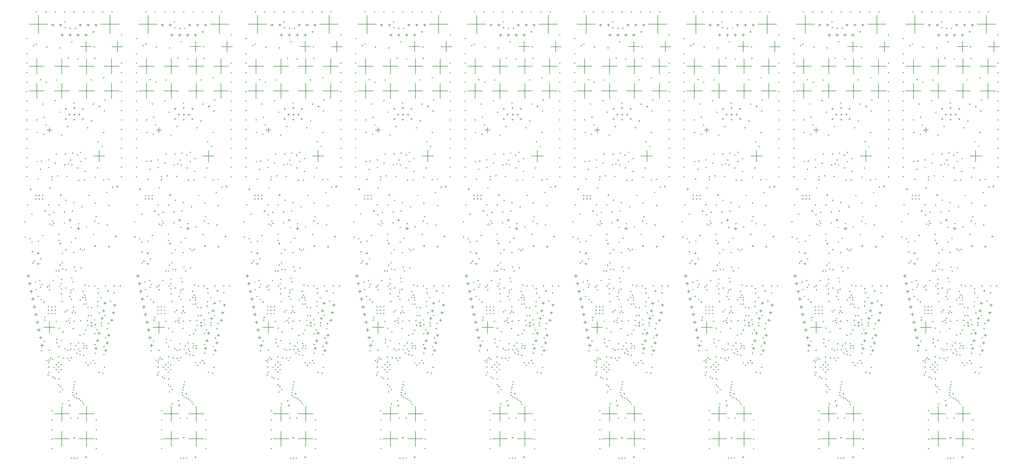
<source format=gbr>
G04 Layer_Color=128*
%FSLAX25Y25*%
%MOIN*%
%TF.FileFunction,Drillmap*%
%TF.Part,CustomerPanel*%
G01*
G75*
%TA.AperFunction,NonConductor*%
%ADD147C,0.00500*%
D147*
X30620Y478454D02*
X37312D01*
X33966Y475108D02*
Y481801D01*
X26683Y228061D02*
X41249D01*
X33966Y220777D02*
Y235344D01*
X89675Y445383D02*
X104242D01*
X96958Y438100D02*
Y452667D01*
X48590Y599081D02*
X52134D01*
X50362Y597309D02*
Y600853D01*
X58591Y599081D02*
X62134D01*
X60362Y597309D02*
Y600853D01*
X68590Y599081D02*
X72134D01*
X70362Y597309D02*
Y600853D01*
X78591Y599081D02*
X82134D01*
X80362Y597309D02*
Y600853D01*
X58795Y364059D02*
X61551D01*
X60173Y362681D02*
Y365437D01*
X68783Y353480D02*
X72720D01*
X70752Y351511D02*
Y355448D01*
X73472Y584381D02*
X87252D01*
X80362Y577491D02*
Y591271D01*
X113472Y584281D02*
X127252D01*
X120362Y577391D02*
Y591171D01*
X16924Y234614D02*
X20861D01*
X18893Y232645D02*
Y236582D01*
X5270Y293471D02*
X9207D01*
X7239Y291502D02*
Y295440D01*
X7213Y283662D02*
X11150D01*
X9181Y281693D02*
Y285630D01*
X9155Y273852D02*
X13092D01*
X11123Y271883D02*
Y275820D01*
X11097Y264042D02*
X15034D01*
X13066Y262074D02*
Y266011D01*
X13040Y254233D02*
X16977D01*
X15008Y252264D02*
Y256201D01*
X14982Y244423D02*
X18919D01*
X16950Y242455D02*
Y246392D01*
X98927Y612706D02*
X122549D01*
X110738Y600895D02*
Y624517D01*
X8376Y612706D02*
X31998D01*
X20187Y600895D02*
Y624517D01*
X40068Y86919D02*
X59360D01*
X49714Y77273D02*
Y96565D01*
X71565Y86919D02*
X90856D01*
X81210Y77273D02*
Y96565D01*
X71565Y118612D02*
X90856D01*
X81210Y108966D02*
Y128257D01*
X40068Y118612D02*
X59360D01*
X49714Y108966D02*
Y128257D01*
X8572Y559557D02*
X27864D01*
X18218Y549911D02*
Y569202D01*
X40068Y559557D02*
X59360D01*
X49714Y549911D02*
Y569202D01*
X40068Y528061D02*
X59360D01*
X49714Y518415D02*
Y537706D01*
X8572Y528061D02*
X27864D01*
X18218Y518415D02*
Y537706D01*
X71565Y559557D02*
X90856D01*
X81210Y549911D02*
Y569202D01*
X103060Y559557D02*
X122352D01*
X112706Y549911D02*
Y569202D01*
X103060Y528061D02*
X122352D01*
X112706Y518415D02*
Y537706D01*
X71565Y528061D02*
X90856D01*
X81210Y518415D02*
Y537706D01*
X18867Y224804D02*
X22804D01*
X20835Y222836D02*
Y226773D01*
X22794Y205175D02*
X26731D01*
X24762Y203207D02*
Y207144D01*
X67600Y144009D02*
X69200D01*
X68400Y143210D02*
Y144809D01*
X81387Y611738D02*
X84537D01*
X82962Y610163D02*
Y613312D01*
X91387Y611738D02*
X94537D01*
X92962Y610163D02*
Y613312D01*
X71387Y611738D02*
X74537D01*
X72962Y610163D02*
Y613312D01*
X36787Y611738D02*
X39937D01*
X38362Y610163D02*
Y613312D01*
X46787Y611738D02*
X49937D01*
X48362Y610163D02*
Y613312D01*
X93422Y210979D02*
X96768D01*
X95095Y209306D02*
Y212653D01*
X91544Y201318D02*
X94890D01*
X93217Y199644D02*
Y202991D01*
X103911Y198914D02*
X107257D01*
X105584Y197241D02*
Y200587D01*
X105789Y208576D02*
X109135D01*
X107462Y206902D02*
Y210249D01*
X107667Y218237D02*
X111013D01*
X109340Y216564D02*
Y219910D01*
X95300Y220641D02*
X98646D01*
X96973Y218968D02*
Y222314D01*
X113311Y246714D02*
X116657D01*
X114984Y245041D02*
Y248387D01*
X115189Y256376D02*
X118535D01*
X116862Y254702D02*
Y258049D01*
X102822Y258779D02*
X106168D01*
X104495Y257106D02*
Y260453D01*
X100944Y249118D02*
X104290D01*
X102617Y247445D02*
Y250791D01*
X99066Y239456D02*
X102412D01*
X100739Y237783D02*
Y241129D01*
X111433Y237052D02*
X114779D01*
X113106Y235379D02*
Y238725D01*
X20794Y214976D02*
X24731D01*
X22762Y213007D02*
Y216944D01*
X18581Y322167D02*
X20943D01*
X19762Y320986D02*
Y323348D01*
X18581Y308781D02*
X20943D01*
X19762Y307600D02*
Y309962D01*
X14349Y312481D02*
X15530D01*
X14939Y311891D02*
Y313072D01*
X12272Y309881D02*
X13453D01*
X12862Y309291D02*
Y310472D01*
X82172Y230781D02*
X83353D01*
X82762Y230190D02*
Y231372D01*
X78072Y269081D02*
X79253D01*
X78662Y268491D02*
Y269672D01*
X79300Y266134D02*
X80481D01*
X79891Y265543D02*
Y266724D01*
X81472Y237181D02*
X82653D01*
X82062Y236591D02*
Y237772D01*
X77372Y219981D02*
X78553D01*
X77962Y219391D02*
Y220572D01*
X79672Y224781D02*
X80853D01*
X80262Y224190D02*
Y225372D01*
X72972Y236775D02*
X74153D01*
X73562Y236185D02*
Y237366D01*
X63572Y226881D02*
X64753D01*
X64162Y226290D02*
Y227472D01*
X38972Y374081D02*
X40153D01*
X39562Y373491D02*
Y374672D01*
X45672Y383381D02*
X46853D01*
X46262Y382790D02*
Y383972D01*
X24911Y395383D02*
X26092D01*
X25501Y394793D02*
Y395974D01*
X24911Y391053D02*
X26092D01*
X25501Y390462D02*
Y391643D01*
X20580Y395383D02*
X21761D01*
X21171Y394793D02*
Y395974D01*
X20580Y391053D02*
X21761D01*
X21171Y390462D02*
Y391643D01*
X16250Y395383D02*
X17431D01*
X16840Y394793D02*
Y395974D01*
X16250Y391053D02*
X17431D01*
X16840Y390462D02*
Y391643D01*
X36527Y245682D02*
X37709D01*
X37118Y245091D02*
Y246272D01*
X36527Y250012D02*
X37709D01*
X37118Y249422D02*
Y250603D01*
X36527Y254343D02*
X37709D01*
X37118Y253753D02*
Y254934D01*
X32197Y245682D02*
X33378D01*
X32787Y245091D02*
Y246272D01*
X32197Y250012D02*
X33378D01*
X32787Y249422D02*
Y250603D01*
X32197Y254343D02*
X33378D01*
X32787Y253753D02*
Y254934D01*
X40858Y254343D02*
X42039D01*
X41449Y253753D02*
Y254934D01*
X40858Y245682D02*
X42039D01*
X41449Y245091D02*
Y246272D01*
X40858Y250012D02*
X42039D01*
X41449Y249422D02*
Y250603D01*
X45186Y183791D02*
X46368D01*
X45777Y183201D02*
Y184382D01*
X48249Y180729D02*
X49430D01*
X48839Y180139D02*
Y181320D01*
X42124Y180729D02*
X43305D01*
X42715Y180139D02*
Y181320D01*
X39062Y177667D02*
X40243D01*
X39653Y177076D02*
Y178257D01*
X42124Y174605D02*
X43305D01*
X42715Y174014D02*
Y175195D01*
X45186Y171542D02*
X46368D01*
X45777Y170952D02*
Y172133D01*
X45186Y177667D02*
X46368D01*
X45777Y177076D02*
Y178257D01*
X48249Y174605D02*
X49430D01*
X48839Y174014D02*
Y175195D01*
X29594Y539204D02*
X30775D01*
X30185Y538613D02*
Y539794D01*
X32372Y440681D02*
X33553D01*
X32962Y440091D02*
Y441272D01*
X98972Y265981D02*
X100153D01*
X99562Y265390D02*
Y266572D01*
X95572Y271781D02*
X96753D01*
X96162Y271191D02*
Y272372D01*
X57972Y135181D02*
X59153D01*
X58562Y134590D02*
Y135772D01*
X70972Y137481D02*
X72153D01*
X71562Y136890D02*
Y138072D01*
X68612Y62316D02*
X69793D01*
X69202Y61725D02*
Y62906D01*
X61131Y62235D02*
X62313D01*
X61722Y61645D02*
Y62826D01*
X91172Y206481D02*
X92353D01*
X91762Y205890D02*
Y207072D01*
X76486Y207696D02*
X77667D01*
X77077Y207105D02*
Y208286D01*
X77667Y204743D02*
X78849D01*
X78258Y204152D02*
Y205334D01*
X65265Y200018D02*
X66446D01*
X65856Y199428D02*
Y200609D01*
X70580Y200600D02*
X71761D01*
X71171Y200009D02*
Y201190D01*
X66939Y204832D02*
X68120D01*
X67529Y204242D02*
Y205423D01*
X60572Y207381D02*
X61753D01*
X61162Y206790D02*
Y207972D01*
X68120Y195392D02*
X69301D01*
X68710Y194802D02*
Y195983D01*
X58769Y186238D02*
X59950D01*
X59360Y185648D02*
Y186829D01*
X61131Y189773D02*
X62313D01*
X61722Y189183D02*
Y190364D01*
X72372Y193775D02*
X73553D01*
X72962Y193185D02*
Y194366D01*
X72254Y197951D02*
X73435D01*
X72844Y197361D02*
Y198542D01*
X76584Y201978D02*
X77765D01*
X77175Y201387D02*
Y202568D01*
X80719Y201889D02*
X81900D01*
X81309Y201298D02*
Y202479D01*
X91372Y195381D02*
X92553D01*
X91962Y194790D02*
Y195972D01*
X70383Y208474D02*
X71565D01*
X70974Y207883D02*
Y209065D01*
X72272Y218181D02*
X73453D01*
X72862Y217590D02*
Y218772D01*
X76672Y192775D02*
X77853D01*
X77262Y192185D02*
Y193366D01*
X89005Y186181D02*
X90187D01*
X89596Y185591D02*
Y186772D01*
X56272Y199181D02*
X57453D01*
X56862Y198591D02*
Y199772D01*
X80620Y204940D02*
X81801D01*
X81211Y204349D02*
Y205531D01*
X102472Y193681D02*
X103653D01*
X103062Y193090D02*
Y194272D01*
X91172Y220281D02*
X92353D01*
X91762Y219690D02*
Y220872D01*
X26781Y210639D02*
X27962D01*
X27372Y210049D02*
Y211230D01*
X45679Y227175D02*
X46860D01*
X46269Y226584D02*
Y227765D01*
X54772Y235781D02*
X55953D01*
X55362Y235191D02*
Y236372D01*
X50895Y222352D02*
X52076D01*
X51486Y221761D02*
Y222942D01*
X42872Y213176D02*
X44053D01*
X43462Y212585D02*
Y213766D01*
X51289Y189478D02*
X52470D01*
X51879Y188887D02*
Y190068D01*
X61820Y290574D02*
X63001D01*
X62411Y289984D02*
Y291165D01*
X63789Y276695D02*
X64970D01*
X64379Y276105D02*
Y277286D01*
X60541Y272266D02*
X61722D01*
X61131Y271675D02*
Y272857D01*
X59163Y267541D02*
X60344D01*
X59753Y266951D02*
Y268132D01*
X61172Y263681D02*
X62353D01*
X61762Y263090D02*
Y264272D01*
X23172Y263576D02*
X24353D01*
X23762Y262985D02*
Y264166D01*
X37872Y165175D02*
X39053D01*
X38462Y164585D02*
Y165766D01*
X32472Y183775D02*
X33653D01*
X33062Y183185D02*
Y184366D01*
X34772Y189476D02*
X35953D01*
X35362Y188885D02*
Y190066D01*
X33138Y186828D02*
X34319D01*
X33728Y186238D02*
Y187419D01*
X33338Y199138D02*
X34519D01*
X33928Y198547D02*
Y199728D01*
X64072Y254376D02*
X65253D01*
X64662Y253785D02*
Y254966D01*
X27372Y237475D02*
X28553D01*
X27962Y236885D02*
Y238066D01*
X86478Y234276D02*
X88446D01*
X87462Y233291D02*
Y235260D01*
X26275Y260375D02*
X27850D01*
X27062Y259588D02*
Y261163D01*
X72872Y327575D02*
X74053D01*
X73462Y326985D02*
Y328166D01*
X65172Y304676D02*
X66353D01*
X65762Y304085D02*
Y305266D01*
X103872Y243275D02*
X105053D01*
X104462Y242685D02*
Y243866D01*
X32472Y383875D02*
X33653D01*
X33062Y383285D02*
Y384466D01*
X33772Y405375D02*
X34953D01*
X34362Y404785D02*
Y405966D01*
X56372Y188776D02*
X57553D01*
X56962Y188185D02*
Y189366D01*
X68172Y138575D02*
X69353D01*
X68762Y137985D02*
Y139166D01*
X79378Y63476D02*
X81346D01*
X80362Y62491D02*
Y64460D01*
X64478Y87976D02*
X66446D01*
X65462Y86991D02*
Y88960D01*
X71078Y498075D02*
X73046D01*
X72062Y497091D02*
Y499060D01*
X64778Y498175D02*
X66746D01*
X65762Y497191D02*
Y499160D01*
X58378Y498276D02*
X60346D01*
X59362Y497291D02*
Y499260D01*
X106978Y274476D02*
X108946D01*
X107962Y273491D02*
Y275460D01*
X108478Y330475D02*
X110446D01*
X109462Y329491D02*
Y331460D01*
X47278Y396275D02*
X49246D01*
X48262Y395291D02*
Y397260D01*
X45772Y162776D02*
X46953D01*
X46362Y162185D02*
Y163366D01*
X58778Y129076D02*
X60746D01*
X59762Y128091D02*
Y130060D01*
X27728Y375925D02*
X29697D01*
X28712Y374941D02*
Y376909D01*
X8978Y403476D02*
X10946D01*
X9962Y402491D02*
Y404460D01*
X62772Y449375D02*
X63953D01*
X63362Y448785D02*
Y449966D01*
X72972Y450376D02*
X74153D01*
X73562Y449785D02*
Y450966D01*
X37272Y187776D02*
X38453D01*
X37862Y187185D02*
Y188366D01*
X50305Y149320D02*
X51486D01*
X50895Y148730D02*
Y149911D01*
X40462Y163494D02*
X41643D01*
X41053Y162903D02*
Y164084D01*
X47943Y152864D02*
X49124D01*
X48533Y152273D02*
Y153454D01*
X54242Y389478D02*
X55423D01*
X54832Y388887D02*
Y390068D01*
X91250Y331604D02*
X93218D01*
X92234Y330620D02*
Y332588D01*
X45372Y190875D02*
X46553D01*
X45962Y190285D02*
Y191466D01*
X90856Y363100D02*
X92037D01*
X91446Y362509D02*
Y363690D01*
X36672Y415476D02*
X37853D01*
X37262Y414885D02*
Y416066D01*
X36772Y419276D02*
X37953D01*
X37362Y418685D02*
Y419866D01*
X36872Y74375D02*
X38053D01*
X37462Y73785D02*
Y74966D01*
X36872Y86375D02*
X38053D01*
X37462Y85785D02*
Y86966D01*
X36872Y98375D02*
X38053D01*
X37462Y97785D02*
Y98966D01*
X36872Y110375D02*
X38053D01*
X37462Y109785D02*
Y110966D01*
X36872Y122376D02*
X38053D01*
X37462Y121785D02*
Y122966D01*
X92872Y110375D02*
X94053D01*
X93462Y109785D02*
Y110966D01*
X92872Y98375D02*
X94053D01*
X93462Y97785D02*
Y98966D01*
X92872Y86375D02*
X94053D01*
X93462Y85785D02*
Y86966D01*
X92872Y74375D02*
X94053D01*
X93462Y73785D02*
Y74966D01*
X4872Y467376D02*
X6053D01*
X5462Y466785D02*
Y467966D01*
X4872Y455375D02*
X6053D01*
X5462Y454785D02*
Y455966D01*
X4872Y443375D02*
X6053D01*
X5462Y442785D02*
Y443966D01*
X4872Y431376D02*
X6053D01*
X5462Y430785D02*
Y431966D01*
X4872Y419376D02*
X6053D01*
X5462Y418785D02*
Y419966D01*
X4872Y527376D02*
X6053D01*
X5462Y526785D02*
Y527966D01*
X4872Y515376D02*
X6053D01*
X5462Y514785D02*
Y515966D01*
X4872Y503375D02*
X6053D01*
X5462Y502785D02*
Y503966D01*
X4872Y491375D02*
X6053D01*
X5462Y490785D02*
Y491966D01*
X4872Y479376D02*
X6053D01*
X5462Y478785D02*
Y479966D01*
X4872Y575376D02*
X6053D01*
X5462Y574785D02*
Y575966D01*
X4872Y563376D02*
X6053D01*
X5462Y562785D02*
Y563966D01*
X4872Y551375D02*
X6053D01*
X5462Y550785D02*
Y551966D01*
X4872Y539375D02*
X6053D01*
X5462Y538785D02*
Y539966D01*
X124872Y563376D02*
X126053D01*
X125462Y562785D02*
Y563966D01*
X124872Y551375D02*
X126053D01*
X125462Y550785D02*
Y551966D01*
X124872Y539375D02*
X126053D01*
X125462Y538785D02*
Y539966D01*
X124872Y527376D02*
X126053D01*
X125462Y526785D02*
Y527966D01*
X124872Y515376D02*
X126053D01*
X125462Y514785D02*
Y515966D01*
X124872Y503375D02*
X126053D01*
X125462Y502785D02*
Y503966D01*
X124872Y491375D02*
X126053D01*
X125462Y490785D02*
Y491966D01*
X124872Y479376D02*
X126053D01*
X125462Y478785D02*
Y479966D01*
X124872Y467376D02*
X126053D01*
X125462Y466785D02*
Y467966D01*
X124872Y455375D02*
X126053D01*
X125462Y454785D02*
Y455966D01*
X124872Y443375D02*
X126053D01*
X125462Y442785D02*
Y443966D01*
X124872Y431376D02*
X126053D01*
X125462Y430785D02*
Y431966D01*
X124872Y419376D02*
X126053D01*
X125462Y418785D02*
Y419966D01*
X40872Y628375D02*
X42053D01*
X41462Y627785D02*
Y628966D01*
X52872Y628375D02*
X54053D01*
X53462Y627785D02*
Y628966D01*
X64872Y628375D02*
X66053D01*
X65462Y627785D02*
Y628966D01*
X76872Y628375D02*
X78053D01*
X77462Y627785D02*
Y628966D01*
X88872Y628375D02*
X90053D01*
X89462Y627785D02*
Y628966D01*
X100872Y628375D02*
X102053D01*
X101462Y627785D02*
Y628966D01*
X112872Y628375D02*
X114053D01*
X113462Y627785D02*
Y628966D01*
X16872Y628375D02*
X18053D01*
X17462Y627785D02*
Y628966D01*
X28872Y628375D02*
X30053D01*
X29462Y627785D02*
Y628966D01*
X124872Y599375D02*
X126053D01*
X125462Y598785D02*
Y599966D01*
X45572Y155076D02*
X46753D01*
X46162Y154485D02*
Y155666D01*
X76672Y130681D02*
X77853D01*
X77262Y130090D02*
Y131272D01*
X69172Y112976D02*
X70353D01*
X69762Y112385D02*
Y113566D01*
X60572Y112976D02*
X61753D01*
X61162Y112385D02*
Y113566D01*
X49972Y131175D02*
X51153D01*
X50562Y130585D02*
Y131766D01*
X52372Y360676D02*
X53553D01*
X52962Y360085D02*
Y361266D01*
X46872Y146275D02*
X48053D01*
X47462Y145685D02*
Y146866D01*
X108572Y415976D02*
X109753D01*
X109162Y415385D02*
Y416566D01*
X102172Y475476D02*
X103353D01*
X102762Y474885D02*
Y476066D01*
X81872Y481475D02*
X83053D01*
X82462Y480885D02*
Y482066D01*
X42272Y448276D02*
X43453D01*
X42862Y447685D02*
Y448866D01*
X68872Y446875D02*
X70053D01*
X69462Y446285D02*
Y447466D01*
X78972Y442376D02*
X80153D01*
X79562Y441785D02*
Y442966D01*
X5872Y383676D02*
X7053D01*
X6462Y383085D02*
Y384266D01*
X45572Y203776D02*
X46753D01*
X46162Y203185D02*
Y204366D01*
X86578Y230076D02*
X88546D01*
X87562Y229091D02*
Y231060D01*
X64872Y62176D02*
X66053D01*
X65462Y61585D02*
Y62766D01*
X88678Y603181D02*
X90646D01*
X89662Y602197D02*
Y604165D01*
X96378Y508381D02*
X98346D01*
X97362Y507397D02*
Y509365D01*
X53651Y505423D02*
X55620D01*
X54635Y504438D02*
Y506407D01*
X75305Y505423D02*
X77273D01*
X76289Y504438D02*
Y506407D01*
X64478D02*
X66446D01*
X65462Y505423D02*
Y507391D01*
X64478Y491643D02*
X66446D01*
X65462Y490659D02*
Y492627D01*
X53651D02*
X55620D01*
X54635Y491643D02*
Y493612D01*
X75305Y492627D02*
X77273D01*
X76289Y491643D02*
Y493612D01*
X59772Y607481D02*
X60953D01*
X60362Y606890D02*
Y608072D01*
X4972Y594681D02*
X6153D01*
X5562Y594091D02*
Y595272D01*
X95272Y463781D02*
X96453D01*
X95862Y463191D02*
Y464372D01*
X102072Y415481D02*
X103253D01*
X102662Y414890D02*
Y416072D01*
X57272Y435581D02*
X58453D01*
X57862Y434991D02*
Y436172D01*
X77872Y414981D02*
X79053D01*
X78462Y414391D02*
Y415572D01*
X72972Y438681D02*
X74153D01*
X73562Y438091D02*
Y439272D01*
X77972Y327081D02*
X79153D01*
X78562Y326490D02*
Y327672D01*
X117178Y343581D02*
X119146D01*
X118162Y342597D02*
Y344565D01*
X113472Y406181D02*
X114653D01*
X114062Y405590D02*
Y406772D01*
X118778Y406681D02*
X120746D01*
X119762Y405697D02*
Y407665D01*
X46878Y334476D02*
X48846D01*
X47862Y333492D02*
Y335461D01*
X38872Y360081D02*
X40053D01*
X39462Y359490D02*
Y360672D01*
X42072Y299881D02*
X43253D01*
X42662Y299290D02*
Y300472D01*
X45272Y299881D02*
X46453D01*
X45862Y299290D02*
Y300472D01*
X61772Y434281D02*
X62953D01*
X62362Y433691D02*
Y434872D01*
X96772Y246575D02*
X97953D01*
X97362Y245985D02*
Y247166D01*
X16672Y587581D02*
X17853D01*
X17262Y586990D02*
Y588172D01*
X13472Y585881D02*
X14653D01*
X14062Y585290D02*
Y586472D01*
X72472Y262976D02*
X73653D01*
X73062Y262385D02*
Y263566D01*
X79972Y257781D02*
X81153D01*
X80562Y257190D02*
Y258372D01*
X76872Y257681D02*
X78053D01*
X77462Y257090D02*
Y258272D01*
X75972Y266181D02*
X77153D01*
X76562Y265591D02*
Y266772D01*
X79672Y263181D02*
X80853D01*
X80262Y262591D02*
Y263772D01*
X60972Y275281D02*
X62153D01*
X61562Y274691D02*
Y275872D01*
X75972Y273881D02*
X77153D01*
X76562Y273290D02*
Y274472D01*
X79872Y183275D02*
X81053D01*
X80462Y182685D02*
Y183866D01*
X85672Y182981D02*
X86853D01*
X86262Y182390D02*
Y183572D01*
X82572Y180081D02*
X83753D01*
X83162Y179490D02*
Y180672D01*
X58972Y234075D02*
X60153D01*
X59562Y233485D02*
Y234666D01*
X59372Y239681D02*
X60553D01*
X59962Y239090D02*
Y240272D01*
X57672Y237181D02*
X58853D01*
X58262Y236591D02*
Y237772D01*
X55872Y249781D02*
X57053D01*
X56462Y249190D02*
Y250372D01*
X53572Y247781D02*
X54753D01*
X54162Y247190D02*
Y248372D01*
X42072Y235775D02*
X43253D01*
X42662Y235185D02*
Y236366D01*
X31172Y279381D02*
X32353D01*
X31762Y278790D02*
Y279972D01*
X33672Y275881D02*
X34853D01*
X34262Y275290D02*
Y276472D01*
X33372Y281481D02*
X34553D01*
X33962Y280890D02*
Y282072D01*
X48772Y276981D02*
X49953D01*
X49362Y276391D02*
Y277572D01*
X46272Y280681D02*
X47453D01*
X46862Y280090D02*
Y281272D01*
X18772Y267581D02*
X19953D01*
X19362Y266990D02*
Y268172D01*
X8872Y340681D02*
X10053D01*
X9462Y340090D02*
Y341272D01*
X69572Y568581D02*
X70753D01*
X70162Y567990D02*
Y569172D01*
X26772Y494881D02*
X27953D01*
X27362Y494290D02*
Y495472D01*
X37572Y362976D02*
X38753D01*
X38162Y362385D02*
Y363566D01*
X36772Y357681D02*
X37953D01*
X37362Y357090D02*
Y358272D01*
X33973Y359058D02*
X35154D01*
X34563Y358467D02*
Y359648D01*
X23772Y282581D02*
X24953D01*
X24362Y281991D02*
Y283172D01*
X91072Y182781D02*
X92253D01*
X91662Y182191D02*
Y183372D01*
X83172Y243081D02*
X84353D01*
X83762Y242491D02*
Y243672D01*
X15672Y285581D02*
X16853D01*
X16262Y284991D02*
Y286172D01*
X22572Y315281D02*
X23753D01*
X23162Y314690D02*
Y315872D01*
X49872Y309981D02*
X51053D01*
X50462Y309390D02*
Y310572D01*
X64572Y236081D02*
X65753D01*
X65162Y235490D02*
Y236672D01*
X66272Y247176D02*
X67453D01*
X66862Y246585D02*
Y247766D01*
X63981Y249061D02*
X65162D01*
X64571Y248470D02*
Y249651D01*
X62372Y246381D02*
X63553D01*
X62962Y245791D02*
Y246972D01*
X90672Y237681D02*
X91853D01*
X91262Y237090D02*
Y238272D01*
X86672Y243181D02*
X87853D01*
X87262Y242590D02*
Y243772D01*
X93772Y224981D02*
X94953D01*
X94362Y224391D02*
Y225572D01*
X99372Y230481D02*
X100553D01*
X99962Y229890D02*
Y231072D01*
X54372Y278181D02*
X55553D01*
X54962Y277590D02*
Y278772D01*
X48372Y283581D02*
X49553D01*
X48962Y282991D02*
Y284172D01*
X22272Y279281D02*
X23453D01*
X22862Y278691D02*
Y279872D01*
X16372Y276281D02*
X17553D01*
X16962Y275691D02*
Y276872D01*
X73572Y303581D02*
X74753D01*
X74162Y302991D02*
Y304172D01*
X64272Y323181D02*
X65453D01*
X64862Y322590D02*
Y323772D01*
X54272Y326781D02*
X55453D01*
X54862Y326190D02*
Y327372D01*
X65272Y139681D02*
X66453D01*
X65862Y139091D02*
Y140272D01*
X63372Y142181D02*
X64553D01*
X63962Y141590D02*
Y142772D01*
X63072Y145581D02*
X64253D01*
X63662Y144991D02*
Y146172D01*
X63772Y148981D02*
X64953D01*
X64362Y148390D02*
Y149572D01*
X64372Y152281D02*
X65553D01*
X64962Y151690D02*
Y152872D01*
X65072Y155681D02*
X66253D01*
X65662Y155090D02*
Y156272D01*
X65572Y158981D02*
X66753D01*
X66162Y158390D02*
Y159572D01*
X73172Y135581D02*
X74353D01*
X73762Y134991D02*
Y136172D01*
X75272Y133381D02*
X76453D01*
X75862Y132791D02*
Y133972D01*
X96172Y171081D02*
X97353D01*
X96762Y170491D02*
Y171672D01*
X101272Y170081D02*
X102453D01*
X101862Y169491D02*
Y170672D01*
X30172Y185976D02*
X31353D01*
X30762Y185385D02*
Y186566D01*
X32441Y177867D02*
X33623D01*
X33032Y177276D02*
Y178457D01*
X33077Y171134D02*
X34258D01*
X33668Y170543D02*
Y171724D01*
X53372Y200981D02*
X54553D01*
X53962Y200391D02*
Y201572D01*
X60172Y200181D02*
X61353D01*
X60762Y199591D02*
Y200772D01*
X48872Y211581D02*
X50053D01*
X49462Y210991D02*
Y212172D01*
X42872Y208581D02*
X44053D01*
X43462Y207991D02*
Y209172D01*
X23272Y198481D02*
X24453D01*
X23862Y197890D02*
Y199072D01*
X27972Y240781D02*
X29153D01*
X28562Y240191D02*
Y241372D01*
X49672Y261181D02*
X50853D01*
X50262Y260591D02*
Y261772D01*
X48872Y270781D02*
X50053D01*
X49462Y270191D02*
Y271372D01*
X38372Y287881D02*
X39553D01*
X38962Y287291D02*
Y288472D01*
X21272Y287781D02*
X22453D01*
X21862Y287191D02*
Y288372D01*
X50572Y301981D02*
X51753D01*
X51162Y301391D02*
Y302572D01*
X54572Y301381D02*
X55753D01*
X55162Y300791D02*
Y301972D01*
X46872Y307181D02*
X48053D01*
X47462Y306591D02*
Y307772D01*
X48872Y289281D02*
X50053D01*
X49462Y288690D02*
Y289872D01*
X49872Y322281D02*
X51053D01*
X50462Y321691D02*
Y322872D01*
X66972Y299581D02*
X68153D01*
X67562Y298991D02*
Y300172D01*
X62972Y285981D02*
X64153D01*
X63562Y285390D02*
Y286572D01*
X78372Y281781D02*
X79553D01*
X78962Y281190D02*
Y282372D01*
X83472Y280881D02*
X84653D01*
X84062Y280291D02*
Y281472D01*
X90772Y280681D02*
X91953D01*
X91362Y280090D02*
Y281272D01*
X94972Y277381D02*
X96153D01*
X95562Y276790D02*
Y277972D01*
X104372Y280781D02*
X105553D01*
X104962Y280190D02*
Y281372D01*
X115572Y280881D02*
X116753D01*
X116162Y280291D02*
Y281472D01*
X115572Y272181D02*
X116753D01*
X116162Y271590D02*
Y272772D01*
X123172Y280881D02*
X124353D01*
X123762Y280291D02*
Y281472D01*
X110972Y261381D02*
X112153D01*
X111562Y260790D02*
Y261972D01*
X94672Y255081D02*
X95853D01*
X95262Y254490D02*
Y255672D01*
X86772Y253181D02*
X87953D01*
X87362Y252590D02*
Y253772D01*
X82272Y253681D02*
X83453D01*
X82862Y253091D02*
Y254272D01*
X94972Y260881D02*
X96153D01*
X95562Y260291D02*
Y261472D01*
X104972Y214881D02*
X106153D01*
X105562Y214290D02*
Y215472D01*
X107072Y226781D02*
X108253D01*
X107662Y226190D02*
Y227372D01*
X108172Y233181D02*
X109353D01*
X108762Y232591D02*
Y233772D01*
X32672Y430981D02*
X33853D01*
X33262Y430391D02*
Y431572D01*
X61872Y590581D02*
X63053D01*
X62462Y589991D02*
Y591172D01*
X47172Y582781D02*
X48353D01*
X47762Y582191D02*
Y583372D01*
X57472Y569881D02*
X58653D01*
X58062Y569290D02*
Y570472D01*
X30172Y583781D02*
X31353D01*
X30762Y583190D02*
Y584372D01*
X66172Y607681D02*
X67353D01*
X66762Y607091D02*
Y608272D01*
X53572Y608381D02*
X54753D01*
X54162Y607791D02*
Y608972D01*
X53172Y615681D02*
X54353D01*
X53762Y615091D02*
Y616272D01*
X90172Y584081D02*
X91353D01*
X90762Y583491D02*
Y584672D01*
X90772Y569481D02*
X91953D01*
X91362Y568890D02*
Y570072D01*
X102172Y544981D02*
X103353D01*
X102762Y544390D02*
Y545572D01*
X86572Y542281D02*
X87753D01*
X87162Y541690D02*
Y542872D01*
X42372Y541981D02*
X43553D01*
X42962Y541391D02*
Y542572D01*
X22372Y542381D02*
X23553D01*
X22962Y541790D02*
Y542972D01*
X40872Y515881D02*
X42053D01*
X41462Y515290D02*
Y516472D01*
X25072Y511581D02*
X26253D01*
X25662Y510990D02*
Y512172D01*
X46272Y501281D02*
X47453D01*
X46862Y500691D02*
Y501872D01*
X64472Y512681D02*
X65653D01*
X65062Y512090D02*
Y513272D01*
X89172Y511481D02*
X90353D01*
X89762Y510890D02*
Y512072D01*
X56472Y483081D02*
X57653D01*
X57062Y482490D02*
Y483672D01*
X86772Y490081D02*
X87953D01*
X87362Y489491D02*
Y490672D01*
X103072Y502781D02*
X104253D01*
X103662Y502190D02*
Y503372D01*
X103972Y516381D02*
X105153D01*
X104562Y515791D02*
Y516972D01*
X48872Y471981D02*
X50053D01*
X49462Y471390D02*
Y472572D01*
X26372Y473081D02*
X27553D01*
X26962Y472491D02*
Y473672D01*
X23372Y439181D02*
X24553D01*
X23962Y438590D02*
Y439772D01*
X40972Y436381D02*
X42153D01*
X41562Y435790D02*
Y436972D01*
X52872Y434381D02*
X54053D01*
X53462Y433790D02*
Y434972D01*
X60172Y440481D02*
X61353D01*
X60762Y439890D02*
Y441072D01*
X53872Y448081D02*
X55053D01*
X54462Y447491D02*
Y448672D01*
X100072Y457681D02*
X101253D01*
X100662Y457091D02*
Y458272D01*
X91472Y418681D02*
X92653D01*
X92062Y418090D02*
Y419272D01*
X94472Y430381D02*
X95653D01*
X95062Y429790D02*
Y430972D01*
X69172Y430481D02*
X70353D01*
X69762Y429890D02*
Y431072D01*
X78872Y426181D02*
X80053D01*
X79462Y425591D02*
Y426772D01*
X70772Y414781D02*
X71953D01*
X71362Y414190D02*
Y415372D01*
X55972Y419881D02*
X57153D01*
X56562Y419290D02*
Y420472D01*
X43972Y420481D02*
X45153D01*
X44562Y419890D02*
Y421072D01*
X19372Y416081D02*
X20553D01*
X19962Y415490D02*
Y416672D01*
X64272Y386381D02*
X65453D01*
X64862Y385790D02*
Y386972D01*
X74672Y381081D02*
X75853D01*
X75262Y380490D02*
Y381672D01*
X83572Y395581D02*
X84753D01*
X84162Y394990D02*
Y396172D01*
X92472Y368681D02*
X93653D01*
X93062Y368091D02*
Y369272D01*
X106072Y399281D02*
X107253D01*
X106662Y398691D02*
Y399872D01*
X91372Y385881D02*
X92553D01*
X91962Y385291D02*
Y386472D01*
X108772Y382781D02*
X109953D01*
X109362Y382190D02*
Y383372D01*
X106872Y358081D02*
X108053D01*
X107462Y357490D02*
Y358672D01*
X80372Y355681D02*
X81553D01*
X80962Y355090D02*
Y356272D01*
X70372Y359881D02*
X71553D01*
X70962Y359291D02*
Y360472D01*
X89372Y346081D02*
X90553D01*
X89962Y345491D02*
Y346672D01*
X61372Y336281D02*
X62553D01*
X61962Y335690D02*
Y336872D01*
X66572Y341281D02*
X67753D01*
X67162Y340690D02*
Y341872D01*
X61372Y354981D02*
X62553D01*
X61962Y354391D02*
Y355572D01*
X62672Y375881D02*
X63853D01*
X63262Y375290D02*
Y376472D01*
X33072Y371081D02*
X34253D01*
X33662Y370491D02*
Y371672D01*
X11328Y371958D02*
X12509D01*
X11919Y371368D02*
Y372549D01*
X2572Y362281D02*
X3753D01*
X3162Y361690D02*
Y362872D01*
X2972Y342881D02*
X4153D01*
X3562Y342290D02*
Y343472D01*
X19572Y337581D02*
X20753D01*
X20162Y336990D02*
Y338172D01*
X11372Y336281D02*
X12553D01*
X11962Y335690D02*
Y336872D01*
X11772Y324181D02*
X12953D01*
X12362Y323590D02*
Y324772D01*
X25072Y344881D02*
X26253D01*
X25662Y344290D02*
Y345472D01*
X22172Y428781D02*
X23353D01*
X22762Y428191D02*
Y429372D01*
X18072Y438581D02*
X19253D01*
X18662Y437991D02*
Y439172D01*
X18072Y475381D02*
X19253D01*
X18662Y474790D02*
Y475972D01*
X17672Y491381D02*
X18853D01*
X18262Y490791D02*
Y491972D01*
X29272Y484981D02*
X30453D01*
X29862Y484390D02*
Y485572D01*
X45472Y346581D02*
X46653D01*
X46062Y345990D02*
Y347172D01*
X45472Y338681D02*
X46653D01*
X46062Y338090D02*
Y339272D01*
X31772Y167881D02*
X32953D01*
X32362Y167290D02*
Y168472D01*
X91572Y231781D02*
X92753D01*
X92162Y231190D02*
Y232372D01*
X99172Y233781D02*
X100353D01*
X99762Y233190D02*
Y234372D01*
X102590Y203899D02*
X103771D01*
X103180Y203308D02*
Y204489D01*
X103072Y177381D02*
X104253D01*
X103662Y176790D02*
Y177972D01*
X95972Y359681D02*
X97153D01*
X96562Y359090D02*
Y360272D01*
X75272Y325581D02*
X76453D01*
X75862Y324991D02*
Y326172D01*
X52572Y374781D02*
X53753D01*
X53162Y374190D02*
Y375372D01*
X169418Y478454D02*
X176111D01*
X172764Y475108D02*
Y481801D01*
X165481Y228061D02*
X180048D01*
X172764Y220777D02*
Y235344D01*
X228473Y445383D02*
X243040D01*
X235756Y438100D02*
Y452667D01*
X187389Y599081D02*
X190932D01*
X189160Y597309D02*
Y600853D01*
X197389Y599081D02*
X200932D01*
X199160Y597309D02*
Y600853D01*
X207389Y599081D02*
X210932D01*
X209160Y597309D02*
Y600853D01*
X217389Y599081D02*
X220932D01*
X219160Y597309D02*
Y600853D01*
X197593Y364059D02*
X200349D01*
X198971Y362681D02*
Y365437D01*
X207581Y353480D02*
X211518D01*
X209550Y351511D02*
Y355448D01*
X212271Y584381D02*
X226050D01*
X219160Y577491D02*
Y591271D01*
X252271Y584281D02*
X266050D01*
X259160Y577391D02*
Y591171D01*
X155722Y234614D02*
X159660D01*
X157691Y232645D02*
Y236582D01*
X144069Y293471D02*
X148005D01*
X146037Y291502D02*
Y295440D01*
X146011Y283662D02*
X149948D01*
X147979Y281693D02*
Y285630D01*
X147953Y273852D02*
X151890D01*
X149922Y271883D02*
Y275820D01*
X149896Y264042D02*
X153832D01*
X151864Y262074D02*
Y266011D01*
X151838Y254233D02*
X155775D01*
X153806Y252264D02*
Y256201D01*
X153780Y244423D02*
X157717D01*
X155749Y242455D02*
Y246392D01*
X237725Y612706D02*
X261347D01*
X249536Y600895D02*
Y624517D01*
X147174Y612706D02*
X170796D01*
X158985Y600895D02*
Y624517D01*
X178867Y86919D02*
X198158D01*
X188512Y77273D02*
Y96565D01*
X210363Y86919D02*
X229654D01*
X220008Y77273D02*
Y96565D01*
X210363Y118612D02*
X229654D01*
X220008Y108966D02*
Y128257D01*
X178867Y118612D02*
X198158D01*
X188512Y108966D02*
Y128257D01*
X147371Y559557D02*
X166662D01*
X157016Y549911D02*
Y569202D01*
X178867Y559557D02*
X198158D01*
X188512Y549911D02*
Y569202D01*
X178867Y528061D02*
X198158D01*
X188512Y518415D02*
Y537706D01*
X147371Y528061D02*
X166662D01*
X157016Y518415D02*
Y537706D01*
X210363Y559557D02*
X229654D01*
X220008Y549911D02*
Y569202D01*
X241859Y559557D02*
X261150D01*
X251504Y549911D02*
Y569202D01*
X241859Y528061D02*
X261150D01*
X251504Y518415D02*
Y537706D01*
X210363Y528061D02*
X229654D01*
X220008Y518415D02*
Y537706D01*
X157665Y224804D02*
X161602D01*
X159633Y222836D02*
Y226773D01*
X161592Y205175D02*
X165529D01*
X163560Y203207D02*
Y207144D01*
X206399Y144009D02*
X207998D01*
X207199Y143210D02*
Y144809D01*
X220186Y611738D02*
X223335D01*
X221760Y610163D02*
Y613312D01*
X230186Y611738D02*
X233335D01*
X231760Y610163D02*
Y613312D01*
X210186Y611738D02*
X213335D01*
X211760Y610163D02*
Y613312D01*
X175586Y611738D02*
X178735D01*
X177160Y610163D02*
Y613312D01*
X185586Y611738D02*
X188735D01*
X187160Y610163D02*
Y613312D01*
X232220Y210979D02*
X235567D01*
X233893Y209306D02*
Y212653D01*
X230342Y201318D02*
X233689D01*
X232015Y199644D02*
Y202991D01*
X242709Y198914D02*
X246056D01*
X244382Y197241D02*
Y200587D01*
X244587Y208576D02*
X247934D01*
X246260Y206902D02*
Y210249D01*
X246465Y218237D02*
X249812D01*
X248138Y216564D02*
Y219910D01*
X234098Y220641D02*
X237445D01*
X235771Y218968D02*
Y222314D01*
X252109Y246714D02*
X255456D01*
X253782Y245041D02*
Y248387D01*
X253987Y256376D02*
X257334D01*
X255660Y254702D02*
Y258049D01*
X241620Y258779D02*
X244967D01*
X243293Y257106D02*
Y260453D01*
X239742Y249118D02*
X243089D01*
X241415Y247445D02*
Y250791D01*
X237864Y239456D02*
X241211D01*
X239537Y237783D02*
Y241129D01*
X250231Y237052D02*
X253578D01*
X251904Y235379D02*
Y238725D01*
X159592Y214976D02*
X163529D01*
X161560Y213007D02*
Y216944D01*
X157379Y322167D02*
X159741D01*
X158560Y320986D02*
Y323348D01*
X157379Y308781D02*
X159741D01*
X158560Y307600D02*
Y309962D01*
X153147Y312481D02*
X154328D01*
X153738Y311891D02*
Y313072D01*
X151070Y309881D02*
X152251D01*
X151660Y309291D02*
Y310472D01*
X220970Y230781D02*
X222151D01*
X221560Y230190D02*
Y231372D01*
X216870Y269081D02*
X218051D01*
X217460Y268491D02*
Y269672D01*
X218098Y266134D02*
X219280D01*
X218689Y265543D02*
Y266724D01*
X220270Y237181D02*
X221451D01*
X220860Y236591D02*
Y237772D01*
X216170Y219981D02*
X217351D01*
X216760Y219391D02*
Y220572D01*
X218470Y224781D02*
X219651D01*
X219060Y224190D02*
Y225372D01*
X211770Y236775D02*
X212951D01*
X212360Y236185D02*
Y237366D01*
X202370Y226881D02*
X203551D01*
X202960Y226290D02*
Y227472D01*
X177770Y374081D02*
X178951D01*
X178360Y373491D02*
Y374672D01*
X184470Y383381D02*
X185651D01*
X185060Y382790D02*
Y383972D01*
X163709Y395383D02*
X164890D01*
X164300Y394793D02*
Y395974D01*
X163709Y391053D02*
X164890D01*
X164300Y390462D02*
Y391643D01*
X159379Y395383D02*
X160560D01*
X159969Y394793D02*
Y395974D01*
X159379Y391053D02*
X160560D01*
X159969Y390462D02*
Y391643D01*
X155048Y395383D02*
X156229D01*
X155638Y394793D02*
Y395974D01*
X155048Y391053D02*
X156229D01*
X155638Y390462D02*
Y391643D01*
X175326Y245682D02*
X176507D01*
X175916Y245091D02*
Y246272D01*
X175326Y250012D02*
X176507D01*
X175916Y249422D02*
Y250603D01*
X175326Y254343D02*
X176507D01*
X175916Y253753D02*
Y254934D01*
X170995Y245682D02*
X172176D01*
X171586Y245091D02*
Y246272D01*
X170995Y250012D02*
X172176D01*
X171586Y249422D02*
Y250603D01*
X170995Y254343D02*
X172176D01*
X171586Y253753D02*
Y254934D01*
X179657Y254343D02*
X180838D01*
X180247Y253753D02*
Y254934D01*
X179657Y245682D02*
X180838D01*
X180247Y245091D02*
Y246272D01*
X179657Y250012D02*
X180838D01*
X180247Y249422D02*
Y250603D01*
X183985Y183791D02*
X185166D01*
X184575Y183201D02*
Y184382D01*
X187047Y180729D02*
X188228D01*
X187638Y180139D02*
Y181320D01*
X180923Y180729D02*
X182104D01*
X181513Y180139D02*
Y181320D01*
X177860Y177667D02*
X179041D01*
X178451Y177076D02*
Y178257D01*
X180923Y174605D02*
X182104D01*
X181513Y174014D02*
Y175195D01*
X183985Y171542D02*
X185166D01*
X184575Y170952D02*
Y172133D01*
X183985Y177667D02*
X185166D01*
X184575Y177076D02*
Y178257D01*
X187047Y174605D02*
X188228D01*
X187638Y174014D02*
Y175195D01*
X168393Y539204D02*
X169574D01*
X168983Y538613D02*
Y539794D01*
X171170Y440681D02*
X172351D01*
X171760Y440091D02*
Y441272D01*
X237770Y265981D02*
X238951D01*
X238360Y265390D02*
Y266572D01*
X234370Y271781D02*
X235551D01*
X234960Y271191D02*
Y272372D01*
X196770Y135181D02*
X197951D01*
X197360Y134590D02*
Y135772D01*
X209770Y137481D02*
X210951D01*
X210360Y136890D02*
Y138072D01*
X207410Y62316D02*
X208591D01*
X208001Y61725D02*
Y62906D01*
X199930Y62235D02*
X201111D01*
X200520Y61645D02*
Y62826D01*
X229970Y206481D02*
X231151D01*
X230560Y205890D02*
Y207072D01*
X215285Y207696D02*
X216466D01*
X215875Y207105D02*
Y208286D01*
X216466Y204743D02*
X217647D01*
X217056Y204152D02*
Y205334D01*
X204064Y200018D02*
X205245D01*
X204654Y199428D02*
Y200609D01*
X209379Y200600D02*
X210560D01*
X209969Y200009D02*
Y201190D01*
X205737Y204832D02*
X206918D01*
X206327Y204242D02*
Y205423D01*
X199370Y207381D02*
X200551D01*
X199960Y206790D02*
Y207972D01*
X206918Y195392D02*
X208099D01*
X207509Y194802D02*
Y195983D01*
X197567Y186238D02*
X198748D01*
X198158Y185648D02*
Y186829D01*
X199930Y189773D02*
X201111D01*
X200520Y189183D02*
Y190364D01*
X211170Y193775D02*
X212351D01*
X211760Y193185D02*
Y194366D01*
X211052Y197951D02*
X212233D01*
X211643Y197361D02*
Y198542D01*
X215383Y201978D02*
X216564D01*
X215973Y201387D02*
Y202568D01*
X219517Y201889D02*
X220698D01*
X220108Y201298D02*
Y202479D01*
X230170Y195381D02*
X231351D01*
X230760Y194790D02*
Y195972D01*
X209182Y208474D02*
X210363D01*
X209772Y207883D02*
Y209065D01*
X211070Y218181D02*
X212251D01*
X211660Y217590D02*
Y218772D01*
X215470Y192775D02*
X216651D01*
X216060Y192185D02*
Y193366D01*
X227804Y186181D02*
X228985D01*
X228394Y185591D02*
Y186772D01*
X195070Y199181D02*
X196251D01*
X195660Y198591D02*
Y199772D01*
X219419Y204940D02*
X220600D01*
X220009Y204349D02*
Y205531D01*
X241270Y193681D02*
X242451D01*
X241860Y193090D02*
Y194272D01*
X229970Y220281D02*
X231151D01*
X230560Y219690D02*
Y220872D01*
X165579Y210639D02*
X166760D01*
X166170Y210049D02*
Y211230D01*
X184477Y227175D02*
X185658D01*
X185067Y226584D02*
Y227765D01*
X193570Y235781D02*
X194751D01*
X194160Y235191D02*
Y236372D01*
X189693Y222352D02*
X190875D01*
X190284Y221761D02*
Y222942D01*
X181670Y213176D02*
X182851D01*
X182260Y212585D02*
Y213766D01*
X190087Y189478D02*
X191268D01*
X190678Y188887D02*
Y190068D01*
X200619Y290574D02*
X201800D01*
X201209Y289984D02*
Y291165D01*
X202587Y276695D02*
X203768D01*
X203178Y276105D02*
Y277286D01*
X199339Y272266D02*
X200520D01*
X199929Y271675D02*
Y272857D01*
X197961Y267541D02*
X199142D01*
X198551Y266951D02*
Y268132D01*
X199970Y263681D02*
X201151D01*
X200560Y263090D02*
Y264272D01*
X161970Y263576D02*
X163151D01*
X162560Y262985D02*
Y264166D01*
X176670Y165175D02*
X177851D01*
X177260Y164585D02*
Y165766D01*
X171270Y183775D02*
X172451D01*
X171860Y183185D02*
Y184366D01*
X173570Y189476D02*
X174751D01*
X174160Y188885D02*
Y190066D01*
X171936Y186828D02*
X173117D01*
X172527Y186238D02*
Y187419D01*
X172136Y199138D02*
X173317D01*
X172727Y198547D02*
Y199728D01*
X202870Y254376D02*
X204051D01*
X203460Y253785D02*
Y254966D01*
X166170Y237475D02*
X167351D01*
X166760Y236885D02*
Y238066D01*
X225276Y234276D02*
X227245D01*
X226260Y233291D02*
Y235260D01*
X165073Y260375D02*
X166648D01*
X165860Y259588D02*
Y261163D01*
X211670Y327575D02*
X212851D01*
X212260Y326985D02*
Y328166D01*
X203970Y304676D02*
X205151D01*
X204560Y304085D02*
Y305266D01*
X242670Y243275D02*
X243851D01*
X243260Y242685D02*
Y243866D01*
X171270Y383875D02*
X172451D01*
X171860Y383285D02*
Y384466D01*
X172570Y405375D02*
X173751D01*
X173160Y404785D02*
Y405966D01*
X195170Y188776D02*
X196351D01*
X195760Y188185D02*
Y189366D01*
X206970Y138575D02*
X208151D01*
X207560Y137985D02*
Y139166D01*
X218176Y63476D02*
X220145D01*
X219160Y62491D02*
Y64460D01*
X203276Y87976D02*
X205245D01*
X204260Y86991D02*
Y88960D01*
X209876Y498075D02*
X211845D01*
X210860Y497091D02*
Y499060D01*
X203576Y498175D02*
X205545D01*
X204560Y497191D02*
Y499160D01*
X197176Y498276D02*
X199145D01*
X198160Y497291D02*
Y499260D01*
X245776Y274476D02*
X247745D01*
X246760Y273491D02*
Y275460D01*
X247276Y330475D02*
X249245D01*
X248260Y329491D02*
Y331460D01*
X186076Y396275D02*
X188045D01*
X187060Y395291D02*
Y397260D01*
X184570Y162776D02*
X185751D01*
X185160Y162185D02*
Y163366D01*
X197576Y129076D02*
X199545D01*
X198560Y128091D02*
Y130060D01*
X166526Y375925D02*
X168495D01*
X167511Y374941D02*
Y376909D01*
X147776Y403476D02*
X149745D01*
X148760Y402491D02*
Y404460D01*
X201570Y449375D02*
X202751D01*
X202160Y448785D02*
Y449966D01*
X211770Y450376D02*
X212951D01*
X212360Y449785D02*
Y450966D01*
X176070Y187776D02*
X177251D01*
X176660Y187185D02*
Y188366D01*
X189103Y149320D02*
X190284D01*
X189693Y148730D02*
Y149911D01*
X179260Y163494D02*
X180441D01*
X179851Y162903D02*
Y164084D01*
X186741Y152864D02*
X187922D01*
X187331Y152273D02*
Y153454D01*
X193040Y389478D02*
X194221D01*
X193631Y388887D02*
Y390068D01*
X230048Y331604D02*
X232016D01*
X231032Y330620D02*
Y332588D01*
X184170Y190875D02*
X185351D01*
X184760Y190285D02*
Y191466D01*
X229654Y363100D02*
X230835D01*
X230245Y362509D02*
Y363690D01*
X175470Y415476D02*
X176651D01*
X176060Y414885D02*
Y416066D01*
X175570Y419276D02*
X176751D01*
X176160Y418685D02*
Y419866D01*
X175670Y74375D02*
X176851D01*
X176260Y73785D02*
Y74966D01*
X175670Y86375D02*
X176851D01*
X176260Y85785D02*
Y86966D01*
X175670Y98375D02*
X176851D01*
X176260Y97785D02*
Y98966D01*
X175670Y110375D02*
X176851D01*
X176260Y109785D02*
Y110966D01*
X175670Y122376D02*
X176851D01*
X176260Y121785D02*
Y122966D01*
X231670Y110375D02*
X232851D01*
X232260Y109785D02*
Y110966D01*
X231670Y98375D02*
X232851D01*
X232260Y97785D02*
Y98966D01*
X231670Y86375D02*
X232851D01*
X232260Y85785D02*
Y86966D01*
X231670Y74375D02*
X232851D01*
X232260Y73785D02*
Y74966D01*
X143670Y467376D02*
X144851D01*
X144260Y466785D02*
Y467966D01*
X143670Y455375D02*
X144851D01*
X144260Y454785D02*
Y455966D01*
X143670Y443375D02*
X144851D01*
X144260Y442785D02*
Y443966D01*
X143670Y431376D02*
X144851D01*
X144260Y430785D02*
Y431966D01*
X143670Y419376D02*
X144851D01*
X144260Y418785D02*
Y419966D01*
X143670Y527376D02*
X144851D01*
X144260Y526785D02*
Y527966D01*
X143670Y515376D02*
X144851D01*
X144260Y514785D02*
Y515966D01*
X143670Y503375D02*
X144851D01*
X144260Y502785D02*
Y503966D01*
X143670Y491375D02*
X144851D01*
X144260Y490785D02*
Y491966D01*
X143670Y479376D02*
X144851D01*
X144260Y478785D02*
Y479966D01*
X143670Y575376D02*
X144851D01*
X144260Y574785D02*
Y575966D01*
X143670Y563376D02*
X144851D01*
X144260Y562785D02*
Y563966D01*
X143670Y551375D02*
X144851D01*
X144260Y550785D02*
Y551966D01*
X143670Y539375D02*
X144851D01*
X144260Y538785D02*
Y539966D01*
X263670Y563376D02*
X264851D01*
X264260Y562785D02*
Y563966D01*
X263670Y551375D02*
X264851D01*
X264260Y550785D02*
Y551966D01*
X263670Y539375D02*
X264851D01*
X264260Y538785D02*
Y539966D01*
X263670Y527376D02*
X264851D01*
X264260Y526785D02*
Y527966D01*
X263670Y515376D02*
X264851D01*
X264260Y514785D02*
Y515966D01*
X263670Y503375D02*
X264851D01*
X264260Y502785D02*
Y503966D01*
X263670Y491375D02*
X264851D01*
X264260Y490785D02*
Y491966D01*
X263670Y479376D02*
X264851D01*
X264260Y478785D02*
Y479966D01*
X263670Y467376D02*
X264851D01*
X264260Y466785D02*
Y467966D01*
X263670Y455375D02*
X264851D01*
X264260Y454785D02*
Y455966D01*
X263670Y443375D02*
X264851D01*
X264260Y442785D02*
Y443966D01*
X263670Y431376D02*
X264851D01*
X264260Y430785D02*
Y431966D01*
X263670Y419376D02*
X264851D01*
X264260Y418785D02*
Y419966D01*
X179670Y628375D02*
X180851D01*
X180260Y627785D02*
Y628966D01*
X191670Y628375D02*
X192851D01*
X192260Y627785D02*
Y628966D01*
X203670Y628375D02*
X204851D01*
X204260Y627785D02*
Y628966D01*
X215670Y628375D02*
X216851D01*
X216260Y627785D02*
Y628966D01*
X227670Y628375D02*
X228851D01*
X228260Y627785D02*
Y628966D01*
X239670Y628375D02*
X240851D01*
X240260Y627785D02*
Y628966D01*
X251670Y628375D02*
X252851D01*
X252260Y627785D02*
Y628966D01*
X155670Y628375D02*
X156851D01*
X156260Y627785D02*
Y628966D01*
X167670Y628375D02*
X168851D01*
X168260Y627785D02*
Y628966D01*
X263670Y599375D02*
X264851D01*
X264260Y598785D02*
Y599966D01*
X184370Y155076D02*
X185551D01*
X184960Y154485D02*
Y155666D01*
X215470Y130681D02*
X216651D01*
X216060Y130090D02*
Y131272D01*
X207970Y112976D02*
X209151D01*
X208560Y112385D02*
Y113566D01*
X199370Y112976D02*
X200551D01*
X199960Y112385D02*
Y113566D01*
X188770Y131175D02*
X189951D01*
X189360Y130585D02*
Y131766D01*
X191170Y360676D02*
X192351D01*
X191760Y360085D02*
Y361266D01*
X185670Y146275D02*
X186851D01*
X186260Y145685D02*
Y146866D01*
X247370Y415976D02*
X248551D01*
X247960Y415385D02*
Y416566D01*
X240970Y475476D02*
X242151D01*
X241560Y474885D02*
Y476066D01*
X220670Y481475D02*
X221851D01*
X221260Y480885D02*
Y482066D01*
X181070Y448276D02*
X182251D01*
X181660Y447685D02*
Y448866D01*
X207670Y446875D02*
X208851D01*
X208260Y446285D02*
Y447466D01*
X217770Y442376D02*
X218951D01*
X218360Y441785D02*
Y442966D01*
X144670Y383676D02*
X145851D01*
X145260Y383085D02*
Y384266D01*
X184370Y203776D02*
X185551D01*
X184960Y203185D02*
Y204366D01*
X225376Y230076D02*
X227345D01*
X226360Y229091D02*
Y231060D01*
X203670Y62176D02*
X204851D01*
X204260Y61585D02*
Y62766D01*
X227476Y603181D02*
X229445D01*
X228460Y602197D02*
Y604165D01*
X235176Y508381D02*
X237145D01*
X236160Y507397D02*
Y509365D01*
X192449Y505423D02*
X194418D01*
X193434Y504438D02*
Y506407D01*
X214103Y505423D02*
X216071D01*
X215087Y504438D02*
Y506407D01*
X203276D02*
X205245D01*
X204260Y505423D02*
Y507391D01*
X203276Y491643D02*
X205245D01*
X204260Y490659D02*
Y492627D01*
X192449D02*
X194418D01*
X193434Y491643D02*
Y493612D01*
X214103Y492627D02*
X216071D01*
X215087Y491643D02*
Y493612D01*
X198570Y607481D02*
X199751D01*
X199160Y606890D02*
Y608072D01*
X143770Y594681D02*
X144951D01*
X144360Y594091D02*
Y595272D01*
X234070Y463781D02*
X235251D01*
X234660Y463191D02*
Y464372D01*
X240870Y415481D02*
X242051D01*
X241460Y414890D02*
Y416072D01*
X196070Y435581D02*
X197251D01*
X196660Y434991D02*
Y436172D01*
X216670Y414981D02*
X217851D01*
X217260Y414391D02*
Y415572D01*
X211770Y438681D02*
X212951D01*
X212360Y438091D02*
Y439272D01*
X216770Y327081D02*
X217951D01*
X217360Y326490D02*
Y327672D01*
X255976Y343581D02*
X257945D01*
X256960Y342597D02*
Y344565D01*
X252270Y406181D02*
X253451D01*
X252860Y405590D02*
Y406772D01*
X257576Y406681D02*
X259545D01*
X258560Y405697D02*
Y407665D01*
X185676Y334476D02*
X187645D01*
X186660Y333492D02*
Y335461D01*
X177670Y360081D02*
X178851D01*
X178260Y359490D02*
Y360672D01*
X180870Y299881D02*
X182051D01*
X181460Y299290D02*
Y300472D01*
X184070Y299881D02*
X185251D01*
X184660Y299290D02*
Y300472D01*
X200570Y434281D02*
X201751D01*
X201160Y433691D02*
Y434872D01*
X235570Y246575D02*
X236751D01*
X236160Y245985D02*
Y247166D01*
X155470Y587581D02*
X156651D01*
X156060Y586990D02*
Y588172D01*
X152270Y585881D02*
X153451D01*
X152860Y585290D02*
Y586472D01*
X211270Y262976D02*
X212451D01*
X211860Y262385D02*
Y263566D01*
X218770Y257781D02*
X219951D01*
X219360Y257190D02*
Y258372D01*
X215670Y257681D02*
X216851D01*
X216260Y257090D02*
Y258272D01*
X214770Y266181D02*
X215951D01*
X215360Y265591D02*
Y266772D01*
X218470Y263181D02*
X219651D01*
X219060Y262591D02*
Y263772D01*
X199770Y275281D02*
X200951D01*
X200360Y274691D02*
Y275872D01*
X214770Y273881D02*
X215951D01*
X215360Y273290D02*
Y274472D01*
X218670Y183275D02*
X219851D01*
X219260Y182685D02*
Y183866D01*
X224470Y182981D02*
X225651D01*
X225060Y182390D02*
Y183572D01*
X221370Y180081D02*
X222551D01*
X221960Y179490D02*
Y180672D01*
X197770Y234075D02*
X198951D01*
X198360Y233485D02*
Y234666D01*
X198170Y239681D02*
X199351D01*
X198760Y239090D02*
Y240272D01*
X196470Y237181D02*
X197651D01*
X197060Y236591D02*
Y237772D01*
X194670Y249781D02*
X195851D01*
X195260Y249190D02*
Y250372D01*
X192370Y247781D02*
X193551D01*
X192960Y247190D02*
Y248372D01*
X180870Y235775D02*
X182051D01*
X181460Y235185D02*
Y236366D01*
X169970Y279381D02*
X171151D01*
X170560Y278790D02*
Y279972D01*
X172470Y275881D02*
X173651D01*
X173060Y275290D02*
Y276472D01*
X172170Y281481D02*
X173351D01*
X172760Y280890D02*
Y282072D01*
X187570Y276981D02*
X188751D01*
X188160Y276391D02*
Y277572D01*
X185070Y280681D02*
X186251D01*
X185660Y280090D02*
Y281272D01*
X157570Y267581D02*
X158751D01*
X158160Y266990D02*
Y268172D01*
X147670Y340681D02*
X148851D01*
X148260Y340090D02*
Y341272D01*
X208370Y568581D02*
X209551D01*
X208960Y567990D02*
Y569172D01*
X165570Y494881D02*
X166751D01*
X166160Y494290D02*
Y495472D01*
X176370Y362976D02*
X177551D01*
X176960Y362385D02*
Y363566D01*
X175570Y357681D02*
X176751D01*
X176160Y357090D02*
Y358272D01*
X172771Y359058D02*
X173952D01*
X173362Y358467D02*
Y359648D01*
X162570Y282581D02*
X163751D01*
X163160Y281991D02*
Y283172D01*
X229870Y182781D02*
X231051D01*
X230460Y182191D02*
Y183372D01*
X221970Y243081D02*
X223151D01*
X222560Y242491D02*
Y243672D01*
X154470Y285581D02*
X155651D01*
X155060Y284991D02*
Y286172D01*
X161370Y315281D02*
X162551D01*
X161960Y314690D02*
Y315872D01*
X188670Y309981D02*
X189851D01*
X189260Y309390D02*
Y310572D01*
X203370Y236081D02*
X204551D01*
X203960Y235490D02*
Y236672D01*
X205070Y247176D02*
X206251D01*
X205660Y246585D02*
Y247766D01*
X202779Y249061D02*
X203960D01*
X203370Y248470D02*
Y249651D01*
X201170Y246381D02*
X202351D01*
X201760Y245791D02*
Y246972D01*
X229470Y237681D02*
X230651D01*
X230060Y237090D02*
Y238272D01*
X225470Y243181D02*
X226651D01*
X226060Y242590D02*
Y243772D01*
X232570Y224981D02*
X233751D01*
X233160Y224391D02*
Y225572D01*
X238170Y230481D02*
X239351D01*
X238760Y229890D02*
Y231072D01*
X193170Y278181D02*
X194351D01*
X193760Y277590D02*
Y278772D01*
X187170Y283581D02*
X188351D01*
X187760Y282991D02*
Y284172D01*
X161070Y279281D02*
X162251D01*
X161660Y278691D02*
Y279872D01*
X155170Y276281D02*
X156351D01*
X155760Y275691D02*
Y276872D01*
X212370Y303581D02*
X213551D01*
X212960Y302991D02*
Y304172D01*
X203070Y323181D02*
X204251D01*
X203660Y322590D02*
Y323772D01*
X193070Y326781D02*
X194251D01*
X193660Y326190D02*
Y327372D01*
X204070Y139681D02*
X205251D01*
X204660Y139091D02*
Y140272D01*
X202170Y142181D02*
X203351D01*
X202760Y141590D02*
Y142772D01*
X201870Y145581D02*
X203051D01*
X202460Y144991D02*
Y146172D01*
X202570Y148981D02*
X203751D01*
X203160Y148390D02*
Y149572D01*
X203170Y152281D02*
X204351D01*
X203760Y151690D02*
Y152872D01*
X203870Y155681D02*
X205051D01*
X204460Y155090D02*
Y156272D01*
X204370Y158981D02*
X205551D01*
X204960Y158390D02*
Y159572D01*
X211970Y135581D02*
X213151D01*
X212560Y134991D02*
Y136172D01*
X214070Y133381D02*
X215251D01*
X214660Y132791D02*
Y133972D01*
X234970Y171081D02*
X236151D01*
X235560Y170491D02*
Y171672D01*
X240070Y170081D02*
X241251D01*
X240660Y169491D02*
Y170672D01*
X168970Y185976D02*
X170151D01*
X169560Y185385D02*
Y186566D01*
X171240Y177867D02*
X172421D01*
X171830Y177276D02*
Y178457D01*
X171875Y171134D02*
X173056D01*
X172466Y170543D02*
Y171724D01*
X192170Y200981D02*
X193351D01*
X192760Y200391D02*
Y201572D01*
X198970Y200181D02*
X200151D01*
X199560Y199591D02*
Y200772D01*
X187670Y211581D02*
X188851D01*
X188260Y210991D02*
Y212172D01*
X181670Y208581D02*
X182851D01*
X182260Y207991D02*
Y209172D01*
X162070Y198481D02*
X163251D01*
X162660Y197890D02*
Y199072D01*
X166770Y240781D02*
X167951D01*
X167360Y240191D02*
Y241372D01*
X188470Y261181D02*
X189651D01*
X189060Y260591D02*
Y261772D01*
X187670Y270781D02*
X188851D01*
X188260Y270191D02*
Y271372D01*
X177170Y287881D02*
X178351D01*
X177760Y287291D02*
Y288472D01*
X160070Y287781D02*
X161251D01*
X160660Y287191D02*
Y288372D01*
X189370Y301981D02*
X190551D01*
X189960Y301391D02*
Y302572D01*
X193370Y301381D02*
X194551D01*
X193960Y300791D02*
Y301972D01*
X185670Y307181D02*
X186851D01*
X186260Y306591D02*
Y307772D01*
X187670Y289281D02*
X188851D01*
X188260Y288690D02*
Y289872D01*
X188670Y322281D02*
X189851D01*
X189260Y321691D02*
Y322872D01*
X205770Y299581D02*
X206951D01*
X206360Y298991D02*
Y300172D01*
X201770Y285981D02*
X202951D01*
X202360Y285390D02*
Y286572D01*
X217170Y281781D02*
X218351D01*
X217760Y281190D02*
Y282372D01*
X222270Y280881D02*
X223451D01*
X222860Y280291D02*
Y281472D01*
X229570Y280681D02*
X230751D01*
X230160Y280090D02*
Y281272D01*
X233770Y277381D02*
X234951D01*
X234360Y276790D02*
Y277972D01*
X243170Y280781D02*
X244351D01*
X243760Y280190D02*
Y281372D01*
X254370Y280881D02*
X255551D01*
X254960Y280291D02*
Y281472D01*
X254370Y272181D02*
X255551D01*
X254960Y271590D02*
Y272772D01*
X261970Y280881D02*
X263151D01*
X262560Y280291D02*
Y281472D01*
X249770Y261381D02*
X250951D01*
X250360Y260790D02*
Y261972D01*
X233470Y255081D02*
X234651D01*
X234060Y254490D02*
Y255672D01*
X225570Y253181D02*
X226751D01*
X226160Y252590D02*
Y253772D01*
X221070Y253681D02*
X222251D01*
X221660Y253091D02*
Y254272D01*
X233770Y260881D02*
X234951D01*
X234360Y260291D02*
Y261472D01*
X243770Y214881D02*
X244951D01*
X244360Y214290D02*
Y215472D01*
X245870Y226781D02*
X247051D01*
X246460Y226190D02*
Y227372D01*
X246970Y233181D02*
X248151D01*
X247560Y232591D02*
Y233772D01*
X171470Y430981D02*
X172651D01*
X172060Y430391D02*
Y431572D01*
X200670Y590581D02*
X201851D01*
X201260Y589991D02*
Y591172D01*
X185970Y582781D02*
X187151D01*
X186560Y582191D02*
Y583372D01*
X196270Y569881D02*
X197451D01*
X196860Y569290D02*
Y570472D01*
X168970Y583781D02*
X170151D01*
X169560Y583190D02*
Y584372D01*
X204970Y607681D02*
X206151D01*
X205560Y607091D02*
Y608272D01*
X192370Y608381D02*
X193551D01*
X192960Y607791D02*
Y608972D01*
X191970Y615681D02*
X193151D01*
X192560Y615091D02*
Y616272D01*
X228970Y584081D02*
X230151D01*
X229560Y583491D02*
Y584672D01*
X229570Y569481D02*
X230751D01*
X230160Y568890D02*
Y570072D01*
X240970Y544981D02*
X242151D01*
X241560Y544390D02*
Y545572D01*
X225370Y542281D02*
X226551D01*
X225960Y541690D02*
Y542872D01*
X181170Y541981D02*
X182351D01*
X181760Y541391D02*
Y542572D01*
X161170Y542381D02*
X162351D01*
X161760Y541790D02*
Y542972D01*
X179670Y515881D02*
X180851D01*
X180260Y515290D02*
Y516472D01*
X163870Y511581D02*
X165051D01*
X164460Y510990D02*
Y512172D01*
X185070Y501281D02*
X186251D01*
X185660Y500691D02*
Y501872D01*
X203270Y512681D02*
X204451D01*
X203860Y512090D02*
Y513272D01*
X227970Y511481D02*
X229151D01*
X228560Y510890D02*
Y512072D01*
X195270Y483081D02*
X196451D01*
X195860Y482490D02*
Y483672D01*
X225570Y490081D02*
X226751D01*
X226160Y489491D02*
Y490672D01*
X241870Y502781D02*
X243051D01*
X242460Y502190D02*
Y503372D01*
X242770Y516381D02*
X243951D01*
X243360Y515791D02*
Y516972D01*
X187670Y471981D02*
X188851D01*
X188260Y471390D02*
Y472572D01*
X165170Y473081D02*
X166351D01*
X165760Y472491D02*
Y473672D01*
X162170Y439181D02*
X163351D01*
X162760Y438590D02*
Y439772D01*
X179770Y436381D02*
X180951D01*
X180360Y435790D02*
Y436972D01*
X191670Y434381D02*
X192851D01*
X192260Y433790D02*
Y434972D01*
X198970Y440481D02*
X200151D01*
X199560Y439890D02*
Y441072D01*
X192670Y448081D02*
X193851D01*
X193260Y447491D02*
Y448672D01*
X238870Y457681D02*
X240051D01*
X239460Y457091D02*
Y458272D01*
X230270Y418681D02*
X231451D01*
X230860Y418090D02*
Y419272D01*
X233270Y430381D02*
X234451D01*
X233860Y429790D02*
Y430972D01*
X207970Y430481D02*
X209151D01*
X208560Y429890D02*
Y431072D01*
X217670Y426181D02*
X218851D01*
X218260Y425591D02*
Y426772D01*
X209570Y414781D02*
X210751D01*
X210160Y414190D02*
Y415372D01*
X194770Y419881D02*
X195951D01*
X195360Y419290D02*
Y420472D01*
X182770Y420481D02*
X183951D01*
X183360Y419890D02*
Y421072D01*
X158170Y416081D02*
X159351D01*
X158760Y415490D02*
Y416672D01*
X203070Y386381D02*
X204251D01*
X203660Y385790D02*
Y386972D01*
X213470Y381081D02*
X214651D01*
X214060Y380490D02*
Y381672D01*
X222370Y395581D02*
X223551D01*
X222960Y394990D02*
Y396172D01*
X231270Y368681D02*
X232451D01*
X231860Y368091D02*
Y369272D01*
X244870Y399281D02*
X246051D01*
X245460Y398691D02*
Y399872D01*
X230170Y385881D02*
X231351D01*
X230760Y385291D02*
Y386472D01*
X247570Y382781D02*
X248751D01*
X248160Y382190D02*
Y383372D01*
X245670Y358081D02*
X246851D01*
X246260Y357490D02*
Y358672D01*
X219170Y355681D02*
X220351D01*
X219760Y355090D02*
Y356272D01*
X209170Y359881D02*
X210351D01*
X209760Y359291D02*
Y360472D01*
X228170Y346081D02*
X229351D01*
X228760Y345491D02*
Y346672D01*
X200170Y336281D02*
X201351D01*
X200760Y335690D02*
Y336872D01*
X205370Y341281D02*
X206551D01*
X205960Y340690D02*
Y341872D01*
X200170Y354981D02*
X201351D01*
X200760Y354391D02*
Y355572D01*
X201470Y375881D02*
X202651D01*
X202060Y375290D02*
Y376472D01*
X171870Y371081D02*
X173051D01*
X172460Y370491D02*
Y371672D01*
X150127Y371958D02*
X151308D01*
X150717Y371368D02*
Y372549D01*
X141370Y362281D02*
X142551D01*
X141960Y361690D02*
Y362872D01*
X141770Y342881D02*
X142951D01*
X142360Y342290D02*
Y343472D01*
X158370Y337581D02*
X159551D01*
X158960Y336990D02*
Y338172D01*
X150170Y336281D02*
X151351D01*
X150760Y335690D02*
Y336872D01*
X150570Y324181D02*
X151751D01*
X151160Y323590D02*
Y324772D01*
X163870Y344881D02*
X165051D01*
X164460Y344290D02*
Y345472D01*
X160970Y428781D02*
X162151D01*
X161560Y428191D02*
Y429372D01*
X156870Y438581D02*
X158051D01*
X157460Y437991D02*
Y439172D01*
X156870Y475381D02*
X158051D01*
X157460Y474790D02*
Y475972D01*
X156470Y491381D02*
X157651D01*
X157060Y490791D02*
Y491972D01*
X168070Y484981D02*
X169251D01*
X168660Y484390D02*
Y485572D01*
X184270Y346581D02*
X185451D01*
X184860Y345990D02*
Y347172D01*
X184270Y338681D02*
X185451D01*
X184860Y338090D02*
Y339272D01*
X170570Y167881D02*
X171751D01*
X171160Y167290D02*
Y168472D01*
X230370Y231781D02*
X231551D01*
X230960Y231190D02*
Y232372D01*
X237970Y233781D02*
X239151D01*
X238560Y233190D02*
Y234372D01*
X241388Y203899D02*
X242569D01*
X241979Y203308D02*
Y204489D01*
X241870Y177381D02*
X243051D01*
X242460Y176790D02*
Y177972D01*
X234770Y359681D02*
X235951D01*
X235360Y359090D02*
Y360272D01*
X214070Y325581D02*
X215251D01*
X214660Y324991D02*
Y326172D01*
X191370Y374781D02*
X192551D01*
X191960Y374190D02*
Y375372D01*
X308216Y478454D02*
X314909D01*
X311563Y475108D02*
Y481801D01*
X304279Y228061D02*
X318846D01*
X311563Y220777D02*
Y235344D01*
X367271Y445383D02*
X381838D01*
X374555Y438100D02*
Y452667D01*
X326187Y599081D02*
X329730D01*
X327959Y597309D02*
Y600853D01*
X336187Y599081D02*
X339730D01*
X337959Y597309D02*
Y600853D01*
X346187Y599081D02*
X349730D01*
X347959Y597309D02*
Y600853D01*
X356187Y599081D02*
X359730D01*
X357959Y597309D02*
Y600853D01*
X336391Y364059D02*
X339147D01*
X337769Y362681D02*
Y365437D01*
X346380Y353480D02*
X350317D01*
X348348Y351511D02*
Y355448D01*
X351069Y584381D02*
X364848D01*
X357959Y577491D02*
Y591271D01*
X391069Y584281D02*
X404848D01*
X397959Y577391D02*
Y591171D01*
X294521Y234614D02*
X298458D01*
X296489Y232645D02*
Y236582D01*
X282867Y293471D02*
X286804D01*
X284835Y291502D02*
Y295440D01*
X284809Y283662D02*
X288746D01*
X286778Y281693D02*
Y285630D01*
X286751Y273852D02*
X290688D01*
X288720Y271883D02*
Y275820D01*
X288694Y264042D02*
X292631D01*
X290662Y262074D02*
Y266011D01*
X290636Y254233D02*
X294573D01*
X292605Y252264D02*
Y256201D01*
X292579Y244423D02*
X296515D01*
X294547Y242455D02*
Y246392D01*
X376523Y612706D02*
X400145D01*
X388334Y600895D02*
Y624517D01*
X285972Y612706D02*
X309594D01*
X297783Y600895D02*
Y624517D01*
X317665Y86919D02*
X336956D01*
X327311Y77273D02*
Y96565D01*
X349161Y86919D02*
X368452D01*
X358807Y77273D02*
Y96565D01*
X349161Y118612D02*
X368452D01*
X358807Y108966D02*
Y128257D01*
X317665Y118612D02*
X336956D01*
X327311Y108966D02*
Y128257D01*
X286169Y559557D02*
X305460D01*
X295815Y549911D02*
Y569202D01*
X317665Y559557D02*
X336956D01*
X327311Y549911D02*
Y569202D01*
X317665Y528061D02*
X336956D01*
X327311Y518415D02*
Y537706D01*
X286169Y528061D02*
X305460D01*
X295815Y518415D02*
Y537706D01*
X349161Y559557D02*
X368452D01*
X358807Y549911D02*
Y569202D01*
X380657Y559557D02*
X399949D01*
X390303Y549911D02*
Y569202D01*
X380657Y528061D02*
X399949D01*
X390303Y518415D02*
Y537706D01*
X349161Y528061D02*
X368452D01*
X358807Y518415D02*
Y537706D01*
X296463Y224804D02*
X300400D01*
X298432Y222836D02*
Y226773D01*
X300390Y205175D02*
X304327D01*
X302359Y203207D02*
Y207144D01*
X345197Y144009D02*
X346797D01*
X345997Y143210D02*
Y144809D01*
X358984Y611738D02*
X362134D01*
X360559Y610163D02*
Y613312D01*
X368984Y611738D02*
X372133D01*
X370559Y610163D02*
Y613312D01*
X348984Y611738D02*
X352133D01*
X350559Y610163D02*
Y613312D01*
X314384Y611738D02*
X317533D01*
X315959Y610163D02*
Y613312D01*
X324384Y611738D02*
X327534D01*
X325959Y610163D02*
Y613312D01*
X371019Y210979D02*
X374365D01*
X372692Y209306D02*
Y212653D01*
X369141Y201318D02*
X372487D01*
X370814Y199644D02*
Y202991D01*
X381507Y198914D02*
X384854D01*
X383181Y197241D02*
Y200587D01*
X383385Y208576D02*
X386732D01*
X385059Y206902D02*
Y210249D01*
X385263Y218237D02*
X388610D01*
X386937Y216564D02*
Y219910D01*
X372897Y220641D02*
X376243D01*
X374570Y218968D02*
Y222314D01*
X390907Y246714D02*
X394254D01*
X392581Y245041D02*
Y248387D01*
X392786Y256376D02*
X396132D01*
X394459Y254702D02*
Y258049D01*
X380418Y258779D02*
X383765D01*
X382092Y257106D02*
Y260453D01*
X378540Y249118D02*
X381887D01*
X380214Y247445D02*
Y250791D01*
X376662Y239456D02*
X380009D01*
X378336Y237783D02*
Y241129D01*
X389029Y237052D02*
X392376D01*
X390703Y235379D02*
Y238725D01*
X298390Y214976D02*
X302327D01*
X300359Y213007D02*
Y216944D01*
X296178Y322167D02*
X298540D01*
X297359Y320986D02*
Y323348D01*
X296178Y308781D02*
X298540D01*
X297359Y307600D02*
Y309962D01*
X291945Y312481D02*
X293126D01*
X292536Y311891D02*
Y313072D01*
X289868Y309881D02*
X291049D01*
X290459Y309291D02*
Y310472D01*
X359768Y230781D02*
X360949D01*
X360359Y230190D02*
Y231372D01*
X355668Y269081D02*
X356849D01*
X356259Y268491D02*
Y269672D01*
X356897Y266134D02*
X358078D01*
X357487Y265543D02*
Y266724D01*
X359068Y237181D02*
X360249D01*
X359659Y236591D02*
Y237772D01*
X354968Y219981D02*
X356149D01*
X355559Y219391D02*
Y220572D01*
X357268Y224781D02*
X358449D01*
X357859Y224190D02*
Y225372D01*
X350568Y236775D02*
X351749D01*
X351159Y236185D02*
Y237366D01*
X341168Y226881D02*
X342349D01*
X341759Y226290D02*
Y227472D01*
X316568Y374081D02*
X317749D01*
X317159Y373491D02*
Y374672D01*
X323268Y383381D02*
X324449D01*
X323859Y382790D02*
Y383972D01*
X302507Y395383D02*
X303689D01*
X303098Y394793D02*
Y395974D01*
X302507Y391053D02*
X303689D01*
X303098Y390462D02*
Y391643D01*
X298177Y395383D02*
X299358D01*
X298767Y394793D02*
Y395974D01*
X298177Y391053D02*
X299358D01*
X298767Y390462D02*
Y391643D01*
X293846Y395383D02*
X295027D01*
X294437Y394793D02*
Y395974D01*
X293846Y391053D02*
X295027D01*
X294437Y390462D02*
Y391643D01*
X314124Y245682D02*
X315305D01*
X314715Y245091D02*
Y246272D01*
X314124Y250012D02*
X315305D01*
X314715Y249422D02*
Y250603D01*
X314124Y254343D02*
X315305D01*
X314715Y253753D02*
Y254934D01*
X309793Y245682D02*
X310974D01*
X310384Y245091D02*
Y246272D01*
X309793Y250012D02*
X310974D01*
X310384Y249422D02*
Y250603D01*
X309793Y254343D02*
X310974D01*
X310384Y253753D02*
Y254934D01*
X318455Y254343D02*
X319636D01*
X319045Y253753D02*
Y254934D01*
X318455Y245682D02*
X319636D01*
X319045Y245091D02*
Y246272D01*
X318455Y250012D02*
X319636D01*
X319045Y249422D02*
Y250603D01*
X322783Y183791D02*
X323964D01*
X323374Y183201D02*
Y184382D01*
X325845Y180729D02*
X327027D01*
X326436Y180139D02*
Y181320D01*
X319721Y180729D02*
X320902D01*
X320311Y180139D02*
Y181320D01*
X316659Y177667D02*
X317840D01*
X317249Y177076D02*
Y178257D01*
X319721Y174605D02*
X320902D01*
X320311Y174014D02*
Y175195D01*
X322783Y171542D02*
X323964D01*
X323374Y170952D02*
Y172133D01*
X322783Y177667D02*
X323964D01*
X323374Y177076D02*
Y178257D01*
X325845Y174605D02*
X327027D01*
X326436Y174014D02*
Y175195D01*
X307191Y539204D02*
X308372D01*
X307781Y538613D02*
Y539794D01*
X309968Y440681D02*
X311149D01*
X310559Y440091D02*
Y441272D01*
X376568Y265981D02*
X377749D01*
X377159Y265390D02*
Y266572D01*
X373168Y271781D02*
X374349D01*
X373759Y271191D02*
Y272372D01*
X335568Y135181D02*
X336749D01*
X336159Y134590D02*
Y135772D01*
X348568Y137481D02*
X349749D01*
X349159Y136890D02*
Y138072D01*
X346208Y62316D02*
X347389D01*
X346799Y61725D02*
Y62906D01*
X338728Y62235D02*
X339909D01*
X339318Y61645D02*
Y62826D01*
X368768Y206481D02*
X369949D01*
X369359Y205890D02*
Y207072D01*
X354083Y207696D02*
X355264D01*
X354673Y207105D02*
Y208286D01*
X355264Y204743D02*
X356445D01*
X355855Y204152D02*
Y205334D01*
X342862Y200018D02*
X344043D01*
X343452Y199428D02*
Y200609D01*
X348177Y200600D02*
X349358D01*
X348767Y200009D02*
Y201190D01*
X344535Y204832D02*
X345716D01*
X345126Y204242D02*
Y205423D01*
X338168Y207381D02*
X339349D01*
X338759Y206790D02*
Y207972D01*
X345716Y195392D02*
X346897D01*
X346307Y194802D02*
Y195983D01*
X336366Y186238D02*
X337547D01*
X336956Y185648D02*
Y186829D01*
X338728Y189773D02*
X339909D01*
X339318Y189183D02*
Y190364D01*
X349968Y193775D02*
X351149D01*
X350559Y193185D02*
Y194366D01*
X349850Y197951D02*
X351031D01*
X350441Y197361D02*
Y198542D01*
X354181Y201978D02*
X355362D01*
X354771Y201387D02*
Y202568D01*
X358315Y201889D02*
X359496D01*
X358906Y201298D02*
Y202479D01*
X368968Y195381D02*
X370149D01*
X369559Y194790D02*
Y195972D01*
X347980Y208474D02*
X349161D01*
X348570Y207883D02*
Y209065D01*
X349868Y218181D02*
X351049D01*
X350459Y217590D02*
Y218772D01*
X354268Y192775D02*
X355449D01*
X354859Y192185D02*
Y193366D01*
X366602Y186181D02*
X367783D01*
X367193Y185591D02*
Y186772D01*
X333868Y199181D02*
X335049D01*
X334459Y198591D02*
Y199772D01*
X358217Y204940D02*
X359398D01*
X358807Y204349D02*
Y205531D01*
X380068Y193681D02*
X381249D01*
X380659Y193090D02*
Y194272D01*
X368768Y220281D02*
X369949D01*
X369359Y219690D02*
Y220872D01*
X304378Y210639D02*
X305559D01*
X304968Y210049D02*
Y211230D01*
X323275Y227175D02*
X324456D01*
X323866Y226584D02*
Y227765D01*
X332368Y235781D02*
X333549D01*
X332959Y235191D02*
Y236372D01*
X328492Y222352D02*
X329673D01*
X329082Y221761D02*
Y222942D01*
X320468Y213176D02*
X321649D01*
X321059Y212585D02*
Y213766D01*
X328886Y189478D02*
X330067D01*
X329476Y188887D02*
Y190068D01*
X339417Y290574D02*
X340598D01*
X340007Y289984D02*
Y291165D01*
X341385Y276695D02*
X342566D01*
X341976Y276105D02*
Y277286D01*
X338137Y272266D02*
X339318D01*
X338728Y271675D02*
Y272857D01*
X336759Y267541D02*
X337940D01*
X337350Y266951D02*
Y268132D01*
X338768Y263681D02*
X339949D01*
X339359Y263090D02*
Y264272D01*
X300768Y263576D02*
X301949D01*
X301359Y262985D02*
Y264166D01*
X315468Y165175D02*
X316649D01*
X316059Y164585D02*
Y165766D01*
X310068Y183775D02*
X311249D01*
X310659Y183185D02*
Y184366D01*
X312368Y189476D02*
X313549D01*
X312959Y188885D02*
Y190066D01*
X310734Y186828D02*
X311915D01*
X311325Y186238D02*
Y187419D01*
X310934Y199138D02*
X312115D01*
X311525Y198547D02*
Y199728D01*
X341668Y254376D02*
X342849D01*
X342259Y253785D02*
Y254966D01*
X304968Y237475D02*
X306149D01*
X305559Y236885D02*
Y238066D01*
X364074Y234276D02*
X366043D01*
X365059Y233291D02*
Y235260D01*
X303871Y260375D02*
X305446D01*
X304659Y259588D02*
Y261163D01*
X350468Y327575D02*
X351649D01*
X351059Y326985D02*
Y328166D01*
X342768Y304676D02*
X343949D01*
X343359Y304085D02*
Y305266D01*
X381468Y243275D02*
X382649D01*
X382059Y242685D02*
Y243866D01*
X310068Y383875D02*
X311249D01*
X310659Y383285D02*
Y384466D01*
X311368Y405375D02*
X312549D01*
X311959Y404785D02*
Y405966D01*
X333968Y188776D02*
X335149D01*
X334559Y188185D02*
Y189366D01*
X345768Y138575D02*
X346949D01*
X346359Y137985D02*
Y139166D01*
X356974Y63476D02*
X358943D01*
X357959Y62491D02*
Y64460D01*
X342074Y87976D02*
X344043D01*
X343059Y86991D02*
Y88960D01*
X348674Y498075D02*
X350643D01*
X349659Y497091D02*
Y499060D01*
X342374Y498175D02*
X344343D01*
X343359Y497191D02*
Y499160D01*
X335974Y498276D02*
X337943D01*
X336959Y497291D02*
Y499260D01*
X384574Y274476D02*
X386543D01*
X385559Y273491D02*
Y275460D01*
X386074Y330475D02*
X388043D01*
X387059Y329491D02*
Y331460D01*
X324874Y396275D02*
X326843D01*
X325859Y395291D02*
Y397260D01*
X323368Y162776D02*
X324549D01*
X323959Y162185D02*
Y163366D01*
X336374Y129076D02*
X338343D01*
X337359Y128091D02*
Y130060D01*
X305325Y375925D02*
X307293D01*
X306309Y374941D02*
Y376909D01*
X286574Y403476D02*
X288543D01*
X287559Y402491D02*
Y404460D01*
X340368Y449375D02*
X341549D01*
X340959Y448785D02*
Y449966D01*
X350568Y450376D02*
X351749D01*
X351159Y449785D02*
Y450966D01*
X314868Y187776D02*
X316049D01*
X315459Y187185D02*
Y188366D01*
X327901Y149320D02*
X329082D01*
X328492Y148730D02*
Y149911D01*
X318059Y163494D02*
X319240D01*
X318649Y162903D02*
Y164084D01*
X325539Y152864D02*
X326720D01*
X326130Y152273D02*
Y153454D01*
X331838Y389478D02*
X333019D01*
X332429Y388887D02*
Y390068D01*
X368846Y331604D02*
X370815D01*
X369830Y330620D02*
Y332588D01*
X322968Y190875D02*
X324149D01*
X323559Y190285D02*
Y191466D01*
X368452Y363100D02*
X369634D01*
X369043Y362509D02*
Y363690D01*
X314268Y415476D02*
X315449D01*
X314859Y414885D02*
Y416066D01*
X314368Y419276D02*
X315549D01*
X314959Y418685D02*
Y419866D01*
X314468Y74375D02*
X315649D01*
X315059Y73785D02*
Y74966D01*
X314468Y86375D02*
X315649D01*
X315059Y85785D02*
Y86966D01*
X314468Y98375D02*
X315649D01*
X315059Y97785D02*
Y98966D01*
X314468Y110375D02*
X315649D01*
X315059Y109785D02*
Y110966D01*
X314468Y122376D02*
X315649D01*
X315059Y121785D02*
Y122966D01*
X370468Y110375D02*
X371649D01*
X371059Y109785D02*
Y110966D01*
X370468Y98375D02*
X371649D01*
X371059Y97785D02*
Y98966D01*
X370468Y86375D02*
X371649D01*
X371059Y85785D02*
Y86966D01*
X370468Y74375D02*
X371649D01*
X371059Y73785D02*
Y74966D01*
X282468Y467376D02*
X283649D01*
X283059Y466785D02*
Y467966D01*
X282468Y455375D02*
X283649D01*
X283059Y454785D02*
Y455966D01*
X282468Y443375D02*
X283649D01*
X283059Y442785D02*
Y443966D01*
X282468Y431376D02*
X283649D01*
X283059Y430785D02*
Y431966D01*
X282468Y419376D02*
X283649D01*
X283059Y418785D02*
Y419966D01*
X282468Y527376D02*
X283649D01*
X283059Y526785D02*
Y527966D01*
X282468Y515376D02*
X283649D01*
X283059Y514785D02*
Y515966D01*
X282468Y503375D02*
X283649D01*
X283059Y502785D02*
Y503966D01*
X282468Y491375D02*
X283649D01*
X283059Y490785D02*
Y491966D01*
X282468Y479376D02*
X283649D01*
X283059Y478785D02*
Y479966D01*
X282468Y575376D02*
X283649D01*
X283059Y574785D02*
Y575966D01*
X282468Y563376D02*
X283649D01*
X283059Y562785D02*
Y563966D01*
X282468Y551375D02*
X283649D01*
X283059Y550785D02*
Y551966D01*
X282468Y539375D02*
X283649D01*
X283059Y538785D02*
Y539966D01*
X402468Y563376D02*
X403649D01*
X403059Y562785D02*
Y563966D01*
X402468Y551375D02*
X403649D01*
X403059Y550785D02*
Y551966D01*
X402468Y539375D02*
X403649D01*
X403059Y538785D02*
Y539966D01*
X402468Y527376D02*
X403649D01*
X403059Y526785D02*
Y527966D01*
X402468Y515376D02*
X403649D01*
X403059Y514785D02*
Y515966D01*
X402468Y503375D02*
X403649D01*
X403059Y502785D02*
Y503966D01*
X402468Y491375D02*
X403649D01*
X403059Y490785D02*
Y491966D01*
X402468Y479376D02*
X403649D01*
X403059Y478785D02*
Y479966D01*
X402468Y467376D02*
X403649D01*
X403059Y466785D02*
Y467966D01*
X402468Y455375D02*
X403649D01*
X403059Y454785D02*
Y455966D01*
X402468Y443375D02*
X403649D01*
X403059Y442785D02*
Y443966D01*
X402468Y431376D02*
X403649D01*
X403059Y430785D02*
Y431966D01*
X402468Y419376D02*
X403649D01*
X403059Y418785D02*
Y419966D01*
X318468Y628375D02*
X319649D01*
X319059Y627785D02*
Y628966D01*
X330468Y628375D02*
X331649D01*
X331059Y627785D02*
Y628966D01*
X342468Y628375D02*
X343649D01*
X343059Y627785D02*
Y628966D01*
X354468Y628375D02*
X355649D01*
X355059Y627785D02*
Y628966D01*
X366468Y628375D02*
X367649D01*
X367059Y627785D02*
Y628966D01*
X378468Y628375D02*
X379649D01*
X379059Y627785D02*
Y628966D01*
X390468Y628375D02*
X391649D01*
X391059Y627785D02*
Y628966D01*
X294468Y628375D02*
X295649D01*
X295059Y627785D02*
Y628966D01*
X306468Y628375D02*
X307649D01*
X307059Y627785D02*
Y628966D01*
X402468Y599375D02*
X403649D01*
X403059Y598785D02*
Y599966D01*
X323168Y155076D02*
X324349D01*
X323759Y154485D02*
Y155666D01*
X354268Y130681D02*
X355449D01*
X354859Y130090D02*
Y131272D01*
X346768Y112976D02*
X347949D01*
X347359Y112385D02*
Y113566D01*
X338168Y112976D02*
X339349D01*
X338759Y112385D02*
Y113566D01*
X327568Y131175D02*
X328749D01*
X328159Y130585D02*
Y131766D01*
X329968Y360676D02*
X331149D01*
X330559Y360085D02*
Y361266D01*
X324468Y146275D02*
X325649D01*
X325059Y145685D02*
Y146866D01*
X386168Y415976D02*
X387349D01*
X386759Y415385D02*
Y416566D01*
X379768Y475476D02*
X380949D01*
X380359Y474885D02*
Y476066D01*
X359468Y481475D02*
X360649D01*
X360059Y480885D02*
Y482066D01*
X319868Y448276D02*
X321049D01*
X320459Y447685D02*
Y448866D01*
X346468Y446875D02*
X347649D01*
X347059Y446285D02*
Y447466D01*
X356568Y442376D02*
X357749D01*
X357159Y441785D02*
Y442966D01*
X283468Y383676D02*
X284649D01*
X284059Y383085D02*
Y384266D01*
X323168Y203776D02*
X324349D01*
X323759Y203185D02*
Y204366D01*
X364174Y230076D02*
X366143D01*
X365159Y229091D02*
Y231060D01*
X342468Y62176D02*
X343649D01*
X343059Y61585D02*
Y62766D01*
X366274Y603181D02*
X368243D01*
X367259Y602197D02*
Y604165D01*
X373974Y508381D02*
X375943D01*
X374959Y507397D02*
Y509365D01*
X331248Y505423D02*
X333216D01*
X332232Y504438D02*
Y506407D01*
X352901Y505423D02*
X354870D01*
X353886Y504438D02*
Y506407D01*
X342074D02*
X344043D01*
X343059Y505423D02*
Y507391D01*
X342074Y491643D02*
X344043D01*
X343059Y490659D02*
Y492627D01*
X331248D02*
X333216D01*
X332232Y491643D02*
Y493612D01*
X352901Y492627D02*
X354870D01*
X353886Y491643D02*
Y493612D01*
X337368Y607481D02*
X338549D01*
X337959Y606890D02*
Y608072D01*
X282568Y594681D02*
X283749D01*
X283159Y594091D02*
Y595272D01*
X372868Y463781D02*
X374049D01*
X373459Y463191D02*
Y464372D01*
X379668Y415481D02*
X380849D01*
X380259Y414890D02*
Y416072D01*
X334868Y435581D02*
X336049D01*
X335459Y434991D02*
Y436172D01*
X355468Y414981D02*
X356649D01*
X356059Y414391D02*
Y415572D01*
X350568Y438681D02*
X351749D01*
X351159Y438091D02*
Y439272D01*
X355568Y327081D02*
X356749D01*
X356159Y326490D02*
Y327672D01*
X394774Y343581D02*
X396743D01*
X395759Y342597D02*
Y344565D01*
X391068Y406181D02*
X392249D01*
X391659Y405590D02*
Y406772D01*
X396374Y406681D02*
X398343D01*
X397359Y405697D02*
Y407665D01*
X324474Y334476D02*
X326443D01*
X325459Y333492D02*
Y335461D01*
X316468Y360081D02*
X317649D01*
X317059Y359490D02*
Y360672D01*
X319668Y299881D02*
X320849D01*
X320259Y299290D02*
Y300472D01*
X322868Y299881D02*
X324049D01*
X323459Y299290D02*
Y300472D01*
X339368Y434281D02*
X340549D01*
X339959Y433691D02*
Y434872D01*
X374368Y246575D02*
X375549D01*
X374959Y245985D02*
Y247166D01*
X294268Y587581D02*
X295449D01*
X294859Y586990D02*
Y588172D01*
X291068Y585881D02*
X292249D01*
X291659Y585290D02*
Y586472D01*
X350068Y262976D02*
X351249D01*
X350659Y262385D02*
Y263566D01*
X357568Y257781D02*
X358749D01*
X358159Y257190D02*
Y258372D01*
X354468Y257681D02*
X355649D01*
X355059Y257090D02*
Y258272D01*
X353568Y266181D02*
X354749D01*
X354159Y265591D02*
Y266772D01*
X357268Y263181D02*
X358449D01*
X357859Y262591D02*
Y263772D01*
X338568Y275281D02*
X339749D01*
X339159Y274691D02*
Y275872D01*
X353568Y273881D02*
X354749D01*
X354159Y273290D02*
Y274472D01*
X357468Y183275D02*
X358649D01*
X358059Y182685D02*
Y183866D01*
X363268Y182981D02*
X364449D01*
X363859Y182390D02*
Y183572D01*
X360168Y180081D02*
X361349D01*
X360759Y179490D02*
Y180672D01*
X336568Y234075D02*
X337749D01*
X337159Y233485D02*
Y234666D01*
X336968Y239681D02*
X338149D01*
X337559Y239090D02*
Y240272D01*
X335268Y237181D02*
X336449D01*
X335859Y236591D02*
Y237772D01*
X333468Y249781D02*
X334649D01*
X334059Y249190D02*
Y250372D01*
X331168Y247781D02*
X332349D01*
X331759Y247190D02*
Y248372D01*
X319668Y235775D02*
X320849D01*
X320259Y235185D02*
Y236366D01*
X308768Y279381D02*
X309949D01*
X309359Y278790D02*
Y279972D01*
X311268Y275881D02*
X312449D01*
X311859Y275290D02*
Y276472D01*
X310968Y281481D02*
X312149D01*
X311559Y280890D02*
Y282072D01*
X326368Y276981D02*
X327549D01*
X326959Y276391D02*
Y277572D01*
X323868Y280681D02*
X325049D01*
X324459Y280090D02*
Y281272D01*
X296368Y267581D02*
X297549D01*
X296959Y266990D02*
Y268172D01*
X286468Y340681D02*
X287649D01*
X287059Y340090D02*
Y341272D01*
X347168Y568581D02*
X348349D01*
X347759Y567990D02*
Y569172D01*
X304368Y494881D02*
X305549D01*
X304959Y494290D02*
Y495472D01*
X315168Y362976D02*
X316349D01*
X315759Y362385D02*
Y363566D01*
X314368Y357681D02*
X315549D01*
X314959Y357090D02*
Y358272D01*
X311569Y359058D02*
X312750D01*
X312160Y358467D02*
Y359648D01*
X301368Y282581D02*
X302549D01*
X301959Y281991D02*
Y283172D01*
X368668Y182781D02*
X369849D01*
X369259Y182191D02*
Y183372D01*
X360768Y243081D02*
X361949D01*
X361359Y242491D02*
Y243672D01*
X293268Y285581D02*
X294449D01*
X293859Y284991D02*
Y286172D01*
X300168Y315281D02*
X301349D01*
X300759Y314690D02*
Y315872D01*
X327468Y309981D02*
X328649D01*
X328059Y309390D02*
Y310572D01*
X342168Y236081D02*
X343349D01*
X342759Y235490D02*
Y236672D01*
X343868Y247176D02*
X345049D01*
X344459Y246585D02*
Y247766D01*
X341577Y249061D02*
X342758D01*
X342168Y248470D02*
Y249651D01*
X339968Y246381D02*
X341149D01*
X340559Y245791D02*
Y246972D01*
X368268Y237681D02*
X369449D01*
X368859Y237090D02*
Y238272D01*
X364268Y243181D02*
X365449D01*
X364859Y242590D02*
Y243772D01*
X371368Y224981D02*
X372549D01*
X371959Y224391D02*
Y225572D01*
X376968Y230481D02*
X378149D01*
X377559Y229890D02*
Y231072D01*
X331968Y278181D02*
X333149D01*
X332559Y277590D02*
Y278772D01*
X325968Y283581D02*
X327149D01*
X326559Y282991D02*
Y284172D01*
X299868Y279281D02*
X301049D01*
X300459Y278691D02*
Y279872D01*
X293968Y276281D02*
X295149D01*
X294559Y275691D02*
Y276872D01*
X351168Y303581D02*
X352349D01*
X351759Y302991D02*
Y304172D01*
X341868Y323181D02*
X343049D01*
X342459Y322590D02*
Y323772D01*
X331868Y326781D02*
X333049D01*
X332459Y326190D02*
Y327372D01*
X342868Y139681D02*
X344049D01*
X343459Y139091D02*
Y140272D01*
X340968Y142181D02*
X342149D01*
X341559Y141590D02*
Y142772D01*
X340668Y145581D02*
X341849D01*
X341259Y144991D02*
Y146172D01*
X341368Y148981D02*
X342549D01*
X341959Y148390D02*
Y149572D01*
X341968Y152281D02*
X343149D01*
X342559Y151690D02*
Y152872D01*
X342668Y155681D02*
X343849D01*
X343259Y155090D02*
Y156272D01*
X343168Y158981D02*
X344349D01*
X343759Y158390D02*
Y159572D01*
X350768Y135581D02*
X351949D01*
X351359Y134991D02*
Y136172D01*
X352868Y133381D02*
X354049D01*
X353459Y132791D02*
Y133972D01*
X373768Y171081D02*
X374949D01*
X374359Y170491D02*
Y171672D01*
X378868Y170081D02*
X380049D01*
X379459Y169491D02*
Y170672D01*
X307768Y185976D02*
X308949D01*
X308359Y185385D02*
Y186566D01*
X310038Y177867D02*
X311219D01*
X310629Y177276D02*
Y178457D01*
X310674Y171134D02*
X311855D01*
X311264Y170543D02*
Y171724D01*
X330968Y200981D02*
X332149D01*
X331559Y200391D02*
Y201572D01*
X337768Y200181D02*
X338949D01*
X338359Y199591D02*
Y200772D01*
X326468Y211581D02*
X327649D01*
X327059Y210991D02*
Y212172D01*
X320468Y208581D02*
X321649D01*
X321059Y207991D02*
Y209172D01*
X300868Y198481D02*
X302049D01*
X301459Y197890D02*
Y199072D01*
X305568Y240781D02*
X306749D01*
X306159Y240191D02*
Y241372D01*
X327268Y261181D02*
X328449D01*
X327859Y260591D02*
Y261772D01*
X326468Y270781D02*
X327649D01*
X327059Y270191D02*
Y271372D01*
X315968Y287881D02*
X317149D01*
X316559Y287291D02*
Y288472D01*
X298868Y287781D02*
X300049D01*
X299459Y287191D02*
Y288372D01*
X328168Y301981D02*
X329349D01*
X328759Y301391D02*
Y302572D01*
X332168Y301381D02*
X333349D01*
X332759Y300791D02*
Y301972D01*
X324468Y307181D02*
X325649D01*
X325059Y306591D02*
Y307772D01*
X326468Y289281D02*
X327649D01*
X327059Y288690D02*
Y289872D01*
X327468Y322281D02*
X328649D01*
X328059Y321691D02*
Y322872D01*
X344568Y299581D02*
X345749D01*
X345159Y298991D02*
Y300172D01*
X340568Y285981D02*
X341749D01*
X341159Y285390D02*
Y286572D01*
X355968Y281781D02*
X357149D01*
X356559Y281190D02*
Y282372D01*
X361068Y280881D02*
X362249D01*
X361659Y280291D02*
Y281472D01*
X368368Y280681D02*
X369549D01*
X368959Y280090D02*
Y281272D01*
X372568Y277381D02*
X373749D01*
X373159Y276790D02*
Y277972D01*
X381968Y280781D02*
X383149D01*
X382559Y280190D02*
Y281372D01*
X393168Y280881D02*
X394349D01*
X393759Y280291D02*
Y281472D01*
X393168Y272181D02*
X394349D01*
X393759Y271590D02*
Y272772D01*
X400768Y280881D02*
X401949D01*
X401359Y280291D02*
Y281472D01*
X388568Y261381D02*
X389749D01*
X389159Y260790D02*
Y261972D01*
X372268Y255081D02*
X373449D01*
X372859Y254490D02*
Y255672D01*
X364368Y253181D02*
X365549D01*
X364959Y252590D02*
Y253772D01*
X359868Y253681D02*
X361049D01*
X360459Y253091D02*
Y254272D01*
X372568Y260881D02*
X373749D01*
X373159Y260291D02*
Y261472D01*
X382568Y214881D02*
X383749D01*
X383159Y214290D02*
Y215472D01*
X384668Y226781D02*
X385849D01*
X385259Y226190D02*
Y227372D01*
X385768Y233181D02*
X386949D01*
X386359Y232591D02*
Y233772D01*
X310268Y430981D02*
X311449D01*
X310859Y430391D02*
Y431572D01*
X339468Y590581D02*
X340649D01*
X340059Y589991D02*
Y591172D01*
X324768Y582781D02*
X325949D01*
X325359Y582191D02*
Y583372D01*
X335068Y569881D02*
X336249D01*
X335659Y569290D02*
Y570472D01*
X307768Y583781D02*
X308949D01*
X308359Y583190D02*
Y584372D01*
X343768Y607681D02*
X344949D01*
X344359Y607091D02*
Y608272D01*
X331168Y608381D02*
X332349D01*
X331759Y607791D02*
Y608972D01*
X330768Y615681D02*
X331949D01*
X331359Y615091D02*
Y616272D01*
X367768Y584081D02*
X368949D01*
X368359Y583491D02*
Y584672D01*
X368368Y569481D02*
X369549D01*
X368959Y568890D02*
Y570072D01*
X379768Y544981D02*
X380949D01*
X380359Y544390D02*
Y545572D01*
X364168Y542281D02*
X365349D01*
X364759Y541690D02*
Y542872D01*
X319968Y541981D02*
X321149D01*
X320559Y541391D02*
Y542572D01*
X299968Y542381D02*
X301149D01*
X300559Y541790D02*
Y542972D01*
X318468Y515881D02*
X319649D01*
X319059Y515290D02*
Y516472D01*
X302668Y511581D02*
X303849D01*
X303259Y510990D02*
Y512172D01*
X323868Y501281D02*
X325049D01*
X324459Y500691D02*
Y501872D01*
X342068Y512681D02*
X343249D01*
X342659Y512090D02*
Y513272D01*
X366768Y511481D02*
X367949D01*
X367359Y510890D02*
Y512072D01*
X334068Y483081D02*
X335249D01*
X334659Y482490D02*
Y483672D01*
X364368Y490081D02*
X365549D01*
X364959Y489491D02*
Y490672D01*
X380668Y502781D02*
X381849D01*
X381259Y502190D02*
Y503372D01*
X381568Y516381D02*
X382749D01*
X382159Y515791D02*
Y516972D01*
X326468Y471981D02*
X327649D01*
X327059Y471390D02*
Y472572D01*
X303968Y473081D02*
X305149D01*
X304559Y472491D02*
Y473672D01*
X300968Y439181D02*
X302149D01*
X301559Y438590D02*
Y439772D01*
X318568Y436381D02*
X319749D01*
X319159Y435790D02*
Y436972D01*
X330468Y434381D02*
X331649D01*
X331059Y433790D02*
Y434972D01*
X337768Y440481D02*
X338949D01*
X338359Y439890D02*
Y441072D01*
X331468Y448081D02*
X332649D01*
X332059Y447491D02*
Y448672D01*
X377668Y457681D02*
X378849D01*
X378259Y457091D02*
Y458272D01*
X369068Y418681D02*
X370249D01*
X369659Y418090D02*
Y419272D01*
X372068Y430381D02*
X373249D01*
X372659Y429790D02*
Y430972D01*
X346768Y430481D02*
X347949D01*
X347359Y429890D02*
Y431072D01*
X356468Y426181D02*
X357649D01*
X357059Y425591D02*
Y426772D01*
X348368Y414781D02*
X349549D01*
X348959Y414190D02*
Y415372D01*
X333568Y419881D02*
X334749D01*
X334159Y419290D02*
Y420472D01*
X321568Y420481D02*
X322749D01*
X322159Y419890D02*
Y421072D01*
X296968Y416081D02*
X298149D01*
X297559Y415490D02*
Y416672D01*
X341868Y386381D02*
X343049D01*
X342459Y385790D02*
Y386972D01*
X352268Y381081D02*
X353449D01*
X352859Y380490D02*
Y381672D01*
X361168Y395581D02*
X362349D01*
X361759Y394990D02*
Y396172D01*
X370068Y368681D02*
X371249D01*
X370659Y368091D02*
Y369272D01*
X383668Y399281D02*
X384849D01*
X384259Y398691D02*
Y399872D01*
X368968Y385881D02*
X370149D01*
X369559Y385291D02*
Y386472D01*
X386368Y382781D02*
X387549D01*
X386959Y382190D02*
Y383372D01*
X384468Y358081D02*
X385649D01*
X385059Y357490D02*
Y358672D01*
X357968Y355681D02*
X359149D01*
X358559Y355090D02*
Y356272D01*
X347968Y359881D02*
X349149D01*
X348559Y359291D02*
Y360472D01*
X366968Y346081D02*
X368149D01*
X367559Y345491D02*
Y346672D01*
X338968Y336281D02*
X340149D01*
X339559Y335690D02*
Y336872D01*
X344168Y341281D02*
X345349D01*
X344759Y340690D02*
Y341872D01*
X338968Y354981D02*
X340149D01*
X339559Y354391D02*
Y355572D01*
X340268Y375881D02*
X341449D01*
X340859Y375290D02*
Y376472D01*
X310668Y371081D02*
X311849D01*
X311259Y370491D02*
Y371672D01*
X288925Y371958D02*
X290106D01*
X289515Y371368D02*
Y372549D01*
X280168Y362281D02*
X281349D01*
X280759Y361690D02*
Y362872D01*
X280568Y342881D02*
X281749D01*
X281159Y342290D02*
Y343472D01*
X297168Y337581D02*
X298349D01*
X297759Y336990D02*
Y338172D01*
X288968Y336281D02*
X290149D01*
X289559Y335690D02*
Y336872D01*
X289368Y324181D02*
X290549D01*
X289959Y323590D02*
Y324772D01*
X302668Y344881D02*
X303849D01*
X303259Y344290D02*
Y345472D01*
X299768Y428781D02*
X300949D01*
X300359Y428191D02*
Y429372D01*
X295668Y438581D02*
X296849D01*
X296259Y437991D02*
Y439172D01*
X295668Y475381D02*
X296849D01*
X296259Y474790D02*
Y475972D01*
X295268Y491381D02*
X296449D01*
X295859Y490791D02*
Y491972D01*
X306868Y484981D02*
X308049D01*
X307459Y484390D02*
Y485572D01*
X323068Y346581D02*
X324249D01*
X323659Y345990D02*
Y347172D01*
X323068Y338681D02*
X324249D01*
X323659Y338090D02*
Y339272D01*
X309368Y167881D02*
X310549D01*
X309959Y167290D02*
Y168472D01*
X369168Y231781D02*
X370349D01*
X369759Y231190D02*
Y232372D01*
X376768Y233781D02*
X377949D01*
X377359Y233190D02*
Y234372D01*
X380186Y203899D02*
X381367D01*
X380777Y203308D02*
Y204489D01*
X380668Y177381D02*
X381849D01*
X381259Y176790D02*
Y177972D01*
X373568Y359681D02*
X374749D01*
X374159Y359090D02*
Y360272D01*
X352868Y325581D02*
X354049D01*
X353459Y324991D02*
Y326172D01*
X330168Y374781D02*
X331349D01*
X330759Y374190D02*
Y375372D01*
X447015Y478454D02*
X453707D01*
X450361Y475108D02*
Y481801D01*
X443078Y228061D02*
X457644D01*
X450361Y220777D02*
Y235344D01*
X506070Y445383D02*
X520637D01*
X513353Y438100D02*
Y452667D01*
X464985Y599081D02*
X468529D01*
X466757Y597309D02*
Y600853D01*
X474985Y599081D02*
X478529D01*
X476757Y597309D02*
Y600853D01*
X484985Y599081D02*
X488529D01*
X486757Y597309D02*
Y600853D01*
X494985Y599081D02*
X498529D01*
X496757Y597309D02*
Y600853D01*
X475190Y364059D02*
X477946D01*
X476568Y362681D02*
Y365437D01*
X485178Y353480D02*
X489115D01*
X487146Y351511D02*
Y355448D01*
X489867Y584381D02*
X503647D01*
X496757Y577491D02*
Y591271D01*
X529867Y584281D02*
X543647D01*
X536757Y577391D02*
Y591171D01*
X433319Y234614D02*
X437256D01*
X435288Y232645D02*
Y236582D01*
X421665Y293471D02*
X425602D01*
X423633Y291502D02*
Y295440D01*
X423607Y283662D02*
X427544D01*
X425576Y281693D02*
Y285630D01*
X425550Y273852D02*
X429487D01*
X427518Y271883D02*
Y275820D01*
X427492Y264042D02*
X431429D01*
X429461Y262074D02*
Y266011D01*
X429434Y254233D02*
X433371D01*
X431403Y252264D02*
Y256201D01*
X431377Y244423D02*
X435314D01*
X433345Y242455D02*
Y246392D01*
X515321Y612706D02*
X538944D01*
X527133Y600895D02*
Y624517D01*
X424770Y612706D02*
X448392D01*
X436581Y600895D02*
Y624517D01*
X456463Y86919D02*
X475755D01*
X466109Y77273D02*
Y96565D01*
X487959Y86919D02*
X507251D01*
X497605Y77273D02*
Y96565D01*
X487959Y118612D02*
X507251D01*
X497605Y108966D02*
Y128257D01*
X456463Y118612D02*
X475755D01*
X466109Y108966D02*
Y128257D01*
X424967Y559557D02*
X444259D01*
X434613Y549911D02*
Y569202D01*
X456463Y559557D02*
X475755D01*
X466109Y549911D02*
Y569202D01*
X456463Y528061D02*
X475755D01*
X466109Y518415D02*
Y537706D01*
X424967Y528061D02*
X444259D01*
X434613Y518415D02*
Y537706D01*
X487959Y559557D02*
X507251D01*
X497605Y549911D02*
Y569202D01*
X519455Y559557D02*
X538747D01*
X529101Y549911D02*
Y569202D01*
X519455Y528061D02*
X538747D01*
X529101Y518415D02*
Y537706D01*
X487959Y528061D02*
X507251D01*
X497605Y518415D02*
Y537706D01*
X435261Y224804D02*
X439198D01*
X437230Y222836D02*
Y226773D01*
X439188Y205175D02*
X443125D01*
X441157Y203207D02*
Y207144D01*
X483995Y144009D02*
X485595D01*
X484795Y143210D02*
Y144809D01*
X497782Y611738D02*
X500932D01*
X499357Y610163D02*
Y613312D01*
X507782Y611738D02*
X510932D01*
X509357Y610163D02*
Y613312D01*
X487782Y611738D02*
X490932D01*
X489357Y610163D02*
Y613312D01*
X453182Y611738D02*
X456332D01*
X454757Y610163D02*
Y613312D01*
X463182Y611738D02*
X466332D01*
X464757Y610163D02*
Y613312D01*
X509817Y210979D02*
X513163D01*
X511490Y209306D02*
Y212653D01*
X507939Y201318D02*
X511285D01*
X509612Y199644D02*
Y202991D01*
X520306Y198914D02*
X523652D01*
X521979Y197241D02*
Y200587D01*
X522184Y208576D02*
X525530D01*
X523857Y206902D02*
Y210249D01*
X524062Y218237D02*
X527408D01*
X525735Y216564D02*
Y219910D01*
X511695Y220641D02*
X515041D01*
X513368Y218968D02*
Y222314D01*
X529706Y246714D02*
X533052D01*
X531379Y245041D02*
Y248387D01*
X531584Y256376D02*
X534930D01*
X533257Y254702D02*
Y258049D01*
X519217Y258779D02*
X522563D01*
X520890Y257106D02*
Y260453D01*
X517339Y249118D02*
X520685D01*
X519012Y247445D02*
Y250791D01*
X515461Y239456D02*
X518807D01*
X517134Y237783D02*
Y241129D01*
X527828Y237052D02*
X531174D01*
X529501Y235379D02*
Y238725D01*
X437188Y214976D02*
X441125D01*
X439157Y213007D02*
Y216944D01*
X434976Y322167D02*
X437338D01*
X436157Y320986D02*
Y323348D01*
X434976Y308781D02*
X437338D01*
X436157Y307600D02*
Y309962D01*
X430744Y312481D02*
X431925D01*
X431334Y311891D02*
Y313072D01*
X428666Y309881D02*
X429847D01*
X429257Y309291D02*
Y310472D01*
X498566Y230781D02*
X499748D01*
X499157Y230190D02*
Y231372D01*
X494466Y269081D02*
X495647D01*
X495057Y268491D02*
Y269672D01*
X495695Y266134D02*
X496876D01*
X496285Y265543D02*
Y266724D01*
X497866Y237181D02*
X499048D01*
X498457Y236591D02*
Y237772D01*
X493766Y219981D02*
X494947D01*
X494357Y219391D02*
Y220572D01*
X496066Y224781D02*
X497248D01*
X496657Y224190D02*
Y225372D01*
X489366Y236775D02*
X490548D01*
X489957Y236185D02*
Y237366D01*
X479966Y226881D02*
X481147D01*
X480557Y226290D02*
Y227472D01*
X455366Y374081D02*
X456547D01*
X455957Y373491D02*
Y374672D01*
X462066Y383381D02*
X463247D01*
X462657Y382790D02*
Y383972D01*
X441306Y395383D02*
X442487D01*
X441896Y394793D02*
Y395974D01*
X441306Y391053D02*
X442487D01*
X441896Y390462D02*
Y391643D01*
X436975Y395383D02*
X438156D01*
X437566Y394793D02*
Y395974D01*
X436975Y391053D02*
X438156D01*
X437566Y390462D02*
Y391643D01*
X432644Y395383D02*
X433825D01*
X433235Y394793D02*
Y395974D01*
X432644Y391053D02*
X433825D01*
X433235Y390462D02*
Y391643D01*
X452922Y245682D02*
X454103D01*
X453513Y245091D02*
Y246272D01*
X452922Y250012D02*
X454103D01*
X453513Y249422D02*
Y250603D01*
X452922Y254343D02*
X454103D01*
X453513Y253753D02*
Y254934D01*
X448592Y245682D02*
X449773D01*
X449182Y245091D02*
Y246272D01*
X448592Y250012D02*
X449773D01*
X449182Y249422D02*
Y250603D01*
X448592Y254343D02*
X449773D01*
X449182Y253753D02*
Y254934D01*
X457253Y254343D02*
X458434D01*
X457844Y253753D02*
Y254934D01*
X457253Y245682D02*
X458434D01*
X457844Y245091D02*
Y246272D01*
X457253Y250012D02*
X458434D01*
X457844Y249422D02*
Y250603D01*
X461581Y183791D02*
X462762D01*
X462172Y183201D02*
Y184382D01*
X464644Y180729D02*
X465825D01*
X465234Y180139D02*
Y181320D01*
X458519Y180729D02*
X459700D01*
X459110Y180139D02*
Y181320D01*
X455457Y177667D02*
X456638D01*
X456047Y177076D02*
Y178257D01*
X458519Y174605D02*
X459700D01*
X459110Y174014D02*
Y175195D01*
X461581Y171542D02*
X462762D01*
X462172Y170952D02*
Y172133D01*
X461581Y177667D02*
X462762D01*
X462172Y177076D02*
Y178257D01*
X464644Y174605D02*
X465825D01*
X465234Y174014D02*
Y175195D01*
X445989Y539204D02*
X447170D01*
X446580Y538613D02*
Y539794D01*
X448766Y440681D02*
X449948D01*
X449357Y440091D02*
Y441272D01*
X515366Y265981D02*
X516547D01*
X515957Y265390D02*
Y266572D01*
X511966Y271781D02*
X513147D01*
X512557Y271191D02*
Y272372D01*
X474366Y135181D02*
X475548D01*
X474957Y134590D02*
Y135772D01*
X487366Y137481D02*
X488548D01*
X487957Y136890D02*
Y138072D01*
X485007Y62316D02*
X486188D01*
X485597Y61725D02*
Y62906D01*
X477526Y62235D02*
X478707D01*
X478117Y61645D02*
Y62826D01*
X507566Y206481D02*
X508747D01*
X508157Y205890D02*
Y207072D01*
X492881Y207696D02*
X494062D01*
X493472Y207105D02*
Y208286D01*
X494062Y204743D02*
X495243D01*
X494653Y204152D02*
Y205334D01*
X481660Y200018D02*
X482841D01*
X482251Y199428D02*
Y200609D01*
X486975Y200600D02*
X488156D01*
X487566Y200009D02*
Y201190D01*
X483333Y204832D02*
X484515D01*
X483924Y204242D02*
Y205423D01*
X476966Y207381D02*
X478148D01*
X477557Y206790D02*
Y207972D01*
X484515Y195392D02*
X485696D01*
X485105Y194802D02*
Y195983D01*
X475164Y186238D02*
X476345D01*
X475754Y185648D02*
Y186829D01*
X477526Y189773D02*
X478707D01*
X478117Y189183D02*
Y190364D01*
X488766Y193775D02*
X489948D01*
X489357Y193185D02*
Y194366D01*
X488649Y197951D02*
X489830D01*
X489239Y197361D02*
Y198542D01*
X492979Y201978D02*
X494160D01*
X493570Y201387D02*
Y202568D01*
X497114Y201889D02*
X498295D01*
X497704Y201298D02*
Y202479D01*
X507766Y195381D02*
X508948D01*
X508357Y194790D02*
Y195972D01*
X486778Y208474D02*
X487959D01*
X487369Y207883D02*
Y209065D01*
X488666Y218181D02*
X489848D01*
X489257Y217590D02*
Y218772D01*
X493066Y192775D02*
X494247D01*
X493657Y192185D02*
Y193366D01*
X505400Y186181D02*
X506581D01*
X505991Y185591D02*
Y186772D01*
X472666Y199181D02*
X473847D01*
X473257Y198591D02*
Y199772D01*
X497015Y204940D02*
X498196D01*
X497606Y204349D02*
Y205531D01*
X518866Y193681D02*
X520048D01*
X519457Y193090D02*
Y194272D01*
X507566Y220281D02*
X508747D01*
X508157Y219690D02*
Y220872D01*
X443176Y210639D02*
X444357D01*
X443766Y210049D02*
Y211230D01*
X462074Y227175D02*
X463255D01*
X462664Y226584D02*
Y227765D01*
X471166Y235781D02*
X472347D01*
X471757Y235191D02*
Y236372D01*
X467290Y222352D02*
X468471D01*
X467881Y221761D02*
Y222942D01*
X459266Y213176D02*
X460448D01*
X459857Y212585D02*
Y213766D01*
X467684Y189478D02*
X468865D01*
X468274Y188887D02*
Y190068D01*
X478215Y290574D02*
X479396D01*
X478806Y289984D02*
Y291165D01*
X480184Y276695D02*
X481365D01*
X480774Y276105D02*
Y277286D01*
X476935Y272266D02*
X478117D01*
X477526Y271675D02*
Y272857D01*
X475558Y267541D02*
X476739D01*
X476148Y266951D02*
Y268132D01*
X477566Y263681D02*
X478748D01*
X478157Y263090D02*
Y264272D01*
X439566Y263576D02*
X440747D01*
X440157Y262985D02*
Y264166D01*
X454266Y165175D02*
X455447D01*
X454857Y164585D02*
Y165766D01*
X448866Y183775D02*
X450047D01*
X449457Y183185D02*
Y184366D01*
X451166Y189476D02*
X452348D01*
X451757Y188885D02*
Y190066D01*
X449533Y186828D02*
X450714D01*
X450123Y186238D02*
Y187419D01*
X449733Y199138D02*
X450914D01*
X450323Y198547D02*
Y199728D01*
X480466Y254376D02*
X481647D01*
X481057Y253785D02*
Y254966D01*
X443766Y237475D02*
X444947D01*
X444357Y236885D02*
Y238066D01*
X502873Y234276D02*
X504841D01*
X503857Y233291D02*
Y235260D01*
X442670Y260375D02*
X444244D01*
X443457Y259588D02*
Y261163D01*
X489266Y327575D02*
X490448D01*
X489857Y326985D02*
Y328166D01*
X481566Y304676D02*
X482748D01*
X482157Y304085D02*
Y305266D01*
X520266Y243275D02*
X521448D01*
X520857Y242685D02*
Y243866D01*
X448866Y383875D02*
X450047D01*
X449457Y383285D02*
Y384466D01*
X450166Y405375D02*
X451347D01*
X450757Y404785D02*
Y405966D01*
X472766Y188776D02*
X473947D01*
X473357Y188185D02*
Y189366D01*
X484566Y138575D02*
X485747D01*
X485157Y137985D02*
Y139166D01*
X495773Y63476D02*
X497741D01*
X496757Y62491D02*
Y64460D01*
X480873Y87976D02*
X482841D01*
X481857Y86991D02*
Y88960D01*
X487473Y498075D02*
X489441D01*
X488457Y497091D02*
Y499060D01*
X481173Y498175D02*
X483141D01*
X482157Y497191D02*
Y499160D01*
X474773Y498276D02*
X476741D01*
X475757Y497291D02*
Y499260D01*
X523373Y274476D02*
X525341D01*
X524357Y273491D02*
Y275460D01*
X524873Y330475D02*
X526841D01*
X525857Y329491D02*
Y331460D01*
X463673Y396275D02*
X465641D01*
X464657Y395291D02*
Y397260D01*
X462166Y162776D02*
X463347D01*
X462757Y162185D02*
Y163366D01*
X475173Y129076D02*
X477141D01*
X476157Y128091D02*
Y130060D01*
X444123Y375925D02*
X446092D01*
X445107Y374941D02*
Y376909D01*
X425373Y403476D02*
X427341D01*
X426357Y402491D02*
Y404460D01*
X479166Y449375D02*
X480347D01*
X479757Y448785D02*
Y449966D01*
X489366Y450376D02*
X490548D01*
X489957Y449785D02*
Y450966D01*
X453666Y187776D02*
X454847D01*
X454257Y187185D02*
Y188366D01*
X466700Y149320D02*
X467881D01*
X467290Y148730D02*
Y149911D01*
X456857Y163494D02*
X458038D01*
X457447Y162903D02*
Y164084D01*
X464337Y152864D02*
X465518D01*
X464928Y152273D02*
Y153454D01*
X470637Y389478D02*
X471818D01*
X471227Y388887D02*
Y390068D01*
X507644Y331604D02*
X509613D01*
X508629Y330620D02*
Y332588D01*
X461766Y190875D02*
X462948D01*
X462357Y190285D02*
Y191466D01*
X507251Y363100D02*
X508432D01*
X507841Y362509D02*
Y363690D01*
X453066Y415476D02*
X454248D01*
X453657Y414885D02*
Y416066D01*
X453166Y419276D02*
X454348D01*
X453757Y418685D02*
Y419866D01*
X453266Y74375D02*
X454448D01*
X453857Y73785D02*
Y74966D01*
X453266Y86375D02*
X454448D01*
X453857Y85785D02*
Y86966D01*
X453266Y98375D02*
X454448D01*
X453857Y97785D02*
Y98966D01*
X453266Y110375D02*
X454448D01*
X453857Y109785D02*
Y110966D01*
X453266Y122376D02*
X454448D01*
X453857Y121785D02*
Y122966D01*
X509266Y110375D02*
X510448D01*
X509857Y109785D02*
Y110966D01*
X509266Y98375D02*
X510448D01*
X509857Y97785D02*
Y98966D01*
X509266Y86375D02*
X510448D01*
X509857Y85785D02*
Y86966D01*
X509266Y74375D02*
X510448D01*
X509857Y73785D02*
Y74966D01*
X421266Y467376D02*
X422447D01*
X421857Y466785D02*
Y467966D01*
X421266Y455375D02*
X422447D01*
X421857Y454785D02*
Y455966D01*
X421266Y443375D02*
X422447D01*
X421857Y442785D02*
Y443966D01*
X421266Y431376D02*
X422447D01*
X421857Y430785D02*
Y431966D01*
X421266Y419376D02*
X422447D01*
X421857Y418785D02*
Y419966D01*
X421266Y527376D02*
X422447D01*
X421857Y526785D02*
Y527966D01*
X421266Y515376D02*
X422447D01*
X421857Y514785D02*
Y515966D01*
X421266Y503375D02*
X422447D01*
X421857Y502785D02*
Y503966D01*
X421266Y491375D02*
X422447D01*
X421857Y490785D02*
Y491966D01*
X421266Y479376D02*
X422447D01*
X421857Y478785D02*
Y479966D01*
X421266Y575376D02*
X422447D01*
X421857Y574785D02*
Y575966D01*
X421266Y563376D02*
X422447D01*
X421857Y562785D02*
Y563966D01*
X421266Y551375D02*
X422447D01*
X421857Y550785D02*
Y551966D01*
X421266Y539375D02*
X422447D01*
X421857Y538785D02*
Y539966D01*
X541266Y563376D02*
X542448D01*
X541857Y562785D02*
Y563966D01*
X541266Y551375D02*
X542448D01*
X541857Y550785D02*
Y551966D01*
X541266Y539375D02*
X542448D01*
X541857Y538785D02*
Y539966D01*
X541266Y527376D02*
X542448D01*
X541857Y526785D02*
Y527966D01*
X541266Y515376D02*
X542448D01*
X541857Y514785D02*
Y515966D01*
X541266Y503375D02*
X542448D01*
X541857Y502785D02*
Y503966D01*
X541266Y491375D02*
X542448D01*
X541857Y490785D02*
Y491966D01*
X541266Y479376D02*
X542448D01*
X541857Y478785D02*
Y479966D01*
X541266Y467376D02*
X542448D01*
X541857Y466785D02*
Y467966D01*
X541266Y455375D02*
X542448D01*
X541857Y454785D02*
Y455966D01*
X541266Y443375D02*
X542448D01*
X541857Y442785D02*
Y443966D01*
X541266Y431376D02*
X542448D01*
X541857Y430785D02*
Y431966D01*
X541266Y419376D02*
X542448D01*
X541857Y418785D02*
Y419966D01*
X457266Y628375D02*
X458448D01*
X457857Y627785D02*
Y628966D01*
X469266Y628375D02*
X470447D01*
X469857Y627785D02*
Y628966D01*
X481266Y628375D02*
X482447D01*
X481857Y627785D02*
Y628966D01*
X493266Y628375D02*
X494448D01*
X493857Y627785D02*
Y628966D01*
X505266Y628375D02*
X506448D01*
X505857Y627785D02*
Y628966D01*
X517266Y628375D02*
X518447D01*
X517857Y627785D02*
Y628966D01*
X529266Y628375D02*
X530447D01*
X529857Y627785D02*
Y628966D01*
X433266Y628375D02*
X434447D01*
X433857Y627785D02*
Y628966D01*
X445266Y628375D02*
X446448D01*
X445857Y627785D02*
Y628966D01*
X541266Y599375D02*
X542448D01*
X541857Y598785D02*
Y599966D01*
X461966Y155076D02*
X463147D01*
X462557Y154485D02*
Y155666D01*
X493066Y130681D02*
X494247D01*
X493657Y130090D02*
Y131272D01*
X485566Y112976D02*
X486748D01*
X486157Y112385D02*
Y113566D01*
X476966Y112976D02*
X478148D01*
X477557Y112385D02*
Y113566D01*
X466366Y131175D02*
X467548D01*
X466957Y130585D02*
Y131766D01*
X468766Y360676D02*
X469947D01*
X469357Y360085D02*
Y361266D01*
X463266Y146275D02*
X464447D01*
X463857Y145685D02*
Y146866D01*
X524966Y415976D02*
X526148D01*
X525557Y415385D02*
Y416566D01*
X518566Y475476D02*
X519747D01*
X519157Y474885D02*
Y476066D01*
X498266Y481475D02*
X499447D01*
X498857Y480885D02*
Y482066D01*
X458666Y448276D02*
X459847D01*
X459257Y447685D02*
Y448866D01*
X485266Y446875D02*
X486447D01*
X485857Y446285D02*
Y447466D01*
X495366Y442376D02*
X496548D01*
X495957Y441785D02*
Y442966D01*
X422266Y383676D02*
X423448D01*
X422857Y383085D02*
Y384266D01*
X461966Y203776D02*
X463147D01*
X462557Y203185D02*
Y204366D01*
X502973Y230076D02*
X504941D01*
X503957Y229091D02*
Y231060D01*
X481266Y62176D02*
X482447D01*
X481857Y61585D02*
Y62766D01*
X505073Y603181D02*
X507041D01*
X506057Y602197D02*
Y604165D01*
X512773Y508381D02*
X514741D01*
X513757Y507397D02*
Y509365D01*
X470046Y505423D02*
X472015D01*
X471030Y504438D02*
Y506407D01*
X491700Y505423D02*
X493668D01*
X492684Y504438D02*
Y506407D01*
X480873D02*
X482841D01*
X481857Y505423D02*
Y507391D01*
X480873Y491643D02*
X482841D01*
X481857Y490659D02*
Y492627D01*
X470046D02*
X472015D01*
X471030Y491643D02*
Y493612D01*
X491700Y492627D02*
X493668D01*
X492684Y491643D02*
Y493612D01*
X476166Y607481D02*
X477348D01*
X476757Y606890D02*
Y608072D01*
X421366Y594681D02*
X422547D01*
X421957Y594091D02*
Y595272D01*
X511666Y463781D02*
X512848D01*
X512257Y463191D02*
Y464372D01*
X518466Y415481D02*
X519648D01*
X519057Y414890D02*
Y416072D01*
X473666Y435581D02*
X474848D01*
X474257Y434991D02*
Y436172D01*
X494266Y414981D02*
X495447D01*
X494857Y414391D02*
Y415572D01*
X489366Y438681D02*
X490548D01*
X489957Y438091D02*
Y439272D01*
X494366Y327081D02*
X495547D01*
X494957Y326490D02*
Y327672D01*
X533573Y343581D02*
X535541D01*
X534557Y342597D02*
Y344565D01*
X529866Y406181D02*
X531047D01*
X530457Y405590D02*
Y406772D01*
X535173Y406681D02*
X537141D01*
X536157Y405697D02*
Y407665D01*
X463273Y334476D02*
X465241D01*
X464257Y333492D02*
Y335461D01*
X455266Y360081D02*
X456448D01*
X455857Y359490D02*
Y360672D01*
X458466Y299881D02*
X459648D01*
X459057Y299290D02*
Y300472D01*
X461666Y299881D02*
X462848D01*
X462257Y299290D02*
Y300472D01*
X478166Y434281D02*
X479348D01*
X478757Y433691D02*
Y434872D01*
X513166Y246575D02*
X514348D01*
X513757Y245985D02*
Y247166D01*
X433066Y587581D02*
X434247D01*
X433657Y586990D02*
Y588172D01*
X429866Y585881D02*
X431047D01*
X430457Y585290D02*
Y586472D01*
X488866Y262976D02*
X490048D01*
X489457Y262385D02*
Y263566D01*
X496366Y257781D02*
X497547D01*
X496957Y257190D02*
Y258372D01*
X493266Y257681D02*
X494448D01*
X493857Y257090D02*
Y258272D01*
X492366Y266181D02*
X493547D01*
X492957Y265591D02*
Y266772D01*
X496066Y263181D02*
X497248D01*
X496657Y262591D02*
Y263772D01*
X477366Y275281D02*
X478547D01*
X477957Y274691D02*
Y275872D01*
X492366Y273881D02*
X493547D01*
X492957Y273290D02*
Y274472D01*
X496266Y183275D02*
X497447D01*
X496857Y182685D02*
Y183866D01*
X502066Y182981D02*
X503247D01*
X502657Y182390D02*
Y183572D01*
X498966Y180081D02*
X500147D01*
X499557Y179490D02*
Y180672D01*
X475366Y234075D02*
X476547D01*
X475957Y233485D02*
Y234666D01*
X475766Y239681D02*
X476947D01*
X476357Y239090D02*
Y240272D01*
X474066Y237181D02*
X475247D01*
X474657Y236591D02*
Y237772D01*
X472266Y249781D02*
X473448D01*
X472857Y249190D02*
Y250372D01*
X469966Y247781D02*
X471147D01*
X470557Y247190D02*
Y248372D01*
X458466Y235775D02*
X459648D01*
X459057Y235185D02*
Y236366D01*
X447566Y279381D02*
X448747D01*
X448157Y278790D02*
Y279972D01*
X450066Y275881D02*
X451248D01*
X450657Y275290D02*
Y276472D01*
X449766Y281481D02*
X450948D01*
X450357Y280890D02*
Y282072D01*
X465166Y276981D02*
X466348D01*
X465757Y276391D02*
Y277572D01*
X462666Y280681D02*
X463847D01*
X463257Y280090D02*
Y281272D01*
X435166Y267581D02*
X436347D01*
X435757Y266990D02*
Y268172D01*
X425266Y340681D02*
X426447D01*
X425857Y340090D02*
Y341272D01*
X485966Y568581D02*
X487148D01*
X486557Y567990D02*
Y569172D01*
X443166Y494881D02*
X444347D01*
X443757Y494290D02*
Y495472D01*
X453966Y362976D02*
X455148D01*
X454557Y362385D02*
Y363566D01*
X453166Y357681D02*
X454348D01*
X453757Y357090D02*
Y358272D01*
X450367Y359058D02*
X451549D01*
X450958Y358467D02*
Y359648D01*
X440166Y282581D02*
X441348D01*
X440757Y281991D02*
Y283172D01*
X507466Y182781D02*
X508647D01*
X508057Y182191D02*
Y183372D01*
X499566Y243081D02*
X500747D01*
X500157Y242491D02*
Y243672D01*
X432066Y285581D02*
X433248D01*
X432657Y284991D02*
Y286172D01*
X438966Y315281D02*
X440147D01*
X439557Y314690D02*
Y315872D01*
X466266Y309981D02*
X467448D01*
X466857Y309390D02*
Y310572D01*
X480966Y236081D02*
X482148D01*
X481557Y235490D02*
Y236672D01*
X482666Y247176D02*
X483848D01*
X483257Y246585D02*
Y247766D01*
X480376Y249061D02*
X481557D01*
X480966Y248470D02*
Y249651D01*
X478766Y246381D02*
X479948D01*
X479357Y245791D02*
Y246972D01*
X507066Y237681D02*
X508248D01*
X507657Y237090D02*
Y238272D01*
X503066Y243181D02*
X504248D01*
X503657Y242590D02*
Y243772D01*
X510166Y224981D02*
X511347D01*
X510757Y224391D02*
Y225572D01*
X515766Y230481D02*
X516948D01*
X516357Y229890D02*
Y231072D01*
X470766Y278181D02*
X471947D01*
X471357Y277590D02*
Y278772D01*
X464766Y283581D02*
X465947D01*
X465357Y282991D02*
Y284172D01*
X438666Y279281D02*
X439848D01*
X439257Y278691D02*
Y279872D01*
X432766Y276281D02*
X433948D01*
X433357Y275691D02*
Y276872D01*
X489966Y303581D02*
X491148D01*
X490557Y302991D02*
Y304172D01*
X480666Y323181D02*
X481847D01*
X481257Y322590D02*
Y323772D01*
X470666Y326781D02*
X471847D01*
X471257Y326190D02*
Y327372D01*
X481666Y139681D02*
X482847D01*
X482257Y139091D02*
Y140272D01*
X479766Y142181D02*
X480947D01*
X480357Y141590D02*
Y142772D01*
X479466Y145581D02*
X480648D01*
X480057Y144991D02*
Y146172D01*
X480166Y148981D02*
X481348D01*
X480757Y148390D02*
Y149572D01*
X480766Y152281D02*
X481948D01*
X481357Y151690D02*
Y152872D01*
X481466Y155681D02*
X482648D01*
X482057Y155090D02*
Y156272D01*
X481966Y158981D02*
X483147D01*
X482557Y158390D02*
Y159572D01*
X489566Y135581D02*
X490747D01*
X490157Y134991D02*
Y136172D01*
X491666Y133381D02*
X492847D01*
X492257Y132791D02*
Y133972D01*
X512566Y171081D02*
X513748D01*
X513157Y170491D02*
Y171672D01*
X517666Y170081D02*
X518848D01*
X518257Y169491D02*
Y170672D01*
X446566Y185976D02*
X447748D01*
X447157Y185385D02*
Y186566D01*
X448836Y177867D02*
X450017D01*
X449427Y177276D02*
Y178457D01*
X449472Y171134D02*
X450653D01*
X450063Y170543D02*
Y171724D01*
X469766Y200981D02*
X470948D01*
X470357Y200391D02*
Y201572D01*
X476566Y200181D02*
X477747D01*
X477157Y199591D02*
Y200772D01*
X465266Y211581D02*
X466447D01*
X465857Y210991D02*
Y212172D01*
X459266Y208581D02*
X460448D01*
X459857Y207991D02*
Y209172D01*
X439666Y198481D02*
X440847D01*
X440257Y197890D02*
Y199072D01*
X444366Y240781D02*
X445547D01*
X444957Y240191D02*
Y241372D01*
X466066Y261181D02*
X467247D01*
X466657Y260591D02*
Y261772D01*
X465266Y270781D02*
X466447D01*
X465857Y270191D02*
Y271372D01*
X454766Y287881D02*
X455947D01*
X455357Y287291D02*
Y288472D01*
X437666Y287781D02*
X438847D01*
X438257Y287191D02*
Y288372D01*
X466966Y301981D02*
X468148D01*
X467557Y301391D02*
Y302572D01*
X470966Y301381D02*
X472148D01*
X471557Y300791D02*
Y301972D01*
X463266Y307181D02*
X464447D01*
X463857Y306591D02*
Y307772D01*
X465266Y289281D02*
X466447D01*
X465857Y288690D02*
Y289872D01*
X466266Y322281D02*
X467448D01*
X466857Y321691D02*
Y322872D01*
X483366Y299581D02*
X484548D01*
X483957Y298991D02*
Y300172D01*
X479366Y285981D02*
X480548D01*
X479957Y285390D02*
Y286572D01*
X494766Y281781D02*
X495948D01*
X495357Y281190D02*
Y282372D01*
X499866Y280881D02*
X501048D01*
X500457Y280291D02*
Y281472D01*
X507166Y280681D02*
X508348D01*
X507757Y280090D02*
Y281272D01*
X511366Y277381D02*
X512547D01*
X511957Y276790D02*
Y277972D01*
X520766Y280781D02*
X521947D01*
X521357Y280190D02*
Y281372D01*
X531966Y280881D02*
X533147D01*
X532557Y280291D02*
Y281472D01*
X531966Y272181D02*
X533147D01*
X532557Y271590D02*
Y272772D01*
X539566Y280881D02*
X540747D01*
X540157Y280291D02*
Y281472D01*
X527366Y261381D02*
X528547D01*
X527957Y260790D02*
Y261972D01*
X511066Y255081D02*
X512248D01*
X511657Y254490D02*
Y255672D01*
X503166Y253181D02*
X504348D01*
X503757Y252590D02*
Y253772D01*
X498666Y253681D02*
X499848D01*
X499257Y253091D02*
Y254272D01*
X511366Y260881D02*
X512547D01*
X511957Y260291D02*
Y261472D01*
X521366Y214881D02*
X522547D01*
X521957Y214290D02*
Y215472D01*
X523466Y226781D02*
X524648D01*
X524057Y226190D02*
Y227372D01*
X524566Y233181D02*
X525747D01*
X525157Y232591D02*
Y233772D01*
X449066Y430981D02*
X450247D01*
X449657Y430391D02*
Y431572D01*
X478266Y590581D02*
X479448D01*
X478857Y589991D02*
Y591172D01*
X463566Y582781D02*
X464747D01*
X464157Y582191D02*
Y583372D01*
X473866Y569881D02*
X475047D01*
X474457Y569290D02*
Y570472D01*
X446566Y583781D02*
X447748D01*
X447157Y583190D02*
Y584372D01*
X482566Y607681D02*
X483747D01*
X483157Y607091D02*
Y608272D01*
X469966Y608381D02*
X471147D01*
X470557Y607791D02*
Y608972D01*
X469566Y615681D02*
X470748D01*
X470157Y615091D02*
Y616272D01*
X506566Y584081D02*
X507748D01*
X507157Y583491D02*
Y584672D01*
X507166Y569481D02*
X508348D01*
X507757Y568890D02*
Y570072D01*
X518566Y544981D02*
X519747D01*
X519157Y544390D02*
Y545572D01*
X502966Y542281D02*
X504147D01*
X503557Y541690D02*
Y542872D01*
X458766Y541981D02*
X459947D01*
X459357Y541391D02*
Y542572D01*
X438766Y542381D02*
X439948D01*
X439357Y541790D02*
Y542972D01*
X457266Y515881D02*
X458448D01*
X457857Y515290D02*
Y516472D01*
X441466Y511581D02*
X442648D01*
X442057Y510990D02*
Y512172D01*
X462666Y501281D02*
X463847D01*
X463257Y500691D02*
Y501872D01*
X480866Y512681D02*
X482048D01*
X481457Y512090D02*
Y513272D01*
X505566Y511481D02*
X506747D01*
X506157Y510890D02*
Y512072D01*
X472866Y483081D02*
X474048D01*
X473457Y482490D02*
Y483672D01*
X503166Y490081D02*
X504348D01*
X503757Y489491D02*
Y490672D01*
X519466Y502781D02*
X520647D01*
X520057Y502190D02*
Y503372D01*
X520366Y516381D02*
X521548D01*
X520957Y515791D02*
Y516972D01*
X465266Y471981D02*
X466447D01*
X465857Y471390D02*
Y472572D01*
X442766Y473081D02*
X443948D01*
X443357Y472491D02*
Y473672D01*
X439766Y439181D02*
X440947D01*
X440357Y438590D02*
Y439772D01*
X457366Y436381D02*
X458547D01*
X457957Y435790D02*
Y436972D01*
X469266Y434381D02*
X470447D01*
X469857Y433790D02*
Y434972D01*
X476566Y440481D02*
X477747D01*
X477157Y439890D02*
Y441072D01*
X470266Y448081D02*
X471448D01*
X470857Y447491D02*
Y448672D01*
X516466Y457681D02*
X517648D01*
X517057Y457091D02*
Y458272D01*
X507866Y418681D02*
X509048D01*
X508457Y418090D02*
Y419272D01*
X510866Y430381D02*
X512047D01*
X511457Y429790D02*
Y430972D01*
X485566Y430481D02*
X486748D01*
X486157Y429890D02*
Y431072D01*
X495266Y426181D02*
X496448D01*
X495857Y425591D02*
Y426772D01*
X487166Y414781D02*
X488347D01*
X487757Y414190D02*
Y415372D01*
X472366Y419881D02*
X473548D01*
X472957Y419290D02*
Y420472D01*
X460366Y420481D02*
X461548D01*
X460957Y419890D02*
Y421072D01*
X435766Y416081D02*
X436947D01*
X436357Y415490D02*
Y416672D01*
X480666Y386381D02*
X481847D01*
X481257Y385790D02*
Y386972D01*
X491066Y381081D02*
X492247D01*
X491657Y380490D02*
Y381672D01*
X499966Y395581D02*
X501148D01*
X500557Y394990D02*
Y396172D01*
X508866Y368681D02*
X510047D01*
X509457Y368091D02*
Y369272D01*
X522466Y399281D02*
X523647D01*
X523057Y398691D02*
Y399872D01*
X507766Y385881D02*
X508948D01*
X508357Y385291D02*
Y386472D01*
X525166Y382781D02*
X526347D01*
X525757Y382190D02*
Y383372D01*
X523266Y358081D02*
X524447D01*
X523857Y357490D02*
Y358672D01*
X496766Y355681D02*
X497948D01*
X497357Y355090D02*
Y356272D01*
X486766Y359881D02*
X487948D01*
X487357Y359291D02*
Y360472D01*
X505766Y346081D02*
X506948D01*
X506357Y345491D02*
Y346672D01*
X477766Y336281D02*
X478947D01*
X478357Y335690D02*
Y336872D01*
X482966Y341281D02*
X484148D01*
X483557Y340690D02*
Y341872D01*
X477766Y354981D02*
X478947D01*
X478357Y354391D02*
Y355572D01*
X479066Y375881D02*
X480247D01*
X479657Y375290D02*
Y376472D01*
X449466Y371081D02*
X450647D01*
X450057Y370491D02*
Y371672D01*
X427723Y371958D02*
X428904D01*
X428314Y371368D02*
Y372549D01*
X418966Y362281D02*
X420148D01*
X419557Y361690D02*
Y362872D01*
X419366Y342881D02*
X420547D01*
X419957Y342290D02*
Y343472D01*
X435966Y337581D02*
X437148D01*
X436557Y336990D02*
Y338172D01*
X427766Y336281D02*
X428947D01*
X428357Y335690D02*
Y336872D01*
X428166Y324181D02*
X429348D01*
X428757Y323590D02*
Y324772D01*
X441466Y344881D02*
X442648D01*
X442057Y344290D02*
Y345472D01*
X438566Y428781D02*
X439747D01*
X439157Y428191D02*
Y429372D01*
X434466Y438581D02*
X435647D01*
X435057Y437991D02*
Y439172D01*
X434466Y475381D02*
X435647D01*
X435057Y474790D02*
Y475972D01*
X434066Y491381D02*
X435248D01*
X434657Y490791D02*
Y491972D01*
X445666Y484981D02*
X446847D01*
X446257Y484390D02*
Y485572D01*
X461866Y346581D02*
X463048D01*
X462457Y345990D02*
Y347172D01*
X461866Y338681D02*
X463048D01*
X462457Y338090D02*
Y339272D01*
X448166Y167881D02*
X449347D01*
X448757Y167290D02*
Y168472D01*
X507966Y231781D02*
X509148D01*
X508557Y231190D02*
Y232372D01*
X515566Y233781D02*
X516748D01*
X516157Y233190D02*
Y234372D01*
X518985Y203899D02*
X520166D01*
X519575Y203308D02*
Y204489D01*
X519466Y177381D02*
X520647D01*
X520057Y176790D02*
Y177972D01*
X512366Y359681D02*
X513548D01*
X512957Y359090D02*
Y360272D01*
X491666Y325581D02*
X492847D01*
X492257Y324991D02*
Y326172D01*
X468966Y374781D02*
X470148D01*
X469557Y374190D02*
Y375372D01*
X585813Y478454D02*
X592506D01*
X589159Y475108D02*
Y481801D01*
X581876Y228061D02*
X596443D01*
X589159Y220777D02*
Y235344D01*
X644868Y445383D02*
X659435D01*
X652151Y438100D02*
Y452667D01*
X603784Y599081D02*
X607327D01*
X605555Y597309D02*
Y600853D01*
X613784Y599081D02*
X617327D01*
X615555Y597309D02*
Y600853D01*
X623784Y599081D02*
X627327D01*
X625555Y597309D02*
Y600853D01*
X633784Y599081D02*
X637327D01*
X635555Y597309D02*
Y600853D01*
X613988Y364059D02*
X616744D01*
X615366Y362681D02*
Y365437D01*
X623976Y353480D02*
X627913D01*
X625945Y351511D02*
Y355448D01*
X628665Y584381D02*
X642445D01*
X635555Y577491D02*
Y591271D01*
X668666Y584281D02*
X682445D01*
X675555Y577391D02*
Y591171D01*
X572117Y234614D02*
X576054D01*
X574086Y232645D02*
Y236582D01*
X560463Y293471D02*
X564400D01*
X562432Y291502D02*
Y295440D01*
X562406Y283662D02*
X566343D01*
X564374Y281693D02*
Y285630D01*
X564348Y273852D02*
X568285D01*
X566317Y271883D02*
Y275820D01*
X566290Y264042D02*
X570227D01*
X568259Y262074D02*
Y266011D01*
X568233Y254233D02*
X572170D01*
X570201Y252264D02*
Y256201D01*
X570175Y244423D02*
X574112D01*
X572144Y242455D02*
Y246392D01*
X654120Y612706D02*
X677742D01*
X665931Y600895D02*
Y624517D01*
X563569Y612706D02*
X587191D01*
X575380Y600895D02*
Y624517D01*
X595261Y86919D02*
X614553D01*
X604907Y77273D02*
Y96565D01*
X626758Y86919D02*
X646049D01*
X636403Y77273D02*
Y96565D01*
X626758Y118612D02*
X646049D01*
X636403Y108966D02*
Y128257D01*
X595261Y118612D02*
X614553D01*
X604907Y108966D02*
Y128257D01*
X563765Y559557D02*
X583057D01*
X573411Y549911D02*
Y569202D01*
X595261Y559557D02*
X614553D01*
X604907Y549911D02*
Y569202D01*
X595261Y528061D02*
X614553D01*
X604907Y518415D02*
Y537706D01*
X563765Y528061D02*
X583057D01*
X573411Y518415D02*
Y537706D01*
X626758Y559557D02*
X646049D01*
X636403Y549911D02*
Y569202D01*
X658254Y559557D02*
X677545D01*
X667899Y549911D02*
Y569202D01*
X658254Y528061D02*
X677545D01*
X667899Y518415D02*
Y537706D01*
X626758Y528061D02*
X646049D01*
X636403Y518415D02*
Y537706D01*
X574060Y224804D02*
X577997D01*
X576028Y222836D02*
Y226773D01*
X577987Y205175D02*
X581924D01*
X579955Y203207D02*
Y207144D01*
X622793Y144009D02*
X624393D01*
X623593Y143210D02*
Y144809D01*
X636581Y611738D02*
X639730D01*
X638155Y610163D02*
Y613312D01*
X646581Y611738D02*
X649730D01*
X648155Y610163D02*
Y613312D01*
X626580Y611738D02*
X629730D01*
X628155Y610163D02*
Y613312D01*
X591981Y611738D02*
X595130D01*
X593555Y610163D02*
Y613312D01*
X601980Y611738D02*
X605130D01*
X603555Y610163D02*
Y613312D01*
X648615Y210979D02*
X651962D01*
X650288Y209306D02*
Y212653D01*
X646737Y201318D02*
X650083D01*
X648410Y199644D02*
Y202991D01*
X659104Y198914D02*
X662450D01*
X660777Y197241D02*
Y200587D01*
X660982Y208576D02*
X664328D01*
X662655Y206902D02*
Y210249D01*
X662860Y218237D02*
X666207D01*
X664533Y216564D02*
Y219910D01*
X650493Y220641D02*
X653840D01*
X652166Y218968D02*
Y222314D01*
X668504Y246714D02*
X671850D01*
X670177Y245041D02*
Y248387D01*
X670382Y256376D02*
X673729D01*
X672055Y254702D02*
Y258049D01*
X658015Y258779D02*
X661362D01*
X659688Y257106D02*
Y260453D01*
X656137Y249118D02*
X659483D01*
X657810Y247445D02*
Y250791D01*
X654259Y239456D02*
X657605D01*
X655932Y237783D02*
Y241129D01*
X666626Y237052D02*
X669972D01*
X668299Y235379D02*
Y238725D01*
X575987Y214976D02*
X579924D01*
X577955Y213007D02*
Y216944D01*
X573774Y322167D02*
X576136D01*
X574955Y320986D02*
Y323348D01*
X573774Y308781D02*
X576136D01*
X574955Y307600D02*
Y309962D01*
X569542Y312481D02*
X570723D01*
X570132Y311891D02*
Y313072D01*
X567465Y309881D02*
X568646D01*
X568055Y309291D02*
Y310472D01*
X637365Y230781D02*
X638546D01*
X637955Y230190D02*
Y231372D01*
X633265Y269081D02*
X634446D01*
X633855Y268491D02*
Y269672D01*
X634493Y266134D02*
X635674D01*
X635084Y265543D02*
Y266724D01*
X636665Y237181D02*
X637846D01*
X637255Y236591D02*
Y237772D01*
X632565Y219981D02*
X633746D01*
X633155Y219391D02*
Y220572D01*
X634865Y224781D02*
X636046D01*
X635455Y224190D02*
Y225372D01*
X628165Y236775D02*
X629346D01*
X628755Y236185D02*
Y237366D01*
X618765Y226881D02*
X619946D01*
X619355Y226290D02*
Y227472D01*
X594165Y374081D02*
X595346D01*
X594755Y373491D02*
Y374672D01*
X600865Y383381D02*
X602046D01*
X601455Y382790D02*
Y383972D01*
X580104Y395383D02*
X581285D01*
X580695Y394793D02*
Y395974D01*
X580104Y391053D02*
X581285D01*
X580695Y390462D02*
Y391643D01*
X575773Y395383D02*
X576955D01*
X576364Y394793D02*
Y395974D01*
X575773Y391053D02*
X576955D01*
X576364Y390462D02*
Y391643D01*
X571443Y395383D02*
X572624D01*
X572033Y394793D02*
Y395974D01*
X571443Y391053D02*
X572624D01*
X572033Y390462D02*
Y391643D01*
X591721Y245682D02*
X592902D01*
X592311Y245091D02*
Y246272D01*
X591721Y250012D02*
X592902D01*
X592311Y249422D02*
Y250603D01*
X591721Y254343D02*
X592902D01*
X592311Y253753D02*
Y254934D01*
X587390Y245682D02*
X588571D01*
X587981Y245091D02*
Y246272D01*
X587390Y250012D02*
X588571D01*
X587980Y249422D02*
Y250603D01*
X587390Y254343D02*
X588571D01*
X587981Y253753D02*
Y254934D01*
X596051Y254343D02*
X597232D01*
X596642Y253753D02*
Y254934D01*
X596051Y245682D02*
X597232D01*
X596642Y245091D02*
Y246272D01*
X596051Y250012D02*
X597232D01*
X596642Y249422D02*
Y250603D01*
X600380Y183791D02*
X601561D01*
X600970Y183201D02*
Y184382D01*
X603442Y180729D02*
X604623D01*
X604033Y180139D02*
Y181320D01*
X597317Y180729D02*
X598498D01*
X597908Y180139D02*
Y181320D01*
X594255Y177667D02*
X595436D01*
X594846Y177076D02*
Y178257D01*
X597317Y174605D02*
X598498D01*
X597908Y174014D02*
Y175195D01*
X600380Y171542D02*
X601561D01*
X600970Y170952D02*
Y172133D01*
X600380Y177667D02*
X601561D01*
X600970Y177076D02*
Y178257D01*
X603442Y174605D02*
X604623D01*
X604033Y174014D02*
Y175195D01*
X584787Y539204D02*
X585968D01*
X585378Y538613D02*
Y539794D01*
X587565Y440681D02*
X588746D01*
X588155Y440091D02*
Y441272D01*
X654165Y265981D02*
X655346D01*
X654755Y265390D02*
Y266572D01*
X650765Y271781D02*
X651946D01*
X651355Y271191D02*
Y272372D01*
X613165Y135181D02*
X614346D01*
X613755Y134590D02*
Y135772D01*
X626165Y137481D02*
X627346D01*
X626755Y136890D02*
Y138072D01*
X623805Y62316D02*
X624986D01*
X624395Y61725D02*
Y62906D01*
X616325Y62235D02*
X617506D01*
X616915Y61645D02*
Y62826D01*
X646365Y206481D02*
X647546D01*
X646955Y205890D02*
Y207072D01*
X631679Y207696D02*
X632861D01*
X632270Y207105D02*
Y208286D01*
X632861Y204743D02*
X634042D01*
X633451Y204152D02*
Y205334D01*
X620458Y200018D02*
X621639D01*
X621049Y199428D02*
Y200609D01*
X625773Y200600D02*
X626955D01*
X626364Y200009D02*
Y201190D01*
X622132Y204832D02*
X623313D01*
X622722Y204242D02*
Y205423D01*
X615765Y207381D02*
X616946D01*
X616355Y206790D02*
Y207972D01*
X623313Y195392D02*
X624494D01*
X623903Y194802D02*
Y195983D01*
X613962Y186238D02*
X615143D01*
X614553Y185648D02*
Y186829D01*
X616325Y189773D02*
X617506D01*
X616915Y189183D02*
Y190364D01*
X627565Y193775D02*
X628746D01*
X628155Y193185D02*
Y194366D01*
X627447Y197951D02*
X628628D01*
X628038Y197361D02*
Y198542D01*
X631777Y201978D02*
X632958D01*
X632368Y201387D02*
Y202568D01*
X635912Y201889D02*
X637093D01*
X636503Y201298D02*
Y202479D01*
X646565Y195381D02*
X647746D01*
X647155Y194790D02*
Y195972D01*
X625576Y208474D02*
X626758D01*
X626167Y207883D02*
Y209065D01*
X627465Y218181D02*
X628646D01*
X628055Y217590D02*
Y218772D01*
X631865Y192775D02*
X633046D01*
X632455Y192185D02*
Y193366D01*
X644199Y186181D02*
X645380D01*
X644789Y185591D02*
Y186772D01*
X611465Y199181D02*
X612646D01*
X612055Y198591D02*
Y199772D01*
X635814Y204940D02*
X636995D01*
X636404Y204349D02*
Y205531D01*
X657665Y193681D02*
X658846D01*
X658255Y193090D02*
Y194272D01*
X646365Y220281D02*
X647546D01*
X646955Y219690D02*
Y220872D01*
X581974Y210639D02*
X583155D01*
X582565Y210049D02*
Y211230D01*
X600872Y227175D02*
X602053D01*
X601462Y226584D02*
Y227765D01*
X609965Y235781D02*
X611146D01*
X610555Y235191D02*
Y236372D01*
X606088Y222352D02*
X607269D01*
X606679Y221761D02*
Y222942D01*
X598065Y213176D02*
X599246D01*
X598655Y212585D02*
Y213766D01*
X606482Y189478D02*
X607663D01*
X607073Y188887D02*
Y190068D01*
X617013Y290574D02*
X618194D01*
X617604Y289984D02*
Y291165D01*
X618982Y276695D02*
X620163D01*
X619572Y276105D02*
Y277286D01*
X615734Y272266D02*
X616915D01*
X616324Y271675D02*
Y272857D01*
X614356Y267541D02*
X615537D01*
X614946Y266951D02*
Y268132D01*
X616365Y263681D02*
X617546D01*
X616955Y263090D02*
Y264272D01*
X578365Y263576D02*
X579546D01*
X578955Y262985D02*
Y264166D01*
X593065Y165175D02*
X594246D01*
X593655Y164585D02*
Y165766D01*
X587665Y183775D02*
X588846D01*
X588255Y183185D02*
Y184366D01*
X589965Y189476D02*
X591146D01*
X590555Y188885D02*
Y190066D01*
X588331Y186828D02*
X589512D01*
X588921Y186238D02*
Y187419D01*
X588531Y199138D02*
X589712D01*
X589121Y198547D02*
Y199728D01*
X619265Y254376D02*
X620446D01*
X619855Y253785D02*
Y254966D01*
X582565Y237475D02*
X583746D01*
X583155Y236885D02*
Y238066D01*
X641671Y234276D02*
X643640D01*
X642655Y233291D02*
Y235260D01*
X581468Y260375D02*
X583043D01*
X582255Y259588D02*
Y261163D01*
X628065Y327575D02*
X629246D01*
X628655Y326985D02*
Y328166D01*
X620365Y304676D02*
X621546D01*
X620955Y304085D02*
Y305266D01*
X659065Y243275D02*
X660246D01*
X659655Y242685D02*
Y243866D01*
X587665Y383875D02*
X588846D01*
X588255Y383285D02*
Y384466D01*
X588965Y405375D02*
X590146D01*
X589555Y404785D02*
Y405966D01*
X611565Y188776D02*
X612746D01*
X612155Y188185D02*
Y189366D01*
X623365Y138575D02*
X624546D01*
X623955Y137985D02*
Y139166D01*
X634571Y63476D02*
X636540D01*
X635555Y62491D02*
Y64460D01*
X619671Y87976D02*
X621639D01*
X620655Y86991D02*
Y88960D01*
X626271Y498075D02*
X628239D01*
X627255Y497091D02*
Y499060D01*
X619971Y498175D02*
X621940D01*
X620955Y497191D02*
Y499160D01*
X613571Y498276D02*
X615540D01*
X614555Y497291D02*
Y499260D01*
X662171Y274476D02*
X664140D01*
X663155Y273491D02*
Y275460D01*
X663671Y330475D02*
X665639D01*
X664655Y329491D02*
Y331460D01*
X602471Y396275D02*
X604439D01*
X603455Y395291D02*
Y397260D01*
X600965Y162776D02*
X602146D01*
X601555Y162185D02*
Y163366D01*
X613971Y129076D02*
X615940D01*
X614955Y128091D02*
Y130060D01*
X582921Y375925D02*
X584890D01*
X583906Y374941D02*
Y376909D01*
X564171Y403476D02*
X566140D01*
X565155Y402491D02*
Y404460D01*
X617965Y449375D02*
X619146D01*
X618555Y448785D02*
Y449966D01*
X628165Y450376D02*
X629346D01*
X628755Y449785D02*
Y450966D01*
X592465Y187776D02*
X593646D01*
X593055Y187185D02*
Y188366D01*
X605498Y149320D02*
X606679D01*
X606088Y148730D02*
Y149911D01*
X595655Y163494D02*
X596836D01*
X596246Y162903D02*
Y164084D01*
X603136Y152864D02*
X604317D01*
X603726Y152273D02*
Y153454D01*
X609435Y389478D02*
X610616D01*
X610025Y388887D02*
Y390068D01*
X646443Y331604D02*
X648411D01*
X647427Y330620D02*
Y332588D01*
X600565Y190875D02*
X601746D01*
X601155Y190285D02*
Y191466D01*
X646049Y363100D02*
X647230D01*
X646639Y362509D02*
Y363690D01*
X591865Y415476D02*
X593046D01*
X592455Y414885D02*
Y416066D01*
X591965Y419276D02*
X593146D01*
X592555Y418685D02*
Y419866D01*
X592065Y74375D02*
X593246D01*
X592655Y73785D02*
Y74966D01*
X592065Y86375D02*
X593246D01*
X592655Y85785D02*
Y86966D01*
X592065Y98375D02*
X593246D01*
X592655Y97785D02*
Y98966D01*
X592065Y110375D02*
X593246D01*
X592655Y109785D02*
Y110966D01*
X592065Y122376D02*
X593246D01*
X592655Y121785D02*
Y122966D01*
X648065Y110375D02*
X649246D01*
X648655Y109785D02*
Y110966D01*
X648065Y98375D02*
X649246D01*
X648655Y97785D02*
Y98966D01*
X648065Y86375D02*
X649246D01*
X648655Y85785D02*
Y86966D01*
X648065Y74375D02*
X649246D01*
X648655Y73785D02*
Y74966D01*
X560065Y467376D02*
X561246D01*
X560655Y466785D02*
Y467966D01*
X560065Y455375D02*
X561246D01*
X560655Y454785D02*
Y455966D01*
X560065Y443375D02*
X561246D01*
X560655Y442785D02*
Y443966D01*
X560065Y431376D02*
X561246D01*
X560655Y430785D02*
Y431966D01*
X560065Y419376D02*
X561246D01*
X560655Y418785D02*
Y419966D01*
X560065Y527376D02*
X561246D01*
X560655Y526785D02*
Y527966D01*
X560065Y515376D02*
X561246D01*
X560655Y514785D02*
Y515966D01*
X560065Y503375D02*
X561246D01*
X560655Y502785D02*
Y503966D01*
X560065Y491375D02*
X561246D01*
X560655Y490785D02*
Y491966D01*
X560065Y479376D02*
X561246D01*
X560655Y478785D02*
Y479966D01*
X560065Y575376D02*
X561246D01*
X560655Y574785D02*
Y575966D01*
X560065Y563376D02*
X561246D01*
X560655Y562785D02*
Y563966D01*
X560065Y551375D02*
X561246D01*
X560655Y550785D02*
Y551966D01*
X560065Y539375D02*
X561246D01*
X560655Y538785D02*
Y539966D01*
X680065Y563376D02*
X681246D01*
X680655Y562785D02*
Y563966D01*
X680065Y551375D02*
X681246D01*
X680655Y550785D02*
Y551966D01*
X680065Y539375D02*
X681246D01*
X680655Y538785D02*
Y539966D01*
X680065Y527376D02*
X681246D01*
X680655Y526785D02*
Y527966D01*
X680065Y515376D02*
X681246D01*
X680655Y514785D02*
Y515966D01*
X680065Y503375D02*
X681246D01*
X680655Y502785D02*
Y503966D01*
X680065Y491375D02*
X681246D01*
X680655Y490785D02*
Y491966D01*
X680065Y479376D02*
X681246D01*
X680655Y478785D02*
Y479966D01*
X680065Y467376D02*
X681246D01*
X680655Y466785D02*
Y467966D01*
X680065Y455375D02*
X681246D01*
X680655Y454785D02*
Y455966D01*
X680065Y443375D02*
X681246D01*
X680655Y442785D02*
Y443966D01*
X680065Y431376D02*
X681246D01*
X680655Y430785D02*
Y431966D01*
X680065Y419376D02*
X681246D01*
X680655Y418785D02*
Y419966D01*
X596065Y628375D02*
X597246D01*
X596655Y627785D02*
Y628966D01*
X608065Y628375D02*
X609246D01*
X608655Y627785D02*
Y628966D01*
X620065Y628375D02*
X621246D01*
X620655Y627785D02*
Y628966D01*
X632065Y628375D02*
X633246D01*
X632655Y627785D02*
Y628966D01*
X644065Y628375D02*
X645246D01*
X644655Y627785D02*
Y628966D01*
X656065Y628375D02*
X657246D01*
X656655Y627785D02*
Y628966D01*
X668065Y628375D02*
X669246D01*
X668655Y627785D02*
Y628966D01*
X572065Y628375D02*
X573246D01*
X572655Y627785D02*
Y628966D01*
X584065Y628375D02*
X585246D01*
X584655Y627785D02*
Y628966D01*
X680065Y599375D02*
X681246D01*
X680655Y598785D02*
Y599966D01*
X600765Y155076D02*
X601946D01*
X601355Y154485D02*
Y155666D01*
X631865Y130681D02*
X633046D01*
X632455Y130090D02*
Y131272D01*
X624365Y112976D02*
X625546D01*
X624955Y112385D02*
Y113566D01*
X615765Y112976D02*
X616946D01*
X616355Y112385D02*
Y113566D01*
X605165Y131175D02*
X606346D01*
X605755Y130585D02*
Y131766D01*
X607565Y360676D02*
X608746D01*
X608155Y360085D02*
Y361266D01*
X602065Y146275D02*
X603246D01*
X602655Y145685D02*
Y146866D01*
X663765Y415976D02*
X664946D01*
X664355Y415385D02*
Y416566D01*
X657365Y475476D02*
X658546D01*
X657955Y474885D02*
Y476066D01*
X637065Y481475D02*
X638246D01*
X637655Y480885D02*
Y482066D01*
X597465Y448276D02*
X598646D01*
X598055Y447685D02*
Y448866D01*
X624065Y446875D02*
X625246D01*
X624655Y446285D02*
Y447466D01*
X634165Y442376D02*
X635346D01*
X634755Y441785D02*
Y442966D01*
X561065Y383676D02*
X562246D01*
X561655Y383085D02*
Y384266D01*
X600765Y203776D02*
X601946D01*
X601355Y203185D02*
Y204366D01*
X641771Y230076D02*
X643740D01*
X642755Y229091D02*
Y231060D01*
X620065Y62176D02*
X621246D01*
X620655Y61585D02*
Y62766D01*
X643871Y603181D02*
X645840D01*
X644855Y602197D02*
Y604165D01*
X651571Y508381D02*
X653540D01*
X652555Y507397D02*
Y509365D01*
X608844Y505423D02*
X610813D01*
X609829Y504438D02*
Y506407D01*
X630498Y505423D02*
X632466D01*
X631482Y504438D02*
Y506407D01*
X619671D02*
X621639D01*
X620655Y505423D02*
Y507391D01*
X619671Y491643D02*
X621639D01*
X620655Y490659D02*
Y492627D01*
X608844D02*
X610813D01*
X609829Y491643D02*
Y493612D01*
X630498Y492627D02*
X632466D01*
X631482Y491643D02*
Y493612D01*
X614965Y607481D02*
X616146D01*
X615555Y606890D02*
Y608072D01*
X560165Y594681D02*
X561346D01*
X560755Y594091D02*
Y595272D01*
X650465Y463781D02*
X651646D01*
X651055Y463191D02*
Y464372D01*
X657265Y415481D02*
X658446D01*
X657855Y414890D02*
Y416072D01*
X612465Y435581D02*
X613646D01*
X613055Y434991D02*
Y436172D01*
X633065Y414981D02*
X634246D01*
X633655Y414391D02*
Y415572D01*
X628165Y438681D02*
X629346D01*
X628755Y438091D02*
Y439272D01*
X633165Y327081D02*
X634346D01*
X633755Y326490D02*
Y327672D01*
X672371Y343581D02*
X674339D01*
X673355Y342597D02*
Y344565D01*
X668665Y406181D02*
X669846D01*
X669255Y405590D02*
Y406772D01*
X673971Y406681D02*
X675940D01*
X674955Y405697D02*
Y407665D01*
X602071Y334476D02*
X604039D01*
X603055Y333492D02*
Y335461D01*
X594065Y360081D02*
X595246D01*
X594655Y359490D02*
Y360672D01*
X597265Y299881D02*
X598446D01*
X597855Y299290D02*
Y300472D01*
X600465Y299881D02*
X601646D01*
X601055Y299290D02*
Y300472D01*
X616965Y434281D02*
X618146D01*
X617555Y433691D02*
Y434872D01*
X651965Y246575D02*
X653146D01*
X652555Y245985D02*
Y247166D01*
X571865Y587581D02*
X573046D01*
X572455Y586990D02*
Y588172D01*
X568665Y585881D02*
X569846D01*
X569255Y585290D02*
Y586472D01*
X627665Y262976D02*
X628846D01*
X628255Y262385D02*
Y263566D01*
X635165Y257781D02*
X636346D01*
X635755Y257190D02*
Y258372D01*
X632065Y257681D02*
X633246D01*
X632655Y257090D02*
Y258272D01*
X631165Y266181D02*
X632346D01*
X631755Y265591D02*
Y266772D01*
X634865Y263181D02*
X636046D01*
X635455Y262591D02*
Y263772D01*
X616165Y275281D02*
X617346D01*
X616755Y274691D02*
Y275872D01*
X631165Y273881D02*
X632346D01*
X631755Y273290D02*
Y274472D01*
X635065Y183275D02*
X636246D01*
X635655Y182685D02*
Y183866D01*
X640865Y182981D02*
X642046D01*
X641455Y182390D02*
Y183572D01*
X637765Y180081D02*
X638946D01*
X638355Y179490D02*
Y180672D01*
X614165Y234075D02*
X615346D01*
X614755Y233485D02*
Y234666D01*
X614565Y239681D02*
X615746D01*
X615155Y239090D02*
Y240272D01*
X612865Y237181D02*
X614046D01*
X613455Y236591D02*
Y237772D01*
X611065Y249781D02*
X612246D01*
X611655Y249190D02*
Y250372D01*
X608765Y247781D02*
X609946D01*
X609355Y247190D02*
Y248372D01*
X597265Y235775D02*
X598446D01*
X597855Y235185D02*
Y236366D01*
X586365Y279381D02*
X587546D01*
X586955Y278790D02*
Y279972D01*
X588865Y275881D02*
X590046D01*
X589455Y275290D02*
Y276472D01*
X588565Y281481D02*
X589746D01*
X589155Y280890D02*
Y282072D01*
X603965Y276981D02*
X605146D01*
X604555Y276391D02*
Y277572D01*
X601465Y280681D02*
X602646D01*
X602055Y280090D02*
Y281272D01*
X573965Y267581D02*
X575146D01*
X574555Y266990D02*
Y268172D01*
X564065Y340681D02*
X565246D01*
X564655Y340090D02*
Y341272D01*
X624765Y568581D02*
X625946D01*
X625355Y567990D02*
Y569172D01*
X581965Y494881D02*
X583146D01*
X582555Y494290D02*
Y495472D01*
X592765Y362976D02*
X593946D01*
X593355Y362385D02*
Y363566D01*
X591965Y357681D02*
X593146D01*
X592555Y357090D02*
Y358272D01*
X589166Y359058D02*
X590347D01*
X589756Y358467D02*
Y359648D01*
X578965Y282581D02*
X580146D01*
X579555Y281991D02*
Y283172D01*
X646265Y182781D02*
X647446D01*
X646855Y182191D02*
Y183372D01*
X638365Y243081D02*
X639546D01*
X638955Y242491D02*
Y243672D01*
X570865Y285581D02*
X572046D01*
X571455Y284991D02*
Y286172D01*
X577765Y315281D02*
X578946D01*
X578355Y314690D02*
Y315872D01*
X605065Y309981D02*
X606246D01*
X605655Y309390D02*
Y310572D01*
X619765Y236081D02*
X620946D01*
X620355Y235490D02*
Y236672D01*
X621465Y247176D02*
X622646D01*
X622055Y246585D02*
Y247766D01*
X619174Y249061D02*
X620355D01*
X619765Y248470D02*
Y249651D01*
X617565Y246381D02*
X618746D01*
X618155Y245791D02*
Y246972D01*
X645865Y237681D02*
X647046D01*
X646455Y237090D02*
Y238272D01*
X641865Y243181D02*
X643046D01*
X642455Y242590D02*
Y243772D01*
X648965Y224981D02*
X650146D01*
X649555Y224391D02*
Y225572D01*
X654565Y230481D02*
X655746D01*
X655155Y229890D02*
Y231072D01*
X609565Y278181D02*
X610746D01*
X610155Y277590D02*
Y278772D01*
X603565Y283581D02*
X604746D01*
X604155Y282991D02*
Y284172D01*
X577465Y279281D02*
X578646D01*
X578055Y278691D02*
Y279872D01*
X571565Y276281D02*
X572746D01*
X572155Y275691D02*
Y276872D01*
X628765Y303581D02*
X629946D01*
X629355Y302991D02*
Y304172D01*
X619465Y323181D02*
X620646D01*
X620055Y322590D02*
Y323772D01*
X609465Y326781D02*
X610646D01*
X610055Y326190D02*
Y327372D01*
X620465Y139681D02*
X621646D01*
X621055Y139091D02*
Y140272D01*
X618565Y142181D02*
X619746D01*
X619155Y141590D02*
Y142772D01*
X618265Y145581D02*
X619446D01*
X618855Y144991D02*
Y146172D01*
X618965Y148981D02*
X620146D01*
X619555Y148390D02*
Y149572D01*
X619565Y152281D02*
X620746D01*
X620155Y151690D02*
Y152872D01*
X620265Y155681D02*
X621446D01*
X620855Y155090D02*
Y156272D01*
X620765Y158981D02*
X621946D01*
X621355Y158390D02*
Y159572D01*
X628365Y135581D02*
X629546D01*
X628955Y134991D02*
Y136172D01*
X630465Y133381D02*
X631646D01*
X631055Y132791D02*
Y133972D01*
X651365Y171081D02*
X652546D01*
X651955Y170491D02*
Y171672D01*
X656465Y170081D02*
X657646D01*
X657055Y169491D02*
Y170672D01*
X585365Y185976D02*
X586546D01*
X585955Y185385D02*
Y186566D01*
X587635Y177867D02*
X588816D01*
X588225Y177276D02*
Y178457D01*
X588270Y171134D02*
X589451D01*
X588861Y170543D02*
Y171724D01*
X608565Y200981D02*
X609746D01*
X609155Y200391D02*
Y201572D01*
X615365Y200181D02*
X616546D01*
X615955Y199591D02*
Y200772D01*
X604065Y211581D02*
X605246D01*
X604655Y210991D02*
Y212172D01*
X598065Y208581D02*
X599246D01*
X598655Y207991D02*
Y209172D01*
X578465Y198481D02*
X579646D01*
X579055Y197890D02*
Y199072D01*
X583165Y240781D02*
X584346D01*
X583755Y240191D02*
Y241372D01*
X604865Y261181D02*
X606046D01*
X605455Y260591D02*
Y261772D01*
X604065Y270781D02*
X605246D01*
X604655Y270191D02*
Y271372D01*
X593565Y287881D02*
X594746D01*
X594155Y287291D02*
Y288472D01*
X576465Y287781D02*
X577646D01*
X577055Y287191D02*
Y288372D01*
X605765Y301981D02*
X606946D01*
X606355Y301391D02*
Y302572D01*
X609765Y301381D02*
X610946D01*
X610355Y300791D02*
Y301972D01*
X602065Y307181D02*
X603246D01*
X602655Y306591D02*
Y307772D01*
X604065Y289281D02*
X605246D01*
X604655Y288690D02*
Y289872D01*
X605065Y322281D02*
X606246D01*
X605655Y321691D02*
Y322872D01*
X622165Y299581D02*
X623346D01*
X622755Y298991D02*
Y300172D01*
X618165Y285981D02*
X619346D01*
X618755Y285390D02*
Y286572D01*
X633565Y281781D02*
X634746D01*
X634155Y281190D02*
Y282372D01*
X638665Y280881D02*
X639846D01*
X639255Y280291D02*
Y281472D01*
X645965Y280681D02*
X647146D01*
X646555Y280090D02*
Y281272D01*
X650165Y277381D02*
X651346D01*
X650755Y276790D02*
Y277972D01*
X659565Y280781D02*
X660746D01*
X660155Y280190D02*
Y281372D01*
X670765Y280881D02*
X671946D01*
X671355Y280291D02*
Y281472D01*
X670765Y272181D02*
X671946D01*
X671355Y271590D02*
Y272772D01*
X678365Y280881D02*
X679546D01*
X678955Y280291D02*
Y281472D01*
X666165Y261381D02*
X667346D01*
X666755Y260790D02*
Y261972D01*
X649865Y255081D02*
X651046D01*
X650455Y254490D02*
Y255672D01*
X641965Y253181D02*
X643146D01*
X642555Y252590D02*
Y253772D01*
X637465Y253681D02*
X638646D01*
X638055Y253091D02*
Y254272D01*
X650165Y260881D02*
X651346D01*
X650755Y260291D02*
Y261472D01*
X660165Y214881D02*
X661346D01*
X660755Y214290D02*
Y215472D01*
X662265Y226781D02*
X663446D01*
X662855Y226190D02*
Y227372D01*
X663365Y233181D02*
X664546D01*
X663955Y232591D02*
Y233772D01*
X587865Y430981D02*
X589046D01*
X588455Y430391D02*
Y431572D01*
X617065Y590581D02*
X618246D01*
X617655Y589991D02*
Y591172D01*
X602365Y582781D02*
X603546D01*
X602955Y582191D02*
Y583372D01*
X612665Y569881D02*
X613846D01*
X613255Y569290D02*
Y570472D01*
X585365Y583781D02*
X586546D01*
X585955Y583190D02*
Y584372D01*
X621365Y607681D02*
X622546D01*
X621955Y607091D02*
Y608272D01*
X608765Y608381D02*
X609946D01*
X609355Y607791D02*
Y608972D01*
X608365Y615681D02*
X609546D01*
X608955Y615091D02*
Y616272D01*
X645365Y584081D02*
X646546D01*
X645955Y583491D02*
Y584672D01*
X645965Y569481D02*
X647146D01*
X646555Y568890D02*
Y570072D01*
X657365Y544981D02*
X658546D01*
X657955Y544390D02*
Y545572D01*
X641765Y542281D02*
X642946D01*
X642355Y541690D02*
Y542872D01*
X597565Y541981D02*
X598746D01*
X598155Y541391D02*
Y542572D01*
X577565Y542381D02*
X578746D01*
X578155Y541790D02*
Y542972D01*
X596065Y515881D02*
X597246D01*
X596655Y515290D02*
Y516472D01*
X580265Y511581D02*
X581446D01*
X580855Y510990D02*
Y512172D01*
X601465Y501281D02*
X602646D01*
X602055Y500691D02*
Y501872D01*
X619665Y512681D02*
X620846D01*
X620255Y512090D02*
Y513272D01*
X644365Y511481D02*
X645546D01*
X644955Y510890D02*
Y512072D01*
X611665Y483081D02*
X612846D01*
X612255Y482490D02*
Y483672D01*
X641965Y490081D02*
X643146D01*
X642555Y489491D02*
Y490672D01*
X658265Y502781D02*
X659446D01*
X658855Y502190D02*
Y503372D01*
X659165Y516381D02*
X660346D01*
X659755Y515791D02*
Y516972D01*
X604065Y471981D02*
X605246D01*
X604655Y471390D02*
Y472572D01*
X581565Y473081D02*
X582746D01*
X582155Y472491D02*
Y473672D01*
X578565Y439181D02*
X579746D01*
X579155Y438590D02*
Y439772D01*
X596165Y436381D02*
X597346D01*
X596755Y435790D02*
Y436972D01*
X608065Y434381D02*
X609246D01*
X608655Y433790D02*
Y434972D01*
X615365Y440481D02*
X616546D01*
X615955Y439890D02*
Y441072D01*
X609065Y448081D02*
X610246D01*
X609655Y447491D02*
Y448672D01*
X655265Y457681D02*
X656446D01*
X655855Y457091D02*
Y458272D01*
X646665Y418681D02*
X647846D01*
X647255Y418090D02*
Y419272D01*
X649665Y430381D02*
X650846D01*
X650255Y429790D02*
Y430972D01*
X624365Y430481D02*
X625546D01*
X624955Y429890D02*
Y431072D01*
X634065Y426181D02*
X635246D01*
X634655Y425591D02*
Y426772D01*
X625965Y414781D02*
X627146D01*
X626555Y414190D02*
Y415372D01*
X611165Y419881D02*
X612346D01*
X611755Y419290D02*
Y420472D01*
X599165Y420481D02*
X600346D01*
X599755Y419890D02*
Y421072D01*
X574565Y416081D02*
X575746D01*
X575155Y415490D02*
Y416672D01*
X619465Y386381D02*
X620646D01*
X620055Y385790D02*
Y386972D01*
X629865Y381081D02*
X631046D01*
X630455Y380490D02*
Y381672D01*
X638765Y395581D02*
X639946D01*
X639355Y394990D02*
Y396172D01*
X647665Y368681D02*
X648846D01*
X648255Y368091D02*
Y369272D01*
X661265Y399281D02*
X662446D01*
X661855Y398691D02*
Y399872D01*
X646565Y385881D02*
X647746D01*
X647155Y385291D02*
Y386472D01*
X663965Y382781D02*
X665146D01*
X664555Y382190D02*
Y383372D01*
X662065Y358081D02*
X663246D01*
X662655Y357490D02*
Y358672D01*
X635565Y355681D02*
X636746D01*
X636155Y355090D02*
Y356272D01*
X625565Y359881D02*
X626746D01*
X626155Y359291D02*
Y360472D01*
X644565Y346081D02*
X645746D01*
X645155Y345491D02*
Y346672D01*
X616565Y336281D02*
X617746D01*
X617155Y335690D02*
Y336872D01*
X621765Y341281D02*
X622946D01*
X622355Y340690D02*
Y341872D01*
X616565Y354981D02*
X617746D01*
X617155Y354391D02*
Y355572D01*
X617865Y375881D02*
X619046D01*
X618455Y375290D02*
Y376472D01*
X588265Y371081D02*
X589446D01*
X588855Y370491D02*
Y371672D01*
X566521Y371958D02*
X567702D01*
X567112Y371368D02*
Y372549D01*
X557765Y362281D02*
X558946D01*
X558355Y361690D02*
Y362872D01*
X558165Y342881D02*
X559346D01*
X558755Y342290D02*
Y343472D01*
X574765Y337581D02*
X575946D01*
X575355Y336990D02*
Y338172D01*
X566565Y336281D02*
X567746D01*
X567155Y335690D02*
Y336872D01*
X566965Y324181D02*
X568146D01*
X567555Y323590D02*
Y324772D01*
X580265Y344881D02*
X581446D01*
X580855Y344290D02*
Y345472D01*
X577365Y428781D02*
X578546D01*
X577955Y428191D02*
Y429372D01*
X573265Y438581D02*
X574446D01*
X573855Y437991D02*
Y439172D01*
X573265Y475381D02*
X574446D01*
X573855Y474790D02*
Y475972D01*
X572865Y491381D02*
X574046D01*
X573455Y490791D02*
Y491972D01*
X584465Y484981D02*
X585646D01*
X585055Y484390D02*
Y485572D01*
X600665Y346581D02*
X601846D01*
X601255Y345990D02*
Y347172D01*
X600665Y338681D02*
X601846D01*
X601255Y338090D02*
Y339272D01*
X586965Y167881D02*
X588146D01*
X587555Y167290D02*
Y168472D01*
X646765Y231781D02*
X647946D01*
X647355Y231190D02*
Y232372D01*
X654365Y233781D02*
X655546D01*
X654955Y233190D02*
Y234372D01*
X657783Y203899D02*
X658964D01*
X658373Y203308D02*
Y204489D01*
X658265Y177381D02*
X659446D01*
X658855Y176790D02*
Y177972D01*
X651165Y359681D02*
X652346D01*
X651755Y359090D02*
Y360272D01*
X630465Y325581D02*
X631646D01*
X631055Y324991D02*
Y326172D01*
X607765Y374781D02*
X608946D01*
X608355Y374190D02*
Y375372D01*
X724611Y478454D02*
X731304D01*
X727957Y475108D02*
Y481801D01*
X720674Y228061D02*
X735241D01*
X727957Y220777D02*
Y235344D01*
X783666Y445383D02*
X798233D01*
X790950Y438100D02*
Y452667D01*
X742582Y599081D02*
X746125D01*
X744353Y597309D02*
Y600853D01*
X752582Y599081D02*
X756125D01*
X754354Y597309D02*
Y600853D01*
X762582Y599081D02*
X766125D01*
X764354Y597309D02*
Y600853D01*
X772582Y599081D02*
X776125D01*
X774354Y597309D02*
Y600853D01*
X752786Y364059D02*
X755542D01*
X754164Y362681D02*
Y365437D01*
X762774Y353480D02*
X766711D01*
X764743Y351511D02*
Y355448D01*
X767464Y584381D02*
X781243D01*
X774354Y577491D02*
Y591271D01*
X807464Y584281D02*
X821243D01*
X814353Y577391D02*
Y591171D01*
X710916Y234614D02*
X714853D01*
X712884Y232645D02*
Y236582D01*
X699262Y293471D02*
X703199D01*
X701230Y291502D02*
Y295440D01*
X701204Y283662D02*
X705141D01*
X703172Y281693D02*
Y285630D01*
X703146Y273852D02*
X707083D01*
X705115Y271883D02*
Y275820D01*
X705089Y264042D02*
X709026D01*
X707057Y262074D02*
Y266011D01*
X707031Y254233D02*
X710968D01*
X708999Y252264D02*
Y256201D01*
X708973Y244423D02*
X712910D01*
X710942Y242455D02*
Y246392D01*
X792918Y612706D02*
X816540D01*
X804729Y600895D02*
Y624517D01*
X702367Y612706D02*
X725989D01*
X714178Y600895D02*
Y624517D01*
X734060Y86919D02*
X753351D01*
X743706Y77273D02*
Y96565D01*
X765556Y86919D02*
X784847D01*
X775202Y77273D02*
Y96565D01*
X765556Y118612D02*
X784847D01*
X775202Y108966D02*
Y128257D01*
X734060Y118612D02*
X753351D01*
X743706Y108966D02*
Y128257D01*
X702564Y559557D02*
X721855D01*
X712209Y549911D02*
Y569202D01*
X734060Y559557D02*
X753351D01*
X743706Y549911D02*
Y569202D01*
X734060Y528061D02*
X753351D01*
X743706Y518415D02*
Y537706D01*
X702564Y528061D02*
X721855D01*
X712209Y518415D02*
Y537706D01*
X765556Y559557D02*
X784847D01*
X775202Y549911D02*
Y569202D01*
X797052Y559557D02*
X816343D01*
X806698Y549911D02*
Y569202D01*
X797052Y528061D02*
X816343D01*
X806698Y518415D02*
Y537706D01*
X765556Y528061D02*
X784847D01*
X775202Y518415D02*
Y537706D01*
X712858Y224804D02*
X716795D01*
X714826Y222836D02*
Y226773D01*
X716785Y205175D02*
X720722D01*
X718753Y203207D02*
Y207144D01*
X761592Y144009D02*
X763192D01*
X762392Y143210D02*
Y144809D01*
X775379Y611738D02*
X778528D01*
X776954Y610163D02*
Y613312D01*
X785379Y611738D02*
X788528D01*
X786953Y610163D02*
Y613312D01*
X765379Y611738D02*
X768528D01*
X766954Y610163D02*
Y613312D01*
X730779Y611738D02*
X733928D01*
X732353Y610163D02*
Y613312D01*
X740779Y611738D02*
X743928D01*
X742353Y610163D02*
Y613312D01*
X787413Y210979D02*
X790760D01*
X789087Y209306D02*
Y212653D01*
X785535Y201318D02*
X788882D01*
X787209Y199644D02*
Y202991D01*
X797902Y198914D02*
X801249D01*
X799576Y197241D02*
Y200587D01*
X799780Y208576D02*
X803127D01*
X801453Y206902D02*
Y210249D01*
X801658Y218237D02*
X805005D01*
X803332Y216564D02*
Y219910D01*
X789291Y220641D02*
X792638D01*
X790965Y218968D02*
Y222314D01*
X807302Y246714D02*
X810649D01*
X808976Y245041D02*
Y248387D01*
X809180Y256376D02*
X812527D01*
X810853Y254702D02*
Y258049D01*
X796813Y258779D02*
X800160D01*
X798487Y257106D02*
Y260453D01*
X794935Y249118D02*
X798282D01*
X796608Y247445D02*
Y250791D01*
X793057Y239456D02*
X796404D01*
X794731Y237783D02*
Y241129D01*
X805424Y237052D02*
X808771D01*
X807098Y235379D02*
Y238725D01*
X714785Y214976D02*
X718722D01*
X716753Y213007D02*
Y216944D01*
X712572Y322167D02*
X714935D01*
X713754Y320986D02*
Y323348D01*
X712572Y308781D02*
X714935D01*
X713754Y307600D02*
Y309962D01*
X708340Y312481D02*
X709521D01*
X708931Y311891D02*
Y313072D01*
X706263Y309881D02*
X707444D01*
X706853Y309291D02*
Y310472D01*
X776163Y230781D02*
X777344D01*
X776754Y230190D02*
Y231372D01*
X772063Y269081D02*
X773244D01*
X772653Y268491D02*
Y269672D01*
X773291Y266134D02*
X774473D01*
X773882Y265543D02*
Y266724D01*
X775463Y237181D02*
X776644D01*
X776053Y236591D02*
Y237772D01*
X771363Y219981D02*
X772544D01*
X771953Y219391D02*
Y220572D01*
X773663Y224781D02*
X774844D01*
X774254Y224190D02*
Y225372D01*
X766963Y236775D02*
X768144D01*
X767554Y236185D02*
Y237366D01*
X757563Y226881D02*
X758744D01*
X758153Y226290D02*
Y227472D01*
X732963Y374081D02*
X734144D01*
X733554Y373491D02*
Y374672D01*
X739663Y383381D02*
X740844D01*
X740253Y382790D02*
Y383972D01*
X718902Y395383D02*
X720083D01*
X719493Y394793D02*
Y395974D01*
X718902Y391053D02*
X720083D01*
X719493Y390462D02*
Y391643D01*
X714572Y395383D02*
X715753D01*
X715162Y394793D02*
Y395974D01*
X714572Y391053D02*
X715753D01*
X715162Y390462D02*
Y391643D01*
X710241Y395383D02*
X711422D01*
X710831Y394793D02*
Y395974D01*
X710241Y391053D02*
X711422D01*
X710831Y390462D02*
Y391643D01*
X730519Y245682D02*
X731700D01*
X731109Y245091D02*
Y246272D01*
X730519Y250012D02*
X731700D01*
X731109Y249422D02*
Y250603D01*
X730519Y254343D02*
X731700D01*
X731109Y253753D02*
Y254934D01*
X726188Y245682D02*
X727369D01*
X726779Y245091D02*
Y246272D01*
X726188Y250012D02*
X727369D01*
X726779Y249422D02*
Y250603D01*
X726188Y254343D02*
X727369D01*
X726779Y253753D02*
Y254934D01*
X734850Y254343D02*
X736031D01*
X735440Y253753D02*
Y254934D01*
X734850Y245682D02*
X736031D01*
X735440Y245091D02*
Y246272D01*
X734850Y250012D02*
X736031D01*
X735440Y249422D02*
Y250603D01*
X739178Y183791D02*
X740359D01*
X739769Y183201D02*
Y184382D01*
X742240Y180729D02*
X743421D01*
X742831Y180139D02*
Y181320D01*
X736116Y180729D02*
X737297D01*
X736706Y180139D02*
Y181320D01*
X733053Y177667D02*
X734235D01*
X733644Y177076D02*
Y178257D01*
X736116Y174605D02*
X737297D01*
X736706Y174014D02*
Y175195D01*
X739178Y171542D02*
X740359D01*
X739769Y170952D02*
Y172133D01*
X739178Y177667D02*
X740359D01*
X739769Y177076D02*
Y178257D01*
X742240Y174605D02*
X743421D01*
X742831Y174014D02*
Y175195D01*
X723586Y539204D02*
X724767D01*
X724176Y538613D02*
Y539794D01*
X726363Y440681D02*
X727544D01*
X726954Y440091D02*
Y441272D01*
X792963Y265981D02*
X794144D01*
X793553Y265390D02*
Y266572D01*
X789563Y271781D02*
X790744D01*
X790154Y271191D02*
Y272372D01*
X751963Y135181D02*
X753144D01*
X752554Y134590D02*
Y135772D01*
X764963Y137481D02*
X766144D01*
X765554Y136890D02*
Y138072D01*
X762603Y62316D02*
X763784D01*
X763194Y61725D02*
Y62906D01*
X755123Y62235D02*
X756304D01*
X755713Y61645D02*
Y62826D01*
X785163Y206481D02*
X786344D01*
X785753Y205890D02*
Y207072D01*
X770478Y207696D02*
X771659D01*
X771068Y207105D02*
Y208286D01*
X771659Y204743D02*
X772840D01*
X772249Y204152D02*
Y205334D01*
X759257Y200018D02*
X760438D01*
X759847Y199428D02*
Y200609D01*
X764572Y200600D02*
X765753D01*
X765162Y200009D02*
Y201190D01*
X760930Y204832D02*
X762111D01*
X761520Y204242D02*
Y205423D01*
X754563Y207381D02*
X755744D01*
X755154Y206790D02*
Y207972D01*
X762111Y195392D02*
X763292D01*
X762702Y194802D02*
Y195983D01*
X752760Y186238D02*
X753941D01*
X753351Y185648D02*
Y186829D01*
X755123Y189773D02*
X756304D01*
X755713Y189183D02*
Y190364D01*
X766363Y193775D02*
X767544D01*
X766954Y193185D02*
Y194366D01*
X766245Y197951D02*
X767426D01*
X766836Y197361D02*
Y198542D01*
X770576Y201978D02*
X771757D01*
X771166Y201387D02*
Y202568D01*
X774710Y201889D02*
X775891D01*
X775301Y201298D02*
Y202479D01*
X785363Y195381D02*
X786544D01*
X785954Y194790D02*
Y195972D01*
X764375Y208474D02*
X765556D01*
X764965Y207883D02*
Y209065D01*
X766263Y218181D02*
X767444D01*
X766854Y217590D02*
Y218772D01*
X770663Y192775D02*
X771844D01*
X771253Y192185D02*
Y193366D01*
X782997Y186181D02*
X784178D01*
X783587Y185591D02*
Y186772D01*
X750263Y199181D02*
X751444D01*
X750853Y198591D02*
Y199772D01*
X774612Y204940D02*
X775793D01*
X775202Y204349D02*
Y205531D01*
X796463Y193681D02*
X797644D01*
X797053Y193090D02*
Y194272D01*
X785163Y220281D02*
X786344D01*
X785753Y219690D02*
Y220872D01*
X720772Y210639D02*
X721953D01*
X721363Y210049D02*
Y211230D01*
X739670Y227175D02*
X740851D01*
X740261Y226584D02*
Y227765D01*
X748763Y235781D02*
X749944D01*
X749354Y235191D02*
Y236372D01*
X744887Y222352D02*
X746068D01*
X745477Y221761D02*
Y222942D01*
X736863Y213176D02*
X738044D01*
X737454Y212585D02*
Y213766D01*
X745280Y189478D02*
X746461D01*
X745871Y188887D02*
Y190068D01*
X755812Y290574D02*
X756993D01*
X756402Y289984D02*
Y291165D01*
X757780Y276695D02*
X758961D01*
X758371Y276105D02*
Y277286D01*
X754532Y272266D02*
X755713D01*
X755123Y271675D02*
Y272857D01*
X753154Y267541D02*
X754335D01*
X753745Y266951D02*
Y268132D01*
X755163Y263681D02*
X756344D01*
X755754Y263090D02*
Y264272D01*
X717163Y263576D02*
X718344D01*
X717754Y262985D02*
Y264166D01*
X731863Y165175D02*
X733044D01*
X732453Y164585D02*
Y165766D01*
X726463Y183775D02*
X727644D01*
X727053Y183185D02*
Y184366D01*
X728763Y189476D02*
X729944D01*
X729354Y188885D02*
Y190066D01*
X727129Y186828D02*
X728310D01*
X727720Y186238D02*
Y187419D01*
X727329Y199138D02*
X728510D01*
X727920Y198547D02*
Y199728D01*
X758063Y254376D02*
X759244D01*
X758653Y253785D02*
Y254966D01*
X721363Y237475D02*
X722544D01*
X721953Y236885D02*
Y238066D01*
X780469Y234276D02*
X782438D01*
X781454Y233291D02*
Y235260D01*
X720266Y260375D02*
X721841D01*
X721054Y259588D02*
Y261163D01*
X766863Y327575D02*
X768044D01*
X767453Y326985D02*
Y328166D01*
X759163Y304676D02*
X760344D01*
X759754Y304085D02*
Y305266D01*
X797863Y243275D02*
X799044D01*
X798454Y242685D02*
Y243866D01*
X726463Y383875D02*
X727644D01*
X727053Y383285D02*
Y384466D01*
X727763Y405375D02*
X728944D01*
X728354Y404785D02*
Y405966D01*
X750363Y188776D02*
X751544D01*
X750953Y188185D02*
Y189366D01*
X762163Y138575D02*
X763344D01*
X762753Y137985D02*
Y139166D01*
X773369Y63476D02*
X775338D01*
X774354Y62491D02*
Y64460D01*
X758469Y87976D02*
X760438D01*
X759453Y86991D02*
Y88960D01*
X765069Y498075D02*
X767038D01*
X766053Y497091D02*
Y499060D01*
X758769Y498175D02*
X760738D01*
X759754Y497191D02*
Y499160D01*
X752369Y498276D02*
X754338D01*
X753354Y497291D02*
Y499260D01*
X800969Y274476D02*
X802938D01*
X801954Y273491D02*
Y275460D01*
X802469Y330475D02*
X804438D01*
X803454Y329491D02*
Y331460D01*
X741269Y396275D02*
X743238D01*
X742253Y395291D02*
Y397260D01*
X739763Y162776D02*
X740944D01*
X740353Y162185D02*
Y163366D01*
X752769Y129076D02*
X754738D01*
X753754Y128091D02*
Y130060D01*
X721720Y375925D02*
X723688D01*
X722704Y374941D02*
Y376909D01*
X702969Y403476D02*
X704938D01*
X703954Y402491D02*
Y404460D01*
X756763Y449375D02*
X757944D01*
X757353Y448785D02*
Y449966D01*
X766963Y450376D02*
X768144D01*
X767554Y449785D02*
Y450966D01*
X731263Y187776D02*
X732444D01*
X731853Y187185D02*
Y188366D01*
X744296Y149320D02*
X745477D01*
X744887Y148730D02*
Y149911D01*
X734453Y163494D02*
X735635D01*
X735044Y162903D02*
Y164084D01*
X741934Y152864D02*
X743115D01*
X742524Y152273D02*
Y153454D01*
X748233Y389478D02*
X749414D01*
X748824Y388887D02*
Y390068D01*
X785241Y331604D02*
X787209D01*
X786225Y330620D02*
Y332588D01*
X739363Y190875D02*
X740544D01*
X739954Y190285D02*
Y191466D01*
X784847Y363100D02*
X786028D01*
X785438Y362509D02*
Y363690D01*
X730663Y415476D02*
X731844D01*
X731253Y414885D02*
Y416066D01*
X730763Y419276D02*
X731944D01*
X731354Y418685D02*
Y419866D01*
X730863Y74375D02*
X732044D01*
X731454Y73785D02*
Y74966D01*
X730863Y86375D02*
X732044D01*
X731454Y85785D02*
Y86966D01*
X730863Y98375D02*
X732044D01*
X731454Y97785D02*
Y98966D01*
X730863Y110375D02*
X732044D01*
X731454Y109785D02*
Y110966D01*
X730863Y122376D02*
X732044D01*
X731454Y121785D02*
Y122966D01*
X786863Y110375D02*
X788044D01*
X787454Y109785D02*
Y110966D01*
X786863Y98375D02*
X788044D01*
X787454Y97785D02*
Y98966D01*
X786863Y86375D02*
X788044D01*
X787454Y85785D02*
Y86966D01*
X786863Y74375D02*
X788044D01*
X787454Y73785D02*
Y74966D01*
X698863Y467376D02*
X700044D01*
X699453Y466785D02*
Y467966D01*
X698863Y455375D02*
X700044D01*
X699453Y454785D02*
Y455966D01*
X698863Y443375D02*
X700044D01*
X699453Y442785D02*
Y443966D01*
X698863Y431376D02*
X700044D01*
X699453Y430785D02*
Y431966D01*
X698863Y419376D02*
X700044D01*
X699453Y418785D02*
Y419966D01*
X698863Y527376D02*
X700044D01*
X699453Y526785D02*
Y527966D01*
X698863Y515376D02*
X700044D01*
X699453Y514785D02*
Y515966D01*
X698863Y503375D02*
X700044D01*
X699453Y502785D02*
Y503966D01*
X698863Y491375D02*
X700044D01*
X699453Y490785D02*
Y491966D01*
X698863Y479376D02*
X700044D01*
X699453Y478785D02*
Y479966D01*
X698863Y575376D02*
X700044D01*
X699453Y574785D02*
Y575966D01*
X698863Y563376D02*
X700044D01*
X699453Y562785D02*
Y563966D01*
X698863Y551375D02*
X700044D01*
X699453Y550785D02*
Y551966D01*
X698863Y539375D02*
X700044D01*
X699453Y538785D02*
Y539966D01*
X818863Y563376D02*
X820044D01*
X819454Y562785D02*
Y563966D01*
X818863Y551375D02*
X820044D01*
X819454Y550785D02*
Y551966D01*
X818863Y539375D02*
X820044D01*
X819454Y538785D02*
Y539966D01*
X818863Y527376D02*
X820044D01*
X819454Y526785D02*
Y527966D01*
X818863Y515376D02*
X820044D01*
X819454Y514785D02*
Y515966D01*
X818863Y503375D02*
X820044D01*
X819454Y502785D02*
Y503966D01*
X818863Y491375D02*
X820044D01*
X819454Y490785D02*
Y491966D01*
X818863Y479376D02*
X820044D01*
X819454Y478785D02*
Y479966D01*
X818863Y467376D02*
X820044D01*
X819454Y466785D02*
Y467966D01*
X818863Y455375D02*
X820044D01*
X819454Y454785D02*
Y455966D01*
X818863Y443375D02*
X820044D01*
X819454Y442785D02*
Y443966D01*
X818863Y431376D02*
X820044D01*
X819454Y430785D02*
Y431966D01*
X818863Y419376D02*
X820044D01*
X819454Y418785D02*
Y419966D01*
X734863Y628375D02*
X736044D01*
X735454Y627785D02*
Y628966D01*
X746863Y628375D02*
X748044D01*
X747453Y627785D02*
Y628966D01*
X758863Y628375D02*
X760044D01*
X759453Y627785D02*
Y628966D01*
X770863Y628375D02*
X772044D01*
X771454Y627785D02*
Y628966D01*
X782863Y628375D02*
X784044D01*
X783454Y627785D02*
Y628966D01*
X794863Y628375D02*
X796044D01*
X795454Y627785D02*
Y628966D01*
X806863Y628375D02*
X808044D01*
X807454Y627785D02*
Y628966D01*
X710863Y628375D02*
X712044D01*
X711453Y627785D02*
Y628966D01*
X722863Y628375D02*
X724044D01*
X723454Y627785D02*
Y628966D01*
X818863Y599375D02*
X820044D01*
X819454Y598785D02*
Y599966D01*
X739563Y155076D02*
X740744D01*
X740154Y154485D02*
Y155666D01*
X770663Y130681D02*
X771844D01*
X771253Y130090D02*
Y131272D01*
X763163Y112976D02*
X764344D01*
X763754Y112385D02*
Y113566D01*
X754563Y112976D02*
X755744D01*
X755154Y112385D02*
Y113566D01*
X743963Y131175D02*
X745144D01*
X744554Y130585D02*
Y131766D01*
X746363Y360676D02*
X747544D01*
X746953Y360085D02*
Y361266D01*
X740863Y146275D02*
X742044D01*
X741454Y145685D02*
Y146866D01*
X802563Y415976D02*
X803744D01*
X803154Y415385D02*
Y416566D01*
X796163Y475476D02*
X797344D01*
X796754Y474885D02*
Y476066D01*
X775863Y481475D02*
X777044D01*
X776453Y480885D02*
Y482066D01*
X736263Y448276D02*
X737444D01*
X736854Y447685D02*
Y448866D01*
X762863Y446875D02*
X764044D01*
X763453Y446285D02*
Y447466D01*
X772963Y442376D02*
X774144D01*
X773554Y441785D02*
Y442966D01*
X699863Y383676D02*
X701044D01*
X700454Y383085D02*
Y384266D01*
X739563Y203776D02*
X740744D01*
X740154Y203185D02*
Y204366D01*
X780569Y230076D02*
X782538D01*
X781554Y229091D02*
Y231060D01*
X758863Y62176D02*
X760044D01*
X759453Y61585D02*
Y62766D01*
X782669Y603181D02*
X784638D01*
X783653Y602197D02*
Y604165D01*
X790369Y508381D02*
X792338D01*
X791354Y507397D02*
Y509365D01*
X747643Y505423D02*
X749611D01*
X748627Y504438D02*
Y506407D01*
X769296Y505423D02*
X771265D01*
X770280Y504438D02*
Y506407D01*
X758469D02*
X760438D01*
X759453Y505423D02*
Y507391D01*
X758469Y491643D02*
X760438D01*
X759453Y490659D02*
Y492627D01*
X747643D02*
X749611D01*
X748627Y491643D02*
Y493612D01*
X769296Y492627D02*
X771265D01*
X770280Y491643D02*
Y493612D01*
X753763Y607481D02*
X754944D01*
X754354Y606890D02*
Y608072D01*
X698963Y594681D02*
X700144D01*
X699553Y594091D02*
Y595272D01*
X789263Y463781D02*
X790444D01*
X789853Y463191D02*
Y464372D01*
X796063Y415481D02*
X797244D01*
X796654Y414890D02*
Y416072D01*
X751263Y435581D02*
X752444D01*
X751854Y434991D02*
Y436172D01*
X771863Y414981D02*
X773044D01*
X772453Y414391D02*
Y415572D01*
X766963Y438681D02*
X768144D01*
X767554Y438091D02*
Y439272D01*
X771963Y327081D02*
X773144D01*
X772553Y326490D02*
Y327672D01*
X811169Y343581D02*
X813138D01*
X812154Y342597D02*
Y344565D01*
X807463Y406181D02*
X808644D01*
X808053Y405590D02*
Y406772D01*
X812769Y406681D02*
X814738D01*
X813754Y405697D02*
Y407665D01*
X740869Y334476D02*
X742838D01*
X741854Y333492D02*
Y335461D01*
X732863Y360081D02*
X734044D01*
X733454Y359490D02*
Y360672D01*
X736063Y299881D02*
X737244D01*
X736654Y299290D02*
Y300472D01*
X739263Y299881D02*
X740444D01*
X739853Y299290D02*
Y300472D01*
X755763Y434281D02*
X756944D01*
X756354Y433691D02*
Y434872D01*
X790763Y246575D02*
X791944D01*
X791354Y245985D02*
Y247166D01*
X710663Y587581D02*
X711844D01*
X711253Y586990D02*
Y588172D01*
X707463Y585881D02*
X708644D01*
X708053Y585290D02*
Y586472D01*
X766463Y262976D02*
X767644D01*
X767054Y262385D02*
Y263566D01*
X773963Y257781D02*
X775144D01*
X774553Y257190D02*
Y258372D01*
X770863Y257681D02*
X772044D01*
X771454Y257090D02*
Y258272D01*
X769963Y266181D02*
X771144D01*
X770553Y265591D02*
Y266772D01*
X773663Y263181D02*
X774844D01*
X774254Y262591D02*
Y263772D01*
X754963Y275281D02*
X756144D01*
X755553Y274691D02*
Y275872D01*
X769963Y273881D02*
X771144D01*
X770553Y273290D02*
Y274472D01*
X773863Y183275D02*
X775044D01*
X774453Y182685D02*
Y183866D01*
X779663Y182981D02*
X780844D01*
X780254Y182390D02*
Y183572D01*
X776563Y180081D02*
X777744D01*
X777153Y179490D02*
Y180672D01*
X752963Y234075D02*
X754144D01*
X753553Y233485D02*
Y234666D01*
X753363Y239681D02*
X754544D01*
X753954Y239090D02*
Y240272D01*
X751663Y237181D02*
X752844D01*
X752253Y236591D02*
Y237772D01*
X749863Y249781D02*
X751044D01*
X750454Y249190D02*
Y250372D01*
X747563Y247781D02*
X748744D01*
X748153Y247190D02*
Y248372D01*
X736063Y235775D02*
X737244D01*
X736654Y235185D02*
Y236366D01*
X725163Y279381D02*
X726344D01*
X725753Y278790D02*
Y279972D01*
X727663Y275881D02*
X728844D01*
X728254Y275290D02*
Y276472D01*
X727363Y281481D02*
X728544D01*
X727953Y280890D02*
Y282072D01*
X742763Y276981D02*
X743944D01*
X743354Y276391D02*
Y277572D01*
X740263Y280681D02*
X741444D01*
X740854Y280090D02*
Y281272D01*
X712763Y267581D02*
X713944D01*
X713353Y266990D02*
Y268172D01*
X702863Y340681D02*
X704044D01*
X703453Y340090D02*
Y341272D01*
X763563Y568581D02*
X764744D01*
X764153Y567990D02*
Y569172D01*
X720763Y494881D02*
X721944D01*
X721353Y494290D02*
Y495472D01*
X731563Y362976D02*
X732744D01*
X732154Y362385D02*
Y363566D01*
X730763Y357681D02*
X731944D01*
X731354Y357090D02*
Y358272D01*
X727964Y359058D02*
X729145D01*
X728555Y358467D02*
Y359648D01*
X717763Y282581D02*
X718944D01*
X718354Y281991D02*
Y283172D01*
X785063Y182781D02*
X786244D01*
X785653Y182191D02*
Y183372D01*
X777163Y243081D02*
X778344D01*
X777753Y242491D02*
Y243672D01*
X709663Y285581D02*
X710844D01*
X710253Y284991D02*
Y286172D01*
X716563Y315281D02*
X717744D01*
X717154Y314690D02*
Y315872D01*
X743863Y309981D02*
X745044D01*
X744453Y309390D02*
Y310572D01*
X758563Y236081D02*
X759744D01*
X759154Y235490D02*
Y236672D01*
X760263Y247176D02*
X761444D01*
X760853Y246585D02*
Y247766D01*
X757972Y249061D02*
X759153D01*
X758563Y248470D02*
Y249651D01*
X756363Y246381D02*
X757544D01*
X756953Y245791D02*
Y246972D01*
X784663Y237681D02*
X785844D01*
X785253Y237090D02*
Y238272D01*
X780663Y243181D02*
X781844D01*
X781253Y242590D02*
Y243772D01*
X787763Y224981D02*
X788944D01*
X788353Y224391D02*
Y225572D01*
X793363Y230481D02*
X794544D01*
X793954Y229890D02*
Y231072D01*
X748363Y278181D02*
X749544D01*
X748953Y277590D02*
Y278772D01*
X742363Y283581D02*
X743544D01*
X742953Y282991D02*
Y284172D01*
X716263Y279281D02*
X717444D01*
X716854Y278691D02*
Y279872D01*
X710363Y276281D02*
X711544D01*
X710954Y275691D02*
Y276872D01*
X767563Y303581D02*
X768744D01*
X768153Y302991D02*
Y304172D01*
X758263Y323181D02*
X759444D01*
X758853Y322590D02*
Y323772D01*
X748263Y326781D02*
X749444D01*
X748853Y326190D02*
Y327372D01*
X759263Y139681D02*
X760444D01*
X759854Y139091D02*
Y140272D01*
X757363Y142181D02*
X758544D01*
X757954Y141590D02*
Y142772D01*
X757063Y145581D02*
X758244D01*
X757654Y144991D02*
Y146172D01*
X757763Y148981D02*
X758944D01*
X758354Y148390D02*
Y149572D01*
X758363Y152281D02*
X759544D01*
X758954Y151690D02*
Y152872D01*
X759063Y155681D02*
X760244D01*
X759654Y155090D02*
Y156272D01*
X759563Y158981D02*
X760744D01*
X760153Y158390D02*
Y159572D01*
X767163Y135581D02*
X768344D01*
X767754Y134991D02*
Y136172D01*
X769263Y133381D02*
X770444D01*
X769853Y132791D02*
Y133972D01*
X790163Y171081D02*
X791344D01*
X790754Y170491D02*
Y171672D01*
X795263Y170081D02*
X796444D01*
X795854Y169491D02*
Y170672D01*
X724163Y185976D02*
X725344D01*
X724754Y185385D02*
Y186566D01*
X726433Y177867D02*
X727614D01*
X727023Y177276D02*
Y178457D01*
X727069Y171134D02*
X728250D01*
X727659Y170543D02*
Y171724D01*
X747363Y200981D02*
X748544D01*
X747954Y200391D02*
Y201572D01*
X754163Y200181D02*
X755344D01*
X754753Y199591D02*
Y200772D01*
X742863Y211581D02*
X744044D01*
X743454Y210991D02*
Y212172D01*
X736863Y208581D02*
X738044D01*
X737454Y207991D02*
Y209172D01*
X717263Y198481D02*
X718444D01*
X717853Y197890D02*
Y199072D01*
X721963Y240781D02*
X723144D01*
X722553Y240191D02*
Y241372D01*
X743663Y261181D02*
X744844D01*
X744253Y260591D02*
Y261772D01*
X742863Y270781D02*
X744044D01*
X743454Y270191D02*
Y271372D01*
X732363Y287881D02*
X733544D01*
X732954Y287291D02*
Y288472D01*
X715263Y287781D02*
X716444D01*
X715854Y287191D02*
Y288372D01*
X744563Y301981D02*
X745744D01*
X745154Y301391D02*
Y302572D01*
X748563Y301381D02*
X749744D01*
X749154Y300791D02*
Y301972D01*
X740863Y307181D02*
X742044D01*
X741454Y306591D02*
Y307772D01*
X742863Y289281D02*
X744044D01*
X743454Y288690D02*
Y289872D01*
X743863Y322281D02*
X745044D01*
X744453Y321691D02*
Y322872D01*
X760963Y299581D02*
X762144D01*
X761553Y298991D02*
Y300172D01*
X756963Y285981D02*
X758144D01*
X757553Y285390D02*
Y286572D01*
X772363Y281781D02*
X773544D01*
X772954Y281190D02*
Y282372D01*
X777463Y280881D02*
X778644D01*
X778054Y280291D02*
Y281472D01*
X784763Y280681D02*
X785944D01*
X785354Y280090D02*
Y281272D01*
X788963Y277381D02*
X790144D01*
X789553Y276790D02*
Y277972D01*
X798363Y280781D02*
X799544D01*
X798953Y280190D02*
Y281372D01*
X809563Y280881D02*
X810744D01*
X810153Y280291D02*
Y281472D01*
X809563Y272181D02*
X810744D01*
X810153Y271590D02*
Y272772D01*
X817163Y280881D02*
X818344D01*
X817754Y280291D02*
Y281472D01*
X804963Y261381D02*
X806144D01*
X805554Y260790D02*
Y261972D01*
X788663Y255081D02*
X789844D01*
X789254Y254490D02*
Y255672D01*
X780763Y253181D02*
X781944D01*
X781354Y252590D02*
Y253772D01*
X776263Y253681D02*
X777444D01*
X776854Y253091D02*
Y254272D01*
X788963Y260881D02*
X790144D01*
X789553Y260291D02*
Y261472D01*
X798963Y214881D02*
X800144D01*
X799553Y214290D02*
Y215472D01*
X801063Y226781D02*
X802244D01*
X801653Y226190D02*
Y227372D01*
X802163Y233181D02*
X803344D01*
X802754Y232591D02*
Y233772D01*
X726663Y430981D02*
X727844D01*
X727253Y430391D02*
Y431572D01*
X755863Y590581D02*
X757044D01*
X756454Y589991D02*
Y591172D01*
X741163Y582781D02*
X742344D01*
X741753Y582191D02*
Y583372D01*
X751463Y569881D02*
X752644D01*
X752053Y569290D02*
Y570472D01*
X724163Y583781D02*
X725344D01*
X724754Y583190D02*
Y584372D01*
X760163Y607681D02*
X761344D01*
X760753Y607091D02*
Y608272D01*
X747563Y608381D02*
X748744D01*
X748153Y607791D02*
Y608972D01*
X747163Y615681D02*
X748344D01*
X747753Y615091D02*
Y616272D01*
X784163Y584081D02*
X785344D01*
X784754Y583491D02*
Y584672D01*
X784763Y569481D02*
X785944D01*
X785354Y568890D02*
Y570072D01*
X796163Y544981D02*
X797344D01*
X796754Y544390D02*
Y545572D01*
X780563Y542281D02*
X781744D01*
X781153Y541690D02*
Y542872D01*
X736363Y541981D02*
X737544D01*
X736953Y541391D02*
Y542572D01*
X716363Y542381D02*
X717544D01*
X716954Y541790D02*
Y542972D01*
X734863Y515881D02*
X736044D01*
X735454Y515290D02*
Y516472D01*
X719063Y511581D02*
X720244D01*
X719654Y510990D02*
Y512172D01*
X740263Y501281D02*
X741444D01*
X740854Y500691D02*
Y501872D01*
X758463Y512681D02*
X759644D01*
X759054Y512090D02*
Y513272D01*
X783163Y511481D02*
X784344D01*
X783753Y510890D02*
Y512072D01*
X750463Y483081D02*
X751644D01*
X751053Y482490D02*
Y483672D01*
X780763Y490081D02*
X781944D01*
X781354Y489491D02*
Y490672D01*
X797063Y502781D02*
X798244D01*
X797653Y502190D02*
Y503372D01*
X797963Y516381D02*
X799144D01*
X798554Y515791D02*
Y516972D01*
X742863Y471981D02*
X744044D01*
X743454Y471390D02*
Y472572D01*
X720363Y473081D02*
X721544D01*
X720954Y472491D02*
Y473672D01*
X717363Y439181D02*
X718544D01*
X717953Y438590D02*
Y439772D01*
X734963Y436381D02*
X736144D01*
X735554Y435790D02*
Y436972D01*
X746863Y434381D02*
X748044D01*
X747453Y433790D02*
Y434972D01*
X754163Y440481D02*
X755344D01*
X754753Y439890D02*
Y441072D01*
X747863Y448081D02*
X749044D01*
X748454Y447491D02*
Y448672D01*
X794063Y457681D02*
X795244D01*
X794654Y457091D02*
Y458272D01*
X785463Y418681D02*
X786644D01*
X786054Y418090D02*
Y419272D01*
X788463Y430381D02*
X789644D01*
X789053Y429790D02*
Y430972D01*
X763163Y430481D02*
X764344D01*
X763754Y429890D02*
Y431072D01*
X772863Y426181D02*
X774044D01*
X773454Y425591D02*
Y426772D01*
X764763Y414781D02*
X765944D01*
X765353Y414190D02*
Y415372D01*
X749963Y419881D02*
X751144D01*
X750554Y419290D02*
Y420472D01*
X737963Y420481D02*
X739144D01*
X738553Y419890D02*
Y421072D01*
X713363Y416081D02*
X714544D01*
X713953Y415490D02*
Y416672D01*
X758263Y386381D02*
X759444D01*
X758853Y385790D02*
Y386972D01*
X768663Y381081D02*
X769844D01*
X769253Y380490D02*
Y381672D01*
X777563Y395581D02*
X778744D01*
X778154Y394990D02*
Y396172D01*
X786463Y368681D02*
X787644D01*
X787053Y368091D02*
Y369272D01*
X800063Y399281D02*
X801244D01*
X800653Y398691D02*
Y399872D01*
X785363Y385881D02*
X786544D01*
X785954Y385291D02*
Y386472D01*
X802763Y382781D02*
X803944D01*
X803354Y382190D02*
Y383372D01*
X800863Y358081D02*
X802044D01*
X801453Y357490D02*
Y358672D01*
X774363Y355681D02*
X775544D01*
X774954Y355090D02*
Y356272D01*
X764363Y359881D02*
X765544D01*
X764954Y359291D02*
Y360472D01*
X783363Y346081D02*
X784544D01*
X783954Y345491D02*
Y346672D01*
X755363Y336281D02*
X756544D01*
X755954Y335690D02*
Y336872D01*
X760563Y341281D02*
X761744D01*
X761154Y340690D02*
Y341872D01*
X755363Y354981D02*
X756544D01*
X755954Y354391D02*
Y355572D01*
X756663Y375881D02*
X757844D01*
X757254Y375290D02*
Y376472D01*
X727063Y371081D02*
X728244D01*
X727654Y370491D02*
Y371672D01*
X705320Y371958D02*
X706501D01*
X705910Y371368D02*
Y372549D01*
X696563Y362281D02*
X697744D01*
X697154Y361690D02*
Y362872D01*
X696963Y342881D02*
X698144D01*
X697553Y342290D02*
Y343472D01*
X713563Y337581D02*
X714744D01*
X714153Y336990D02*
Y338172D01*
X705363Y336281D02*
X706544D01*
X705954Y335690D02*
Y336872D01*
X705763Y324181D02*
X706944D01*
X706354Y323590D02*
Y324772D01*
X719063Y344881D02*
X720244D01*
X719654Y344290D02*
Y345472D01*
X716163Y428781D02*
X717344D01*
X716753Y428191D02*
Y429372D01*
X712063Y438581D02*
X713244D01*
X712653Y437991D02*
Y439172D01*
X712063Y475381D02*
X713244D01*
X712653Y474790D02*
Y475972D01*
X711663Y491381D02*
X712844D01*
X712254Y490791D02*
Y491972D01*
X723263Y484981D02*
X724444D01*
X723853Y484390D02*
Y485572D01*
X739463Y346581D02*
X740644D01*
X740054Y345990D02*
Y347172D01*
X739463Y338681D02*
X740644D01*
X740054Y338090D02*
Y339272D01*
X725763Y167881D02*
X726944D01*
X726354Y167290D02*
Y168472D01*
X785563Y231781D02*
X786744D01*
X786154Y231190D02*
Y232372D01*
X793163Y233781D02*
X794344D01*
X793753Y233190D02*
Y234372D01*
X796581Y203899D02*
X797762D01*
X797172Y203308D02*
Y204489D01*
X797063Y177381D02*
X798244D01*
X797653Y176790D02*
Y177972D01*
X789963Y359681D02*
X791144D01*
X790554Y359090D02*
Y360272D01*
X769263Y325581D02*
X770444D01*
X769853Y324991D02*
Y326172D01*
X746563Y374781D02*
X747744D01*
X747154Y374190D02*
Y375372D01*
X863409Y478454D02*
X870102D01*
X866756Y475108D02*
Y481801D01*
X859472Y228061D02*
X874039D01*
X866756Y220777D02*
Y235344D01*
X922464Y445383D02*
X937031D01*
X929748Y438100D02*
Y452667D01*
X881380Y599081D02*
X884923D01*
X883152Y597309D02*
Y600853D01*
X891380Y599081D02*
X894923D01*
X893152Y597309D02*
Y600853D01*
X901380Y599081D02*
X904924D01*
X903152Y597309D02*
Y600853D01*
X911380Y599081D02*
X914923D01*
X913152Y597309D02*
Y600853D01*
X891584Y364059D02*
X894340D01*
X892962Y362681D02*
Y365437D01*
X901573Y353480D02*
X905510D01*
X903541Y351511D02*
Y355448D01*
X906262Y584381D02*
X920042D01*
X913152Y577491D02*
Y591271D01*
X946262Y584281D02*
X960042D01*
X953152Y577391D02*
Y591171D01*
X849714Y234614D02*
X853651D01*
X851682Y232645D02*
Y236582D01*
X838060Y293471D02*
X841997D01*
X840028Y291502D02*
Y295440D01*
X840002Y283662D02*
X843939D01*
X841971Y281693D02*
Y285630D01*
X841945Y273852D02*
X845882D01*
X843913Y271883D02*
Y275820D01*
X843887Y264042D02*
X847824D01*
X845855Y262074D02*
Y266011D01*
X845829Y254233D02*
X849766D01*
X847798Y252264D02*
Y256201D01*
X847772Y244423D02*
X851709D01*
X849740Y242455D02*
Y246392D01*
X931716Y612706D02*
X955338D01*
X943527Y600895D02*
Y624517D01*
X841165Y612706D02*
X864787D01*
X852976Y600895D02*
Y624517D01*
X872858Y86919D02*
X892150D01*
X882504Y77273D02*
Y96565D01*
X904354Y86919D02*
X923645D01*
X914000Y77273D02*
Y96565D01*
X904354Y118612D02*
X923645D01*
X914000Y108966D02*
Y128257D01*
X872858Y118612D02*
X892150D01*
X882504Y108966D02*
Y128257D01*
X841362Y559557D02*
X860653D01*
X851008Y549911D02*
Y569202D01*
X872858Y559557D02*
X892150D01*
X882504Y549911D02*
Y569202D01*
X872858Y528061D02*
X892150D01*
X882504Y518415D02*
Y537706D01*
X841362Y528061D02*
X860653D01*
X851008Y518415D02*
Y537706D01*
X904354Y559557D02*
X923645D01*
X914000Y549911D02*
Y569202D01*
X935850Y559557D02*
X955142D01*
X945496Y549911D02*
Y569202D01*
X935850Y528061D02*
X955142D01*
X945496Y518415D02*
Y537706D01*
X904354Y528061D02*
X923645D01*
X914000Y518415D02*
Y537706D01*
X851656Y224804D02*
X855593D01*
X853625Y222836D02*
Y226773D01*
X855583Y205175D02*
X859520D01*
X857552Y203207D02*
Y207144D01*
X900390Y144009D02*
X901990D01*
X901190Y143210D02*
Y144809D01*
X914177Y611738D02*
X917327D01*
X915752Y610163D02*
Y613312D01*
X924177Y611738D02*
X927327D01*
X925752Y610163D02*
Y613312D01*
X904177Y611738D02*
X907327D01*
X905752Y610163D02*
Y613312D01*
X869577Y611738D02*
X872727D01*
X871152Y610163D02*
Y613312D01*
X879577Y611738D02*
X882727D01*
X881152Y610163D02*
Y613312D01*
X926212Y210979D02*
X929558D01*
X927885Y209306D02*
Y212653D01*
X924334Y201318D02*
X927680D01*
X926007Y199644D02*
Y202991D01*
X936701Y198914D02*
X940047D01*
X938374Y197241D02*
Y200587D01*
X938579Y208576D02*
X941925D01*
X940252Y206902D02*
Y210249D01*
X940457Y218237D02*
X943803D01*
X942130Y216564D02*
Y219910D01*
X928090Y220641D02*
X931436D01*
X929763Y218968D02*
Y222314D01*
X946101Y246714D02*
X949447D01*
X947774Y245041D02*
Y248387D01*
X947979Y256376D02*
X951325D01*
X949652Y254702D02*
Y258049D01*
X935612Y258779D02*
X938958D01*
X937285Y257106D02*
Y260453D01*
X933734Y249118D02*
X937080D01*
X935407Y247445D02*
Y250791D01*
X931855Y239456D02*
X935202D01*
X933529Y237783D02*
Y241129D01*
X944223Y237052D02*
X947569D01*
X945896Y235379D02*
Y238725D01*
X853583Y214976D02*
X857520D01*
X855552Y213007D02*
Y216944D01*
X851371Y322167D02*
X853733D01*
X852552Y320986D02*
Y323348D01*
X851371Y308781D02*
X853733D01*
X852552Y307600D02*
Y309962D01*
X847138Y312481D02*
X848320D01*
X847729Y311891D02*
Y313072D01*
X845061Y309881D02*
X846242D01*
X845652Y309291D02*
Y310472D01*
X914961Y230781D02*
X916142D01*
X915552Y230190D02*
Y231372D01*
X910861Y269081D02*
X912042D01*
X911452Y268491D02*
Y269672D01*
X912090Y266134D02*
X913271D01*
X912680Y265543D02*
Y266724D01*
X914261Y237181D02*
X915442D01*
X914852Y236591D02*
Y237772D01*
X910161Y219981D02*
X911342D01*
X910752Y219391D02*
Y220572D01*
X912461Y224781D02*
X913642D01*
X913052Y224190D02*
Y225372D01*
X905761Y236775D02*
X906942D01*
X906352Y236185D02*
Y237366D01*
X896361Y226881D02*
X897542D01*
X896952Y226290D02*
Y227472D01*
X871761Y374081D02*
X872942D01*
X872352Y373491D02*
Y374672D01*
X878461Y383381D02*
X879642D01*
X879052Y382790D02*
Y383972D01*
X857701Y395383D02*
X858882D01*
X858291Y394793D02*
Y395974D01*
X857701Y391053D02*
X858882D01*
X858291Y390462D02*
Y391643D01*
X853370Y395383D02*
X854551D01*
X853961Y394793D02*
Y395974D01*
X853370Y391053D02*
X854551D01*
X853961Y390462D02*
Y391643D01*
X849039Y395383D02*
X850220D01*
X849630Y394793D02*
Y395974D01*
X849039Y391053D02*
X850220D01*
X849630Y390462D02*
Y391643D01*
X869317Y245682D02*
X870498D01*
X869908Y245091D02*
Y246272D01*
X869317Y250012D02*
X870498D01*
X869908Y249422D02*
Y250603D01*
X869317Y254343D02*
X870498D01*
X869908Y253753D02*
Y254934D01*
X864987Y245682D02*
X866168D01*
X865577Y245091D02*
Y246272D01*
X864986Y250012D02*
X866168D01*
X865577Y249422D02*
Y250603D01*
X864987Y254343D02*
X866168D01*
X865577Y253753D02*
Y254934D01*
X873648Y254343D02*
X874829D01*
X874238Y253753D02*
Y254934D01*
X873648Y245682D02*
X874829D01*
X874238Y245091D02*
Y246272D01*
X873648Y250012D02*
X874829D01*
X874238Y249422D02*
Y250603D01*
X877976Y183791D02*
X879157D01*
X878567Y183201D02*
Y184382D01*
X881038Y180729D02*
X882220D01*
X881629Y180139D02*
Y181320D01*
X874914Y180729D02*
X876095D01*
X875504Y180139D02*
Y181320D01*
X871852Y177667D02*
X873033D01*
X872442Y177076D02*
Y178257D01*
X874914Y174605D02*
X876095D01*
X875504Y174014D02*
Y175195D01*
X877976Y171542D02*
X879157D01*
X878567Y170952D02*
Y172133D01*
X877976Y177667D02*
X879157D01*
X878567Y177076D02*
Y178257D01*
X881038Y174605D02*
X882220D01*
X881629Y174014D02*
Y175195D01*
X862384Y539204D02*
X863565D01*
X862974Y538613D02*
Y539794D01*
X865161Y440681D02*
X866342D01*
X865752Y440091D02*
Y441272D01*
X931761Y265981D02*
X932942D01*
X932352Y265390D02*
Y266572D01*
X928361Y271781D02*
X929542D01*
X928952Y271191D02*
Y272372D01*
X890761Y135181D02*
X891942D01*
X891352Y134590D02*
Y135772D01*
X903761Y137481D02*
X904942D01*
X904352Y136890D02*
Y138072D01*
X901401Y62316D02*
X902582D01*
X901992Y61725D02*
Y62906D01*
X893921Y62235D02*
X895102D01*
X894512Y61645D02*
Y62826D01*
X923961Y206481D02*
X925142D01*
X924552Y205890D02*
Y207072D01*
X909276Y207696D02*
X910457D01*
X909867Y207105D02*
Y208286D01*
X910457Y204743D02*
X911638D01*
X911048Y204152D02*
Y205334D01*
X898055Y200018D02*
X899236D01*
X898645Y199428D02*
Y200609D01*
X903370Y200600D02*
X904551D01*
X903961Y200009D02*
Y201190D01*
X899728Y204832D02*
X900909D01*
X900319Y204242D02*
Y205423D01*
X893361Y207381D02*
X894542D01*
X893952Y206790D02*
Y207972D01*
X900909Y195392D02*
X902091D01*
X901500Y194802D02*
Y195983D01*
X891559Y186238D02*
X892740D01*
X892149Y185648D02*
Y186829D01*
X893921Y189773D02*
X895102D01*
X894512Y189183D02*
Y190364D01*
X905161Y193775D02*
X906342D01*
X905752Y193185D02*
Y194366D01*
X905044Y197951D02*
X906225D01*
X905634Y197361D02*
Y198542D01*
X909374Y201978D02*
X910555D01*
X909964Y201387D02*
Y202568D01*
X913509Y201889D02*
X914690D01*
X914099Y201298D02*
Y202479D01*
X924161Y195381D02*
X925342D01*
X924752Y194790D02*
Y195972D01*
X903173Y208474D02*
X904354D01*
X903764Y207883D02*
Y209065D01*
X905061Y218181D02*
X906242D01*
X905652Y217590D02*
Y218772D01*
X909461Y192775D02*
X910642D01*
X910052Y192185D02*
Y193366D01*
X921795Y186181D02*
X922976D01*
X922386Y185591D02*
Y186772D01*
X889061Y199181D02*
X890242D01*
X889652Y198591D02*
Y199772D01*
X913410Y204940D02*
X914591D01*
X914001Y204349D02*
Y205531D01*
X935261Y193681D02*
X936442D01*
X935852Y193090D02*
Y194272D01*
X923961Y220281D02*
X925142D01*
X924552Y219690D02*
Y220872D01*
X859571Y210639D02*
X860752D01*
X860161Y210049D02*
Y211230D01*
X878468Y227175D02*
X879650D01*
X879059Y226584D02*
Y227765D01*
X887561Y235781D02*
X888742D01*
X888152Y235191D02*
Y236372D01*
X883685Y222352D02*
X884866D01*
X884275Y221761D02*
Y222942D01*
X875661Y213176D02*
X876842D01*
X876252Y212585D02*
Y213766D01*
X884079Y189478D02*
X885260D01*
X884669Y188887D02*
Y190068D01*
X894610Y290574D02*
X895791D01*
X895201Y289984D02*
Y291165D01*
X896579Y276695D02*
X897760D01*
X897169Y276105D02*
Y277286D01*
X893330Y272266D02*
X894511D01*
X893921Y271675D02*
Y272857D01*
X891952Y267541D02*
X893133D01*
X892543Y266951D02*
Y268132D01*
X893961Y263681D02*
X895142D01*
X894552Y263090D02*
Y264272D01*
X855961Y263576D02*
X857142D01*
X856552Y262985D02*
Y264166D01*
X870661Y165175D02*
X871842D01*
X871252Y164585D02*
Y165766D01*
X865261Y183775D02*
X866442D01*
X865852Y183185D02*
Y184366D01*
X867561Y189476D02*
X868742D01*
X868152Y188885D02*
Y190066D01*
X865927Y186828D02*
X867109D01*
X866518Y186238D02*
Y187419D01*
X866127Y199138D02*
X867309D01*
X866718Y198547D02*
Y199728D01*
X896861Y254376D02*
X898042D01*
X897452Y253785D02*
Y254966D01*
X860161Y237475D02*
X861342D01*
X860752Y236885D02*
Y238066D01*
X919268Y234276D02*
X921236D01*
X920252Y233291D02*
Y235260D01*
X859064Y260375D02*
X860639D01*
X859852Y259588D02*
Y261163D01*
X905661Y327575D02*
X906842D01*
X906252Y326985D02*
Y328166D01*
X897961Y304676D02*
X899142D01*
X898552Y304085D02*
Y305266D01*
X936661Y243275D02*
X937842D01*
X937252Y242685D02*
Y243866D01*
X865261Y383875D02*
X866442D01*
X865852Y383285D02*
Y384466D01*
X866561Y405375D02*
X867742D01*
X867152Y404785D02*
Y405966D01*
X889161Y188776D02*
X890342D01*
X889752Y188185D02*
Y189366D01*
X900961Y138575D02*
X902142D01*
X901552Y137985D02*
Y139166D01*
X912168Y63476D02*
X914136D01*
X913152Y62491D02*
Y64460D01*
X897268Y87976D02*
X899236D01*
X898252Y86991D02*
Y88960D01*
X903868Y498075D02*
X905836D01*
X904852Y497091D02*
Y499060D01*
X897568Y498175D02*
X899536D01*
X898552Y497191D02*
Y499160D01*
X891168Y498276D02*
X893136D01*
X892152Y497291D02*
Y499260D01*
X939768Y274476D02*
X941736D01*
X940752Y273491D02*
Y275460D01*
X941268Y330475D02*
X943236D01*
X942252Y329491D02*
Y331460D01*
X880068Y396275D02*
X882036D01*
X881052Y395291D02*
Y397260D01*
X878561Y162776D02*
X879742D01*
X879152Y162185D02*
Y163366D01*
X891568Y129076D02*
X893536D01*
X892552Y128091D02*
Y130060D01*
X860518Y375925D02*
X862486D01*
X861502Y374941D02*
Y376909D01*
X841768Y403476D02*
X843736D01*
X842752Y402491D02*
Y404460D01*
X895561Y449375D02*
X896742D01*
X896152Y448785D02*
Y449966D01*
X905761Y450376D02*
X906942D01*
X906352Y449785D02*
Y450966D01*
X870061Y187776D02*
X871242D01*
X870652Y187185D02*
Y188366D01*
X883094Y149320D02*
X884275D01*
X883685Y148730D02*
Y149911D01*
X873252Y163494D02*
X874433D01*
X873842Y162903D02*
Y164084D01*
X880732Y152864D02*
X881913D01*
X881323Y152273D02*
Y153454D01*
X887031Y389478D02*
X888212D01*
X887622Y388887D02*
Y390068D01*
X924039Y331604D02*
X926008D01*
X925023Y330620D02*
Y332588D01*
X878161Y190875D02*
X879342D01*
X878752Y190285D02*
Y191466D01*
X923645Y363100D02*
X924827D01*
X924236Y362509D02*
Y363690D01*
X869461Y415476D02*
X870642D01*
X870052Y414885D02*
Y416066D01*
X869561Y419276D02*
X870742D01*
X870152Y418685D02*
Y419866D01*
X869661Y74375D02*
X870842D01*
X870252Y73785D02*
Y74966D01*
X869661Y86375D02*
X870842D01*
X870252Y85785D02*
Y86966D01*
X869661Y98375D02*
X870842D01*
X870252Y97785D02*
Y98966D01*
X869661Y110375D02*
X870842D01*
X870252Y109785D02*
Y110966D01*
X869661Y122376D02*
X870842D01*
X870252Y121785D02*
Y122966D01*
X925661Y110375D02*
X926842D01*
X926252Y109785D02*
Y110966D01*
X925661Y98375D02*
X926842D01*
X926252Y97785D02*
Y98966D01*
X925661Y86375D02*
X926842D01*
X926252Y85785D02*
Y86966D01*
X925661Y74375D02*
X926842D01*
X926252Y73785D02*
Y74966D01*
X837661Y467376D02*
X838842D01*
X838252Y466785D02*
Y467966D01*
X837661Y455375D02*
X838842D01*
X838252Y454785D02*
Y455966D01*
X837661Y443375D02*
X838842D01*
X838252Y442785D02*
Y443966D01*
X837661Y431376D02*
X838842D01*
X838252Y430785D02*
Y431966D01*
X837661Y419376D02*
X838842D01*
X838252Y418785D02*
Y419966D01*
X837661Y527376D02*
X838842D01*
X838252Y526785D02*
Y527966D01*
X837661Y515376D02*
X838842D01*
X838252Y514785D02*
Y515966D01*
X837661Y503375D02*
X838842D01*
X838252Y502785D02*
Y503966D01*
X837661Y491375D02*
X838842D01*
X838252Y490785D02*
Y491966D01*
X837661Y479376D02*
X838842D01*
X838252Y478785D02*
Y479966D01*
X837661Y575376D02*
X838842D01*
X838252Y574785D02*
Y575966D01*
X837661Y563376D02*
X838842D01*
X838252Y562785D02*
Y563966D01*
X837661Y551375D02*
X838842D01*
X838252Y550785D02*
Y551966D01*
X837661Y539375D02*
X838842D01*
X838252Y538785D02*
Y539966D01*
X957661Y563376D02*
X958842D01*
X958252Y562785D02*
Y563966D01*
X957661Y551375D02*
X958842D01*
X958252Y550785D02*
Y551966D01*
X957661Y539375D02*
X958842D01*
X958252Y538785D02*
Y539966D01*
X957661Y527376D02*
X958842D01*
X958252Y526785D02*
Y527966D01*
X957661Y515376D02*
X958842D01*
X958252Y514785D02*
Y515966D01*
X957661Y503375D02*
X958842D01*
X958252Y502785D02*
Y503966D01*
X957661Y491375D02*
X958842D01*
X958252Y490785D02*
Y491966D01*
X957661Y479376D02*
X958842D01*
X958252Y478785D02*
Y479966D01*
X957661Y467376D02*
X958842D01*
X958252Y466785D02*
Y467966D01*
X957661Y455375D02*
X958842D01*
X958252Y454785D02*
Y455966D01*
X957661Y443375D02*
X958842D01*
X958252Y442785D02*
Y443966D01*
X957661Y431376D02*
X958842D01*
X958252Y430785D02*
Y431966D01*
X957661Y419376D02*
X958842D01*
X958252Y418785D02*
Y419966D01*
X873661Y628375D02*
X874842D01*
X874252Y627785D02*
Y628966D01*
X885661Y628375D02*
X886842D01*
X886252Y627785D02*
Y628966D01*
X897661Y628375D02*
X898842D01*
X898252Y627785D02*
Y628966D01*
X909661Y628375D02*
X910842D01*
X910252Y627785D02*
Y628966D01*
X921661Y628375D02*
X922842D01*
X922252Y627785D02*
Y628966D01*
X933661Y628375D02*
X934842D01*
X934252Y627785D02*
Y628966D01*
X945661Y628375D02*
X946842D01*
X946252Y627785D02*
Y628966D01*
X849661Y628375D02*
X850842D01*
X850252Y627785D02*
Y628966D01*
X861661Y628375D02*
X862842D01*
X862252Y627785D02*
Y628966D01*
X957661Y599375D02*
X958842D01*
X958252Y598785D02*
Y599966D01*
X878361Y155076D02*
X879542D01*
X878952Y154485D02*
Y155666D01*
X909461Y130681D02*
X910642D01*
X910052Y130090D02*
Y131272D01*
X901961Y112976D02*
X903142D01*
X902552Y112385D02*
Y113566D01*
X893361Y112976D02*
X894542D01*
X893952Y112385D02*
Y113566D01*
X882761Y131175D02*
X883942D01*
X883352Y130585D02*
Y131766D01*
X885161Y360676D02*
X886342D01*
X885752Y360085D02*
Y361266D01*
X879661Y146275D02*
X880842D01*
X880252Y145685D02*
Y146866D01*
X941361Y415976D02*
X942542D01*
X941952Y415385D02*
Y416566D01*
X934961Y475476D02*
X936142D01*
X935552Y474885D02*
Y476066D01*
X914661Y481475D02*
X915842D01*
X915252Y480885D02*
Y482066D01*
X875061Y448276D02*
X876242D01*
X875652Y447685D02*
Y448866D01*
X901661Y446875D02*
X902842D01*
X902252Y446285D02*
Y447466D01*
X911761Y442376D02*
X912942D01*
X912352Y441785D02*
Y442966D01*
X838661Y383676D02*
X839842D01*
X839252Y383085D02*
Y384266D01*
X878361Y203776D02*
X879542D01*
X878952Y203185D02*
Y204366D01*
X919368Y230076D02*
X921336D01*
X920352Y229091D02*
Y231060D01*
X897661Y62176D02*
X898842D01*
X898252Y61585D02*
Y62766D01*
X921468Y603181D02*
X923436D01*
X922452Y602197D02*
Y604165D01*
X929168Y508381D02*
X931136D01*
X930152Y507397D02*
Y509365D01*
X886441Y505423D02*
X888409D01*
X887425Y504438D02*
Y506407D01*
X908094Y505423D02*
X910063D01*
X909079Y504438D02*
Y506407D01*
X897268D02*
X899236D01*
X898252Y505423D02*
Y507391D01*
X897268Y491643D02*
X899236D01*
X898252Y490659D02*
Y492627D01*
X886441D02*
X888409D01*
X887425Y491643D02*
Y493612D01*
X908094Y492627D02*
X910063D01*
X909079Y491643D02*
Y493612D01*
X892561Y607481D02*
X893742D01*
X893152Y606890D02*
Y608072D01*
X837761Y594681D02*
X838942D01*
X838352Y594091D02*
Y595272D01*
X928061Y463781D02*
X929242D01*
X928652Y463191D02*
Y464372D01*
X934861Y415481D02*
X936042D01*
X935452Y414890D02*
Y416072D01*
X890061Y435581D02*
X891242D01*
X890652Y434991D02*
Y436172D01*
X910661Y414981D02*
X911842D01*
X911252Y414391D02*
Y415572D01*
X905761Y438681D02*
X906942D01*
X906352Y438091D02*
Y439272D01*
X910761Y327081D02*
X911942D01*
X911352Y326490D02*
Y327672D01*
X949968Y343581D02*
X951936D01*
X950952Y342597D02*
Y344565D01*
X946261Y406181D02*
X947442D01*
X946852Y405590D02*
Y406772D01*
X951568Y406681D02*
X953536D01*
X952552Y405697D02*
Y407665D01*
X879668Y334476D02*
X881636D01*
X880652Y333492D02*
Y335461D01*
X871661Y360081D02*
X872842D01*
X872252Y359490D02*
Y360672D01*
X874861Y299881D02*
X876042D01*
X875452Y299290D02*
Y300472D01*
X878061Y299881D02*
X879242D01*
X878652Y299290D02*
Y300472D01*
X894561Y434281D02*
X895742D01*
X895152Y433691D02*
Y434872D01*
X929561Y246575D02*
X930742D01*
X930152Y245985D02*
Y247166D01*
X849461Y587581D02*
X850642D01*
X850052Y586990D02*
Y588172D01*
X846261Y585881D02*
X847442D01*
X846852Y585290D02*
Y586472D01*
X905261Y262976D02*
X906442D01*
X905852Y262385D02*
Y263566D01*
X912761Y257781D02*
X913942D01*
X913352Y257190D02*
Y258372D01*
X909661Y257681D02*
X910842D01*
X910252Y257090D02*
Y258272D01*
X908761Y266181D02*
X909942D01*
X909352Y265591D02*
Y266772D01*
X912461Y263181D02*
X913642D01*
X913052Y262591D02*
Y263772D01*
X893761Y275281D02*
X894942D01*
X894352Y274691D02*
Y275872D01*
X908761Y273881D02*
X909942D01*
X909352Y273290D02*
Y274472D01*
X912661Y183275D02*
X913842D01*
X913252Y182685D02*
Y183866D01*
X918461Y182981D02*
X919642D01*
X919052Y182390D02*
Y183572D01*
X915361Y180081D02*
X916542D01*
X915952Y179490D02*
Y180672D01*
X891761Y234075D02*
X892942D01*
X892352Y233485D02*
Y234666D01*
X892161Y239681D02*
X893342D01*
X892752Y239090D02*
Y240272D01*
X890461Y237181D02*
X891642D01*
X891052Y236591D02*
Y237772D01*
X888661Y249781D02*
X889842D01*
X889252Y249190D02*
Y250372D01*
X886361Y247781D02*
X887542D01*
X886952Y247190D02*
Y248372D01*
X874861Y235775D02*
X876042D01*
X875452Y235185D02*
Y236366D01*
X863961Y279381D02*
X865142D01*
X864552Y278790D02*
Y279972D01*
X866461Y275881D02*
X867642D01*
X867052Y275290D02*
Y276472D01*
X866161Y281481D02*
X867342D01*
X866752Y280890D02*
Y282072D01*
X881561Y276981D02*
X882742D01*
X882152Y276391D02*
Y277572D01*
X879061Y280681D02*
X880242D01*
X879652Y280090D02*
Y281272D01*
X851561Y267581D02*
X852742D01*
X852152Y266990D02*
Y268172D01*
X841661Y340681D02*
X842842D01*
X842252Y340090D02*
Y341272D01*
X902361Y568581D02*
X903542D01*
X902952Y567990D02*
Y569172D01*
X859561Y494881D02*
X860742D01*
X860152Y494290D02*
Y495472D01*
X870361Y362976D02*
X871542D01*
X870952Y362385D02*
Y363566D01*
X869561Y357681D02*
X870742D01*
X870152Y357090D02*
Y358272D01*
X866762Y359058D02*
X867943D01*
X867353Y358467D02*
Y359648D01*
X856561Y282581D02*
X857742D01*
X857152Y281991D02*
Y283172D01*
X923861Y182781D02*
X925042D01*
X924452Y182191D02*
Y183372D01*
X915961Y243081D02*
X917142D01*
X916552Y242491D02*
Y243672D01*
X848461Y285581D02*
X849642D01*
X849052Y284991D02*
Y286172D01*
X855361Y315281D02*
X856542D01*
X855952Y314690D02*
Y315872D01*
X882661Y309981D02*
X883842D01*
X883252Y309390D02*
Y310572D01*
X897361Y236081D02*
X898542D01*
X897952Y235490D02*
Y236672D01*
X899061Y247176D02*
X900242D01*
X899652Y246585D02*
Y247766D01*
X896770Y249061D02*
X897952D01*
X897361Y248470D02*
Y249651D01*
X895161Y246381D02*
X896342D01*
X895752Y245791D02*
Y246972D01*
X923461Y237681D02*
X924642D01*
X924052Y237090D02*
Y238272D01*
X919461Y243181D02*
X920642D01*
X920052Y242590D02*
Y243772D01*
X926561Y224981D02*
X927742D01*
X927152Y224391D02*
Y225572D01*
X932161Y230481D02*
X933342D01*
X932752Y229890D02*
Y231072D01*
X887161Y278181D02*
X888342D01*
X887752Y277590D02*
Y278772D01*
X881161Y283581D02*
X882342D01*
X881752Y282991D02*
Y284172D01*
X855061Y279281D02*
X856242D01*
X855652Y278691D02*
Y279872D01*
X849161Y276281D02*
X850342D01*
X849752Y275691D02*
Y276872D01*
X906361Y303581D02*
X907542D01*
X906952Y302991D02*
Y304172D01*
X897061Y323181D02*
X898242D01*
X897652Y322590D02*
Y323772D01*
X887061Y326781D02*
X888242D01*
X887652Y326190D02*
Y327372D01*
X898061Y139681D02*
X899242D01*
X898652Y139091D02*
Y140272D01*
X896161Y142181D02*
X897342D01*
X896752Y141590D02*
Y142772D01*
X895861Y145581D02*
X897042D01*
X896452Y144991D02*
Y146172D01*
X896561Y148981D02*
X897742D01*
X897152Y148390D02*
Y149572D01*
X897161Y152281D02*
X898342D01*
X897752Y151690D02*
Y152872D01*
X897861Y155681D02*
X899042D01*
X898452Y155090D02*
Y156272D01*
X898361Y158981D02*
X899542D01*
X898952Y158390D02*
Y159572D01*
X905961Y135581D02*
X907142D01*
X906552Y134991D02*
Y136172D01*
X908061Y133381D02*
X909242D01*
X908652Y132791D02*
Y133972D01*
X928961Y171081D02*
X930142D01*
X929552Y170491D02*
Y171672D01*
X934061Y170081D02*
X935242D01*
X934652Y169491D02*
Y170672D01*
X862961Y185976D02*
X864142D01*
X863552Y185385D02*
Y186566D01*
X865231Y177867D02*
X866412D01*
X865822Y177276D02*
Y178457D01*
X865867Y171134D02*
X867048D01*
X866457Y170543D02*
Y171724D01*
X886161Y200981D02*
X887342D01*
X886752Y200391D02*
Y201572D01*
X892961Y200181D02*
X894142D01*
X893552Y199591D02*
Y200772D01*
X881661Y211581D02*
X882842D01*
X882252Y210991D02*
Y212172D01*
X875661Y208581D02*
X876842D01*
X876252Y207991D02*
Y209172D01*
X856061Y198481D02*
X857242D01*
X856652Y197890D02*
Y199072D01*
X860761Y240781D02*
X861942D01*
X861352Y240191D02*
Y241372D01*
X882461Y261181D02*
X883642D01*
X883052Y260591D02*
Y261772D01*
X881661Y270781D02*
X882842D01*
X882252Y270191D02*
Y271372D01*
X871161Y287881D02*
X872342D01*
X871752Y287291D02*
Y288472D01*
X854061Y287781D02*
X855242D01*
X854652Y287191D02*
Y288372D01*
X883361Y301981D02*
X884542D01*
X883952Y301391D02*
Y302572D01*
X887361Y301381D02*
X888542D01*
X887952Y300791D02*
Y301972D01*
X879661Y307181D02*
X880842D01*
X880252Y306591D02*
Y307772D01*
X881661Y289281D02*
X882842D01*
X882252Y288690D02*
Y289872D01*
X882661Y322281D02*
X883842D01*
X883252Y321691D02*
Y322872D01*
X899761Y299581D02*
X900942D01*
X900352Y298991D02*
Y300172D01*
X895761Y285981D02*
X896942D01*
X896352Y285390D02*
Y286572D01*
X911161Y281781D02*
X912342D01*
X911752Y281190D02*
Y282372D01*
X916261Y280881D02*
X917442D01*
X916852Y280291D02*
Y281472D01*
X923561Y280681D02*
X924742D01*
X924152Y280090D02*
Y281272D01*
X927761Y277381D02*
X928942D01*
X928352Y276790D02*
Y277972D01*
X937161Y280781D02*
X938342D01*
X937752Y280190D02*
Y281372D01*
X948361Y280881D02*
X949542D01*
X948952Y280291D02*
Y281472D01*
X948361Y272181D02*
X949542D01*
X948952Y271590D02*
Y272772D01*
X955961Y280881D02*
X957142D01*
X956552Y280291D02*
Y281472D01*
X943761Y261381D02*
X944942D01*
X944352Y260790D02*
Y261972D01*
X927461Y255081D02*
X928642D01*
X928052Y254490D02*
Y255672D01*
X919561Y253181D02*
X920742D01*
X920152Y252590D02*
Y253772D01*
X915061Y253681D02*
X916242D01*
X915652Y253091D02*
Y254272D01*
X927761Y260881D02*
X928942D01*
X928352Y260291D02*
Y261472D01*
X937761Y214881D02*
X938942D01*
X938352Y214290D02*
Y215472D01*
X939861Y226781D02*
X941042D01*
X940452Y226190D02*
Y227372D01*
X940961Y233181D02*
X942142D01*
X941552Y232591D02*
Y233772D01*
X865461Y430981D02*
X866642D01*
X866052Y430391D02*
Y431572D01*
X894661Y590581D02*
X895842D01*
X895252Y589991D02*
Y591172D01*
X879961Y582781D02*
X881142D01*
X880552Y582191D02*
Y583372D01*
X890261Y569881D02*
X891442D01*
X890852Y569290D02*
Y570472D01*
X862961Y583781D02*
X864142D01*
X863552Y583190D02*
Y584372D01*
X898961Y607681D02*
X900142D01*
X899552Y607091D02*
Y608272D01*
X886361Y608381D02*
X887542D01*
X886952Y607791D02*
Y608972D01*
X885961Y615681D02*
X887142D01*
X886552Y615091D02*
Y616272D01*
X922961Y584081D02*
X924142D01*
X923552Y583491D02*
Y584672D01*
X923561Y569481D02*
X924742D01*
X924152Y568890D02*
Y570072D01*
X934961Y544981D02*
X936142D01*
X935552Y544390D02*
Y545572D01*
X919361Y542281D02*
X920542D01*
X919952Y541690D02*
Y542872D01*
X875161Y541981D02*
X876342D01*
X875752Y541391D02*
Y542572D01*
X855161Y542381D02*
X856342D01*
X855752Y541790D02*
Y542972D01*
X873661Y515881D02*
X874842D01*
X874252Y515290D02*
Y516472D01*
X857861Y511581D02*
X859042D01*
X858452Y510990D02*
Y512172D01*
X879061Y501281D02*
X880242D01*
X879652Y500691D02*
Y501872D01*
X897261Y512681D02*
X898442D01*
X897852Y512090D02*
Y513272D01*
X921961Y511481D02*
X923142D01*
X922552Y510890D02*
Y512072D01*
X889261Y483081D02*
X890442D01*
X889852Y482490D02*
Y483672D01*
X919561Y490081D02*
X920742D01*
X920152Y489491D02*
Y490672D01*
X935861Y502781D02*
X937042D01*
X936452Y502190D02*
Y503372D01*
X936761Y516381D02*
X937942D01*
X937352Y515791D02*
Y516972D01*
X881661Y471981D02*
X882842D01*
X882252Y471390D02*
Y472572D01*
X859161Y473081D02*
X860342D01*
X859752Y472491D02*
Y473672D01*
X856161Y439181D02*
X857342D01*
X856752Y438590D02*
Y439772D01*
X873761Y436381D02*
X874942D01*
X874352Y435790D02*
Y436972D01*
X885661Y434381D02*
X886842D01*
X886252Y433790D02*
Y434972D01*
X892961Y440481D02*
X894142D01*
X893552Y439890D02*
Y441072D01*
X886661Y448081D02*
X887842D01*
X887252Y447491D02*
Y448672D01*
X932861Y457681D02*
X934042D01*
X933452Y457091D02*
Y458272D01*
X924261Y418681D02*
X925442D01*
X924852Y418090D02*
Y419272D01*
X927261Y430381D02*
X928442D01*
X927852Y429790D02*
Y430972D01*
X901961Y430481D02*
X903142D01*
X902552Y429890D02*
Y431072D01*
X911661Y426181D02*
X912842D01*
X912252Y425591D02*
Y426772D01*
X903561Y414781D02*
X904742D01*
X904152Y414190D02*
Y415372D01*
X888761Y419881D02*
X889942D01*
X889352Y419290D02*
Y420472D01*
X876761Y420481D02*
X877942D01*
X877352Y419890D02*
Y421072D01*
X852161Y416081D02*
X853342D01*
X852752Y415490D02*
Y416672D01*
X897061Y386381D02*
X898242D01*
X897652Y385790D02*
Y386972D01*
X907461Y381081D02*
X908642D01*
X908052Y380490D02*
Y381672D01*
X916361Y395581D02*
X917542D01*
X916952Y394990D02*
Y396172D01*
X925261Y368681D02*
X926442D01*
X925852Y368091D02*
Y369272D01*
X938861Y399281D02*
X940042D01*
X939452Y398691D02*
Y399872D01*
X924161Y385881D02*
X925342D01*
X924752Y385291D02*
Y386472D01*
X941561Y382781D02*
X942742D01*
X942152Y382190D02*
Y383372D01*
X939661Y358081D02*
X940842D01*
X940252Y357490D02*
Y358672D01*
X913161Y355681D02*
X914342D01*
X913752Y355090D02*
Y356272D01*
X903161Y359881D02*
X904342D01*
X903752Y359291D02*
Y360472D01*
X922161Y346081D02*
X923342D01*
X922752Y345491D02*
Y346672D01*
X894161Y336281D02*
X895342D01*
X894752Y335690D02*
Y336872D01*
X899361Y341281D02*
X900542D01*
X899952Y340690D02*
Y341872D01*
X894161Y354981D02*
X895342D01*
X894752Y354391D02*
Y355572D01*
X895461Y375881D02*
X896642D01*
X896052Y375290D02*
Y376472D01*
X865861Y371081D02*
X867042D01*
X866452Y370491D02*
Y371672D01*
X844118Y371958D02*
X845299D01*
X844709Y371368D02*
Y372549D01*
X835361Y362281D02*
X836542D01*
X835952Y361690D02*
Y362872D01*
X835761Y342881D02*
X836942D01*
X836352Y342290D02*
Y343472D01*
X852361Y337581D02*
X853542D01*
X852952Y336990D02*
Y338172D01*
X844161Y336281D02*
X845342D01*
X844752Y335690D02*
Y336872D01*
X844561Y324181D02*
X845742D01*
X845152Y323590D02*
Y324772D01*
X857861Y344881D02*
X859042D01*
X858452Y344290D02*
Y345472D01*
X854961Y428781D02*
X856142D01*
X855552Y428191D02*
Y429372D01*
X850861Y438581D02*
X852042D01*
X851452Y437991D02*
Y439172D01*
X850861Y475381D02*
X852042D01*
X851452Y474790D02*
Y475972D01*
X850461Y491381D02*
X851642D01*
X851052Y490791D02*
Y491972D01*
X862061Y484981D02*
X863242D01*
X862652Y484390D02*
Y485572D01*
X878261Y346581D02*
X879442D01*
X878852Y345990D02*
Y347172D01*
X878261Y338681D02*
X879442D01*
X878852Y338090D02*
Y339272D01*
X864561Y167881D02*
X865742D01*
X865152Y167290D02*
Y168472D01*
X924361Y231781D02*
X925542D01*
X924952Y231190D02*
Y232372D01*
X931961Y233781D02*
X933142D01*
X932552Y233190D02*
Y234372D01*
X935379Y203899D02*
X936560D01*
X935970Y203308D02*
Y204489D01*
X935861Y177381D02*
X937042D01*
X936452Y176790D02*
Y177972D01*
X928761Y359681D02*
X929942D01*
X929352Y359090D02*
Y360272D01*
X908061Y325581D02*
X909242D01*
X908652Y324991D02*
Y326172D01*
X885361Y374781D02*
X886542D01*
X
... [59924 chars truncated]
</source>
